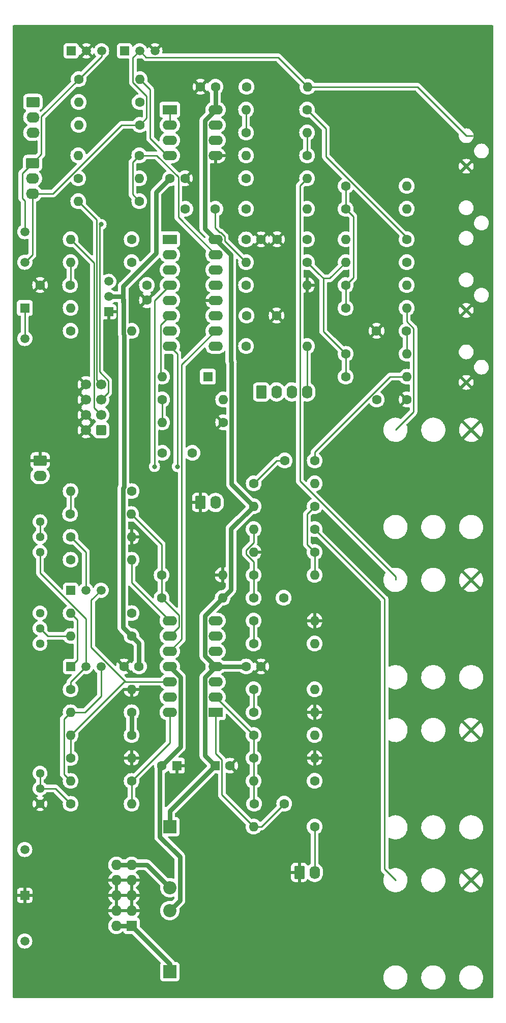
<source format=gtl>
G04 #@! TF.GenerationSoftware,KiCad,Pcbnew,6.0.5-a6ca702e91~116~ubuntu20.04.1*
G04 #@! TF.CreationDate,2022-06-19T14:06:22-04:00*
G04 #@! TF.ProjectId,sidekickvco_b1,73696465-6b69-4636-9b76-636f5f62312e,rev?*
G04 #@! TF.SameCoordinates,Original*
G04 #@! TF.FileFunction,Copper,L1,Top*
G04 #@! TF.FilePolarity,Positive*
%FSLAX46Y46*%
G04 Gerber Fmt 4.6, Leading zero omitted, Abs format (unit mm)*
G04 Created by KiCad (PCBNEW 6.0.5-a6ca702e91~116~ubuntu20.04.1) date 2022-06-19 14:06:22*
%MOMM*%
%LPD*%
G01*
G04 APERTURE LIST*
G04 Aperture macros list*
%AMRoundRect*
0 Rectangle with rounded corners*
0 $1 Rounding radius*
0 $2 $3 $4 $5 $6 $7 $8 $9 X,Y pos of 4 corners*
0 Add a 4 corners polygon primitive as box body*
4,1,4,$2,$3,$4,$5,$6,$7,$8,$9,$2,$3,0*
0 Add four circle primitives for the rounded corners*
1,1,$1+$1,$2,$3*
1,1,$1+$1,$4,$5*
1,1,$1+$1,$6,$7*
1,1,$1+$1,$8,$9*
0 Add four rect primitives between the rounded corners*
20,1,$1+$1,$2,$3,$4,$5,0*
20,1,$1+$1,$4,$5,$6,$7,0*
20,1,$1+$1,$6,$7,$8,$9,0*
20,1,$1+$1,$8,$9,$2,$3,0*%
G04 Aperture macros list end*
G04 #@! TA.AperFunction,ComponentPad*
%ADD10R,1.600000X1.600000*%
G04 #@! TD*
G04 #@! TA.AperFunction,ComponentPad*
%ADD11O,1.600000X1.600000*%
G04 #@! TD*
G04 #@! TA.AperFunction,ComponentPad*
%ADD12C,1.600000*%
G04 #@! TD*
G04 #@! TA.AperFunction,ComponentPad*
%ADD13R,1.727200X1.727200*%
G04 #@! TD*
G04 #@! TA.AperFunction,ComponentPad*
%ADD14O,1.727200X1.727200*%
G04 #@! TD*
G04 #@! TA.AperFunction,ComponentPad*
%ADD15R,2.200000X2.200000*%
G04 #@! TD*
G04 #@! TA.AperFunction,ComponentPad*
%ADD16O,2.200000X2.200000*%
G04 #@! TD*
G04 #@! TA.AperFunction,ComponentPad*
%ADD17R,1.500000X1.500000*%
G04 #@! TD*
G04 #@! TA.AperFunction,ComponentPad*
%ADD18C,1.500000*%
G04 #@! TD*
G04 #@! TA.AperFunction,ComponentPad*
%ADD19RoundRect,0.250000X-0.850000X0.620000X-0.850000X-0.620000X0.850000X-0.620000X0.850000X0.620000X0*%
G04 #@! TD*
G04 #@! TA.AperFunction,ComponentPad*
%ADD20O,2.200000X1.740000*%
G04 #@! TD*
G04 #@! TA.AperFunction,ComponentPad*
%ADD21C,1.440000*%
G04 #@! TD*
G04 #@! TA.AperFunction,ComponentPad*
%ADD22RoundRect,0.250000X-0.620000X-0.845000X0.620000X-0.845000X0.620000X0.845000X-0.620000X0.845000X0*%
G04 #@! TD*
G04 #@! TA.AperFunction,ComponentPad*
%ADD23O,1.740000X2.190000*%
G04 #@! TD*
G04 #@! TA.AperFunction,ComponentPad*
%ADD24R,2.400000X1.600000*%
G04 #@! TD*
G04 #@! TA.AperFunction,ComponentPad*
%ADD25O,2.400000X1.600000*%
G04 #@! TD*
G04 #@! TA.AperFunction,ComponentPad*
%ADD26RoundRect,0.250000X0.600000X0.600000X-0.600000X0.600000X-0.600000X-0.600000X0.600000X-0.600000X0*%
G04 #@! TD*
G04 #@! TA.AperFunction,ComponentPad*
%ADD27C,1.700000*%
G04 #@! TD*
G04 #@! TA.AperFunction,ComponentPad*
%ADD28RoundRect,0.250000X-0.620000X-0.850000X0.620000X-0.850000X0.620000X0.850000X-0.620000X0.850000X0*%
G04 #@! TD*
G04 #@! TA.AperFunction,ComponentPad*
%ADD29O,1.740000X2.200000*%
G04 #@! TD*
G04 #@! TA.AperFunction,ViaPad*
%ADD30C,0.800000*%
G04 #@! TD*
G04 #@! TA.AperFunction,Conductor*
%ADD31C,0.750000*%
G04 #@! TD*
G04 #@! TA.AperFunction,Conductor*
%ADD32C,0.250000*%
G04 #@! TD*
G04 APERTURE END LIST*
D10*
G04 #@! TO.P,D1,1,K*
G04 #@! TO.N,Board_0-Net-(D1-Pad1)*
X142490000Y-77540000D03*
D11*
G04 #@! TO.P,D1,2,A*
G04 #@! TO.N,Board_0-HARD_SYNC*
X134870000Y-77540000D03*
G04 #@! TD*
D12*
G04 #@! TO.P,C10,1*
G04 #@! TO.N,Board_0-Net-(C10-Pad1)*
X175560000Y-69920000D03*
G04 #@! TO.P,C10,2*
G04 #@! TO.N,Board_0-GND*
X170560000Y-69920000D03*
G04 #@! TD*
D13*
G04 #@! TO.P,J20,1,-12V*
G04 #@! TO.N,Board_0-/Jacks\u002C power\u002C etc/-12V_IN*
X129790000Y-168990000D03*
D14*
G04 #@! TO.P,J20,2,-12V*
X127250000Y-168990000D03*
G04 #@! TO.P,J20,3,GND*
G04 #@! TO.N,Board_0-GND*
X129790000Y-166450000D03*
G04 #@! TO.P,J20,4,GND*
X127250000Y-166450000D03*
G04 #@! TO.P,J20,5,GND*
X129790000Y-163910000D03*
G04 #@! TO.P,J20,6,GND*
X127250000Y-163910000D03*
G04 #@! TO.P,J20,7,GND*
X129790000Y-161370000D03*
G04 #@! TO.P,J20,8,GND*
X127250000Y-161370000D03*
G04 #@! TO.P,J20,9,+12V*
G04 #@! TO.N,Board_0-/Jacks\u002C power\u002C etc/+12V_IN*
X129790000Y-158830000D03*
G04 #@! TO.P,J20,10,+12V*
X127250000Y-158830000D03*
G04 #@! TD*
D15*
G04 #@! TO.P,D3,1,K*
G04 #@! TO.N,Board_0-+12V*
X136140000Y-152480000D03*
D16*
G04 #@! TO.P,D3,2,A*
G04 #@! TO.N,Board_0-/Jacks\u002C power\u002C etc/+12V_IN*
X136140000Y-162640000D03*
G04 #@! TD*
D17*
G04 #@! TO.P,Q2,1,E*
G04 #@! TO.N,Board_0-Net-(Q2-Pad1)*
X119630000Y-113110000D03*
D18*
G04 #@! TO.P,Q2,2,B*
G04 #@! TO.N,Board_0-Net-(Q2-Pad2)*
X122170000Y-113110000D03*
G04 #@! TO.P,Q2,3,C*
G04 #@! TO.N,Board_0-Net-(Q2-Pad3)*
X124710000Y-113110000D03*
G04 #@! TD*
D12*
G04 #@! TO.P,R37,1*
G04 #@! TO.N,Board_0-Net-(Q2-Pad1)*
X129790000Y-116920000D03*
D11*
G04 #@! TO.P,R37,2*
G04 #@! TO.N,Board_0-Net-(Q1-Pad1)*
X119630000Y-116920000D03*
G04 #@! TD*
D12*
G04 #@! TO.P,C4,1*
G04 #@! TO.N,Board_0-Net-(C4-Pad1)*
X160270000Y-91510000D03*
G04 #@! TO.P,C4,2*
G04 #@! TO.N,Board_0-Net-(C4-Pad2)*
X155270000Y-91510000D03*
G04 #@! TD*
G04 #@! TO.P,R40,1*
G04 #@! TO.N,Board_0-Net-(Q2-Pad2)*
X119630000Y-104220000D03*
D11*
G04 #@! TO.P,R40,2*
G04 #@! TO.N,Board_0-GND*
X129790000Y-104220000D03*
G04 #@! TD*
D19*
G04 #@! TO.P,J2,1,Pin_1*
G04 #@! TO.N,Board_0--5V_REF*
X113280000Y-41980000D03*
D20*
G04 #@! TO.P,J2,2,Pin_2*
G04 #@! TO.N,Board_0-/Main PCB/FINE_TUNE*
X113280000Y-44520000D03*
G04 #@! TO.P,J2,3,Pin_3*
G04 #@! TO.N,Board_0-+5V_REF*
X113280000Y-47060000D03*
G04 #@! TD*
D12*
G04 #@! TO.P,R5,1*
G04 #@! TO.N,Board_0-Net-(R5-Pad1)*
X129790000Y-58490000D03*
D11*
G04 #@! TO.P,R5,2*
G04 #@! TO.N,Board_0--5V*
X119630000Y-58490000D03*
G04 #@! TD*
D12*
G04 #@! TO.P,R44,1*
G04 #@! TO.N,Board_0-Net-(R44-Pad1)*
X150100000Y-129610000D03*
D11*
G04 #@! TO.P,R44,2*
G04 #@! TO.N,Board_0-SAW_OUT*
X160260000Y-129610000D03*
G04 #@! TD*
D12*
G04 #@! TO.P,C1,1*
G04 #@! TO.N,Board_0--5V*
X132330000Y-62300000D03*
G04 #@! TO.P,C1,2*
G04 #@! TO.N,Board_0-GND*
X132330000Y-64800000D03*
G04 #@! TD*
G04 #@! TO.P,R49,1*
G04 #@! TO.N,Board_0-Net-(C17-Pad2)*
X150100000Y-137230000D03*
D11*
G04 #@! TO.P,R49,2*
G04 #@! TO.N,Board_0-+12V*
X160260000Y-137230000D03*
G04 #@! TD*
D12*
G04 #@! TO.P,R9,1*
G04 #@! TO.N,Board_0-CV_NODE*
X165430000Y-66110000D03*
D11*
G04 #@! TO.P,R9,2*
G04 #@! TO.N,Board_0-V_OCT*
X175590000Y-66110000D03*
G04 #@! TD*
D10*
G04 #@! TO.P,C13,1*
G04 #@! TO.N,Board_0-+12V*
X143680000Y-142320000D03*
D12*
G04 #@! TO.P,C13,2*
G04 #@! TO.N,Board_0-GND*
X146180000Y-142320000D03*
G04 #@! TD*
G04 #@! TO.P,R59,1*
G04 #@! TO.N,Board_0-PULSE*
X160260000Y-102940000D03*
D11*
G04 #@! TO.P,R59,2*
G04 #@! TO.N,Board_0-Net-(C18-Pad1)*
X150100000Y-102940000D03*
G04 #@! TD*
D12*
G04 #@! TO.P,R13,1*
G04 #@! TO.N,Board_0-LIN_FM*
X159000000Y-58490000D03*
D11*
G04 #@! TO.P,R13,2*
G04 #@! TO.N,Board_0-Net-(C5-Pad1)*
X148840000Y-58490000D03*
G04 #@! TD*
D12*
G04 #@! TO.P,C11,1*
G04 #@! TO.N,Board_0-GND*
X175590000Y-81350000D03*
G04 #@! TO.P,C11,2*
G04 #@! TO.N,Board_0-/Main PCB/SOFT_SYNC_OFF*
X170590000Y-81350000D03*
G04 #@! TD*
G04 #@! TO.P,R23,1*
G04 #@! TO.N,Board_0-+12V*
X148920000Y-29280000D03*
D11*
G04 #@! TO.P,R23,2*
G04 #@! TO.N,Board_0-+5V_REF*
X159080000Y-29280000D03*
G04 #@! TD*
D21*
G04 #@! TO.P,RV6,1,1*
G04 #@! TO.N,Board_0-Net-(Q1-Pad2)*
X114540000Y-106760000D03*
G04 #@! TO.P,RV6,2,2*
G04 #@! TO.N,Board_0-Net-(R34-Pad1)*
X114540000Y-104220000D03*
G04 #@! TO.P,RV6,3,3*
X114540000Y-101680000D03*
G04 #@! TD*
D12*
G04 #@! TO.P,R14,1*
G04 #@! TO.N,Board_0-CV_NODE*
X165430000Y-49600000D03*
D11*
G04 #@! TO.P,R14,2*
G04 #@! TO.N,Board_0-Net-(C8-Pad1)*
X175590000Y-49600000D03*
G04 #@! TD*
D12*
G04 #@! TO.P,C6,1*
G04 #@! TO.N,Board_0-+12V*
X148840000Y-54690000D03*
G04 #@! TO.P,C6,2*
G04 #@! TO.N,Board_0-GND*
X151340000Y-54690000D03*
G04 #@! TD*
G04 #@! TO.P,R38,1*
G04 #@! TO.N,Board_0-+12V*
X129790000Y-137240000D03*
D11*
G04 #@! TO.P,R38,2*
G04 #@! TO.N,Board_0-Net-(Q2-Pad3)*
X119630000Y-137240000D03*
G04 #@! TD*
D22*
G04 #@! TO.P,J4,1,Pin_1*
G04 #@! TO.N,Board_0-/Main PCB/HARD_SYNCA*
X151380000Y-80080000D03*
D23*
G04 #@! TO.P,J4,2,Pin_2*
G04 #@! TO.N,Board_0-/Main PCB/SYNCA*
X153920000Y-80080000D03*
G04 #@! TO.P,J4,3,Pin_3*
G04 #@! TO.N,Board_0-/Main PCB/SOFT_SYNC_OFF*
X156460000Y-80080000D03*
G04 #@! TO.P,J4,4,Pin_4*
G04 #@! TO.N,Board_0-/Main PCB/SOFT_SYNCA*
X159000000Y-80080000D03*
G04 #@! TD*
D12*
G04 #@! TO.P,R39,1*
G04 #@! TO.N,Board_0--12V*
X129790000Y-120730000D03*
D11*
G04 #@! TO.P,R39,2*
G04 #@! TO.N,Board_0-Net-(R39-Pad2)*
X119630000Y-120730000D03*
G04 #@! TD*
D12*
G04 #@! TO.P,R45,1*
G04 #@! TO.N,Board_0-Net-(R45-Pad1)*
X150100000Y-121990000D03*
D11*
G04 #@! TO.P,R45,2*
G04 #@! TO.N,Board_0-PULSE_OUT*
X160260000Y-121990000D03*
G04 #@! TD*
D12*
G04 #@! TO.P,R41,1*
G04 #@! TO.N,Board_0-Net-(Q2-Pad3)*
X119630000Y-141050000D03*
D11*
G04 #@! TO.P,R41,2*
G04 #@! TO.N,Board_0-GND*
X129790000Y-141050000D03*
G04 #@! TD*
D19*
G04 #@! TO.P,J6,1,Pin_1*
G04 #@! TO.N,Board_0-GND*
X114540000Y-91510000D03*
D20*
G04 #@! TO.P,J6,2,Pin_2*
G04 #@! TO.N,Board_0-/Outputs and sin/TRI*
X114540000Y-94050000D03*
G04 #@! TD*
D12*
G04 #@! TO.P,R22,1*
G04 #@! TO.N,Board_0-GND*
X145030000Y-85160000D03*
D11*
G04 #@! TO.P,R22,2*
G04 #@! TO.N,Board_0-Net-(D1-Pad1)*
X134870000Y-85160000D03*
G04 #@! TD*
D12*
G04 #@! TO.P,R2,1*
G04 #@! TO.N,Board_0--5V_REF*
X131140000Y-31820000D03*
D11*
G04 #@! TO.P,R2,2*
G04 #@! TO.N,Board_0-/Main PCB/-2V_REF*
X120980000Y-31820000D03*
G04 #@! TD*
D12*
G04 #@! TO.P,R47,1*
G04 #@! TO.N,Board_0-Net-(R45-Pad1)*
X150100000Y-118180000D03*
D11*
G04 #@! TO.P,R47,2*
G04 #@! TO.N,Board_0-GND*
X160260000Y-118180000D03*
G04 #@! TD*
D12*
G04 #@! TO.P,R50,1*
G04 #@! TO.N,Board_0-Net-(C18-Pad2)*
X160260000Y-99130000D03*
D11*
G04 #@! TO.P,R50,2*
G04 #@! TO.N,Board_0-+12V*
X150100000Y-99130000D03*
G04 #@! TD*
D12*
G04 #@! TO.P,R26,1*
G04 #@! TO.N,Board_0-Net-(R25-Pad1)*
X148840000Y-44520000D03*
D11*
G04 #@! TO.P,R26,2*
G04 #@! TO.N,Board_0-PWMIN*
X159000000Y-44520000D03*
G04 #@! TD*
D12*
G04 #@! TO.P,R36,1*
G04 #@! TO.N,Board_0-+12V*
X129790000Y-133430000D03*
D11*
G04 #@! TO.P,R36,2*
G04 #@! TO.N,Board_0-Net-(Q1-Pad3)*
X119630000Y-133430000D03*
G04 #@! TD*
D24*
G04 #@! TO.P,U2,1,Scale1*
G04 #@! TO.N,Board_0-Net-(R4-Pad1)*
X136150000Y-54680000D03*
D25*
G04 #@! TO.P,U2,2,Scale2*
G04 #@! TO.N,Board_0-Net-(R5-Pad1)*
X136150000Y-57220000D03*
G04 #@! TO.P,U2,3,VEE*
G04 #@! TO.N,Board_0--5V*
X136150000Y-59760000D03*
G04 #@! TO.P,U2,4,Pulse_Output*
G04 #@! TO.N,Board_0-PULSE_OUT*
X136150000Y-62300000D03*
G04 #@! TO.P,U2,5,PWM_Input*
G04 #@! TO.N,Board_0-PWM_IN*
X136150000Y-64840000D03*
G04 #@! TO.P,U2,6,Hard_Sync*
G04 #@! TO.N,Board_0-HARD_SYNC*
X136150000Y-67380000D03*
G04 #@! TO.P,U2,7,HFT*
G04 #@! TO.N,Board_0-HFT*
X136150000Y-69920000D03*
G04 #@! TO.P,U2,8,Saw_Output*
G04 #@! TO.N,Board_0-SAW_OUT*
X136150000Y-72460000D03*
G04 #@! TO.P,U2,9,Soft_Sync*
G04 #@! TO.N,Board_0-SOFT_SYNC*
X143770000Y-72460000D03*
G04 #@! TO.P,U2,10,Triangle_Output*
G04 #@! TO.N,Board_0-TRIANGLE_OUT*
X143770000Y-69920000D03*
G04 #@! TO.P,U2,11,Cap*
G04 #@! TO.N,Board_0-Net-(C9-Pad2)*
X143770000Y-67380000D03*
G04 #@! TO.P,U2,12,GND*
G04 #@! TO.N,Board_0-GND*
X143770000Y-64840000D03*
G04 #@! TO.P,U2,13,Linear_FM*
G04 #@! TO.N,Board_0-LIN_FM*
X143770000Y-62300000D03*
G04 #@! TO.P,U2,14,Scale*
G04 #@! TO.N,Board_0-Net-(R15-Pad1)*
X143770000Y-59760000D03*
G04 #@! TO.P,U2,15,Freq_CV*
G04 #@! TO.N,Board_0-CV_NODE*
X143770000Y-57220000D03*
G04 #@! TO.P,U2,16,VCC*
G04 #@! TO.N,Board_0-+12V*
X143770000Y-54680000D03*
G04 #@! TD*
D12*
G04 #@! TO.P,R8,1*
G04 #@! TO.N,Board_0-CV_NODE*
X120900000Y-44520000D03*
D11*
G04 #@! TO.P,R8,2*
G04 #@! TO.N,Board_0-Net-(R8-Pad2)*
X131060000Y-44520000D03*
G04 #@! TD*
D12*
G04 #@! TO.P,R18,1*
G04 #@! TO.N,Board_0-CV_NODE*
X165430000Y-62300000D03*
D11*
G04 #@! TO.P,R18,2*
G04 #@! TO.N,Board_0-/Main PCB/HI_FREQ_TRACK*
X175590000Y-62300000D03*
G04 #@! TD*
D17*
G04 #@! TO.P,U5,1,GND*
G04 #@! TO.N,Board_0-GND*
X125980000Y-66745000D03*
D18*
G04 #@! TO.P,U5,2,VI*
G04 #@! TO.N,Board_0--12V*
X125980000Y-64205000D03*
G04 #@! TO.P,U5,3,VO*
G04 #@! TO.N,Board_0--5V*
X125980000Y-61665000D03*
G04 #@! TD*
D12*
G04 #@! TO.P,R46,1*
G04 #@! TO.N,Board_0-Net-(R44-Pad1)*
X150100000Y-133420000D03*
D11*
G04 #@! TO.P,R46,2*
G04 #@! TO.N,Board_0-GND*
X160260000Y-133420000D03*
G04 #@! TD*
D12*
G04 #@! TO.P,C8,1*
G04 #@! TO.N,Board_0-Net-(C8-Pad1)*
X159000000Y-54680000D03*
G04 #@! TO.P,C8,2*
G04 #@! TO.N,Board_0-GND*
X154000000Y-54680000D03*
G04 #@! TD*
G04 #@! TO.P,C17,1*
G04 #@! TO.N,Board_0-Net-(C17-Pad1)*
X155190000Y-148660000D03*
G04 #@! TO.P,C17,2*
G04 #@! TO.N,Board_0-Net-(C17-Pad2)*
X150190000Y-148660000D03*
G04 #@! TD*
G04 #@! TO.P,C16,1*
G04 #@! TO.N,Board_0-GND*
X128520000Y-125810000D03*
G04 #@! TO.P,C16,2*
G04 #@! TO.N,Board_0--12V*
X131020000Y-125810000D03*
G04 #@! TD*
G04 #@! TO.P,R53,1*
G04 #@! TO.N,Board_0-Net-(C18-Pad2)*
X160260000Y-106750000D03*
D11*
G04 #@! TO.P,R53,2*
G04 #@! TO.N,Board_0-GND*
X150100000Y-106750000D03*
G04 #@! TD*
D24*
G04 #@! TO.P,U1,1*
G04 #@! TO.N,Board_0-Net-(R8-Pad2)*
X136140000Y-33100000D03*
D25*
G04 #@! TO.P,U1,2,-*
X136140000Y-35640000D03*
G04 #@! TO.P,U1,3,+*
G04 #@! TO.N,Board_0-/Main PCB/OCTAVE*
X136140000Y-38180000D03*
G04 #@! TO.P,U1,4,V-*
G04 #@! TO.N,Board_0--12V*
X136140000Y-40720000D03*
G04 #@! TO.P,U1,5,+*
G04 #@! TO.N,Board_0-GND*
X143760000Y-40720000D03*
G04 #@! TO.P,U1,6,-*
G04 #@! TO.N,Board_0-Net-(R25-Pad1)*
X143760000Y-38180000D03*
G04 #@! TO.P,U1,7*
G04 #@! TO.N,Board_0-Net-(R27-Pad1)*
X143760000Y-35640000D03*
G04 #@! TO.P,U1,8,V+*
G04 #@! TO.N,Board_0-+12V*
X143760000Y-33100000D03*
G04 #@! TD*
D12*
G04 #@! TO.P,R7,1*
G04 #@! TO.N,Board_0-Net-(C5-Pad2)*
X129790000Y-54680000D03*
D11*
G04 #@! TO.P,R7,2*
G04 #@! TO.N,Board_0-/Main PCB/LINK_IN_FM*
X119630000Y-54680000D03*
G04 #@! TD*
D12*
G04 #@! TO.P,C2,1*
G04 #@! TO.N,Board_0-+12V*
X143750000Y-29280000D03*
G04 #@! TO.P,C2,2*
G04 #@! TO.N,Board_0-GND*
X141250000Y-29280000D03*
G04 #@! TD*
D24*
G04 #@! TO.P,U6,1*
G04 #@! TO.N,Board_0-Net-(C17-Pad1)*
X143760000Y-133430000D03*
D25*
G04 #@! TO.P,U6,2,-*
G04 #@! TO.N,Board_0-Net-(C17-Pad2)*
X143760000Y-130890000D03*
G04 #@! TO.P,U6,3,+*
G04 #@! TO.N,Board_0-Net-(R44-Pad1)*
X143760000Y-128350000D03*
G04 #@! TO.P,U6,4,V+*
G04 #@! TO.N,Board_0-+12V*
X143760000Y-125810000D03*
G04 #@! TO.P,U6,5,+*
G04 #@! TO.N,Board_0-Net-(R45-Pad1)*
X143760000Y-123270000D03*
G04 #@! TO.P,U6,6,-*
G04 #@! TO.N,Board_0-Net-(C18-Pad2)*
X143760000Y-120730000D03*
G04 #@! TO.P,U6,7*
G04 #@! TO.N,Board_0-Net-(C18-Pad1)*
X143760000Y-118190000D03*
G04 #@! TO.P,U6,8*
G04 #@! TO.N,Board_0-TRI_RAW*
X136140000Y-118190000D03*
G04 #@! TO.P,U6,9,-*
G04 #@! TO.N,Board_0-Net-(R48-Pad1)*
X136140000Y-120730000D03*
G04 #@! TO.P,U6,10,+*
G04 #@! TO.N,Board_0-TRIANGLE_OUT*
X136140000Y-123270000D03*
G04 #@! TO.P,U6,11,V-*
G04 #@! TO.N,Board_0--12V*
X136140000Y-125810000D03*
G04 #@! TO.P,U6,12,+*
G04 #@! TO.N,Board_0-Net-(Q2-Pad3)*
X136140000Y-128350000D03*
G04 #@! TO.P,U6,13,-*
G04 #@! TO.N,Board_0-Net-(Q1-Pad3)*
X136140000Y-130890000D03*
G04 #@! TO.P,U6,14*
G04 #@! TO.N,Board_0-Net-(R42-Pad1)*
X136140000Y-133430000D03*
G04 #@! TD*
D12*
G04 #@! TO.P,R19,1*
G04 #@! TO.N,Board_0-CV_NODE*
X165430000Y-45790000D03*
D11*
G04 #@! TO.P,R19,2*
G04 #@! TO.N,Board_0-/Main PCB/CENTER_FREQ*
X175590000Y-45790000D03*
G04 #@! TD*
D12*
G04 #@! TO.P,R58,1*
G04 #@! TO.N,Board_0-/Outputs and sin/SAW*
X160260000Y-152470000D03*
D11*
G04 #@! TO.P,R58,2*
G04 #@! TO.N,Board_0-Net-(C17-Pad1)*
X150100000Y-152470000D03*
G04 #@! TD*
D12*
G04 #@! TO.P,R52,1*
G04 #@! TO.N,Board_0-Net-(C17-Pad2)*
X150100000Y-141040000D03*
D11*
G04 #@! TO.P,R52,2*
G04 #@! TO.N,Board_0-GND*
X160260000Y-141040000D03*
G04 #@! TD*
D12*
G04 #@! TO.P,R48,1*
G04 #@! TO.N,Board_0-Net-(R48-Pad1)*
X134790000Y-114380000D03*
D11*
G04 #@! TO.P,R48,2*
G04 #@! TO.N,Board_0-+12V*
X144950000Y-114380000D03*
G04 #@! TD*
D12*
G04 #@! TO.P,R34,1*
G04 #@! TO.N,Board_0-Net-(R34-Pad1)*
X119630000Y-108030000D03*
D11*
G04 #@! TO.P,R34,2*
G04 #@! TO.N,Board_0-TRI_RAW*
X129790000Y-108030000D03*
G04 #@! TD*
D12*
G04 #@! TO.P,R54,1*
G04 #@! TO.N,Board_0-TRI_RAW*
X119550000Y-100410000D03*
D11*
G04 #@! TO.P,R54,2*
G04 #@! TO.N,Board_0-Net-(R48-Pad1)*
X129710000Y-100410000D03*
G04 #@! TD*
D12*
G04 #@! TO.P,R17,1*
G04 #@! TO.N,Board_0-LIN_FM*
X165430000Y-73740000D03*
D11*
G04 #@! TO.P,R17,2*
G04 #@! TO.N,Board_0-Net-(C10-Pad1)*
X175590000Y-73740000D03*
G04 #@! TD*
D12*
G04 #@! TO.P,C7,1*
G04 #@! TO.N,Board_0-/Main PCB/SYNCA*
X139910000Y-90240000D03*
G04 #@! TO.P,C7,2*
G04 #@! TO.N,Board_0-/Main PCB/LINK_IN_SYNC*
X134910000Y-90240000D03*
G04 #@! TD*
G04 #@! TO.P,R27,1*
G04 #@! TO.N,Board_0-Net-(R27-Pad1)*
X148840000Y-36900000D03*
D11*
G04 #@! TO.P,R27,2*
G04 #@! TO.N,Board_0-Net-(R25-Pad1)*
X159000000Y-36900000D03*
G04 #@! TD*
D21*
G04 #@! TO.P,RV8,1,1*
G04 #@! TO.N,Board_0-GND*
X114540000Y-148660000D03*
G04 #@! TO.P,RV8,2,2*
G04 #@! TO.N,Board_0-SIN*
X114540000Y-146120000D03*
G04 #@! TO.P,RV8,3,3*
X114540000Y-143580000D03*
G04 #@! TD*
D12*
G04 #@! TO.P,C12,1*
G04 #@! TO.N,Board_0-GND*
X114550000Y-62300000D03*
G04 #@! TO.P,C12,2*
G04 #@! TO.N,Board_0--5V*
X119550000Y-62300000D03*
G04 #@! TD*
G04 #@! TO.P,C3,1*
G04 #@! TO.N,Board_0-GND*
X138680000Y-44520000D03*
G04 #@! TO.P,C3,2*
G04 #@! TO.N,Board_0--12V*
X136180000Y-44520000D03*
G04 #@! TD*
G04 #@! TO.P,R3,1*
G04 #@! TO.N,Board_0-PULSE_OUT*
X119630000Y-69920000D03*
D11*
G04 #@! TO.P,R3,2*
G04 #@! TO.N,Board_0-PWM_IN*
X129790000Y-69920000D03*
G04 #@! TD*
D17*
G04 #@! TO.P,U3,1*
G04 #@! TO.N,N/C*
X128600000Y-23290000D03*
D18*
G04 #@! TO.P,U3,2,K*
G04 #@! TO.N,Board_0-+5V_REF*
X131140000Y-23290000D03*
G04 #@! TO.P,U3,3,A*
G04 #@! TO.N,Board_0-GND*
X133680000Y-23290000D03*
G04 #@! TD*
D10*
G04 #@! TO.P,C14,1*
G04 #@! TO.N,Board_0-GND*
X137330000Y-142320000D03*
D12*
G04 #@! TO.P,C14,2*
G04 #@! TO.N,Board_0--12V*
X134830000Y-142320000D03*
G04 #@! TD*
G04 #@! TO.P,R35,1*
G04 #@! TO.N,Board_0-Net-(Q1-Pad2)*
X119630000Y-129620000D03*
D11*
G04 #@! TO.P,R35,2*
G04 #@! TO.N,Board_0-GND*
X129790000Y-129620000D03*
G04 #@! TD*
D12*
G04 #@! TO.P,C5,1*
G04 #@! TO.N,Board_0-Net-(C5-Pad1)*
X143720000Y-49600000D03*
G04 #@! TO.P,C5,2*
G04 #@! TO.N,Board_0-Net-(C5-Pad2)*
X138720000Y-49600000D03*
G04 #@! TD*
G04 #@! TO.P,R42,1*
G04 #@! TO.N,Board_0-Net-(R42-Pad1)*
X129790000Y-144860000D03*
D11*
G04 #@! TO.P,R42,2*
G04 #@! TO.N,Board_0-Net-(Q1-Pad3)*
X119630000Y-144860000D03*
G04 #@! TD*
D12*
G04 #@! TO.P,R25,1*
G04 #@! TO.N,Board_0-Net-(R25-Pad1)*
X159000000Y-40710000D03*
D11*
G04 #@! TO.P,R25,2*
G04 #@! TO.N,Board_0-/Main PCB/LINK_IN_PW*
X148840000Y-40710000D03*
G04 #@! TD*
D12*
G04 #@! TO.P,C9,1*
G04 #@! TO.N,Board_0-GND*
X153920000Y-67380000D03*
G04 #@! TO.P,C9,2*
G04 #@! TO.N,Board_0-Net-(C9-Pad2)*
X148920000Y-67380000D03*
G04 #@! TD*
G04 #@! TO.P,R12,1*
G04 #@! TO.N,Board_0-LIN_FM*
X165430000Y-77550000D03*
D11*
G04 #@! TO.P,R12,2*
G04 #@! TO.N,Board_0-Net-(C4-Pad1)*
X175590000Y-77550000D03*
G04 #@! TD*
D26*
G04 #@! TO.P,J1,1,Pin_1*
G04 #@! TO.N,Board_0-/Main PCB/LINK_IN_SYNC*
X124710000Y-86430000D03*
D27*
G04 #@! TO.P,J1,2,Pin_2*
G04 #@! TO.N,Board_0-GND*
X122170000Y-86430000D03*
G04 #@! TO.P,J1,3,Pin_3*
G04 #@! TO.N,Board_0-/Main PCB/LINK_IN_FM*
X124710000Y-83890000D03*
G04 #@! TO.P,J1,4,Pin_4*
G04 #@! TO.N,Board_0-GND*
X122170000Y-83890000D03*
G04 #@! TO.P,J1,5,Pin_5*
G04 #@! TO.N,Board_0-/Main PCB/LINK_IN_PW*
X124710000Y-81350000D03*
G04 #@! TO.P,J1,6,Pin_6*
G04 #@! TO.N,Board_0-GND*
X122170000Y-81350000D03*
G04 #@! TO.P,J1,7,Pin_7*
G04 #@! TO.N,Board_0-/Main PCB/LINK_IN_CV*
X124710000Y-78810000D03*
G04 #@! TO.P,J1,8,Pin_8*
G04 #@! TO.N,Board_0-GND*
X122170000Y-78810000D03*
G04 #@! TD*
D12*
G04 #@! TO.P,R51,1*
G04 #@! TO.N,Board_0-Net-(R48-Pad1)*
X134790000Y-110570000D03*
D11*
G04 #@! TO.P,R51,2*
G04 #@! TO.N,Board_0-GND*
X144950000Y-110570000D03*
G04 #@! TD*
D12*
G04 #@! TO.P,R20,1*
G04 #@! TO.N,Board_0-Net-(D1-Pad1)*
X134870000Y-81350000D03*
D11*
G04 #@! TO.P,R20,2*
G04 #@! TO.N,Board_0-/Main PCB/HARD_SYNCA*
X145030000Y-81350000D03*
G04 #@! TD*
D17*
G04 #@! TO.P,Q1,1,E*
G04 #@! TO.N,Board_0-Net-(Q1-Pad1)*
X119630000Y-125810000D03*
D18*
G04 #@! TO.P,Q1,2,B*
G04 #@! TO.N,Board_0-Net-(Q1-Pad2)*
X122170000Y-125810000D03*
G04 #@! TO.P,Q1,3,C*
G04 #@! TO.N,Board_0-Net-(Q1-Pad3)*
X124710000Y-125810000D03*
G04 #@! TD*
D12*
G04 #@! TO.P,R28,1*
G04 #@! TO.N,Board_0-Net-(R28-Pad1)*
X175590000Y-54680000D03*
D11*
G04 #@! TO.P,R28,2*
G04 #@! TO.N,Board_0-+12V*
X165430000Y-54680000D03*
G04 #@! TD*
D12*
G04 #@! TO.P,R16,1*
G04 #@! TO.N,Board_0-+12V*
X175590000Y-58490000D03*
D11*
G04 #@! TO.P,R16,2*
G04 #@! TO.N,Board_0-LIN_FM*
X165430000Y-58490000D03*
G04 #@! TD*
D12*
G04 #@! TO.P,R6,1*
G04 #@! TO.N,Board_0-Net-(C4-Pad2)*
X150110000Y-95320000D03*
D11*
G04 #@! TO.P,R6,2*
G04 #@! TO.N,Board_0-/Main PCB/LIN_FM_IN*
X160270000Y-95320000D03*
G04 #@! TD*
D12*
G04 #@! TO.P,R15,1*
G04 #@! TO.N,Board_0-Net-(R15-Pad1)*
X148840000Y-62300000D03*
D11*
G04 #@! TO.P,R15,2*
G04 #@! TO.N,Board_0-GND*
X159000000Y-62300000D03*
G04 #@! TD*
D12*
G04 #@! TO.P,R21,1*
G04 #@! TO.N,Board_0-SOFT_SYNC*
X148840000Y-72460000D03*
D11*
G04 #@! TO.P,R21,2*
G04 #@! TO.N,Board_0-/Main PCB/SOFT_SYNCA*
X159000000Y-72460000D03*
G04 #@! TD*
D19*
G04 #@! TO.P,J3,1,Pin_1*
G04 #@! TO.N,Board_0-/Main PCB/-2V_REF*
X113340000Y-31820000D03*
D20*
G04 #@! TO.P,J3,2,Pin_2*
G04 #@! TO.N,Board_0-/Main PCB/OCTAVE*
X113340000Y-34360000D03*
G04 #@! TO.P,J3,3,Pin_3*
G04 #@! TO.N,Board_0-/Main PCB/+2V_REF*
X113340000Y-36900000D03*
G04 #@! TD*
D12*
G04 #@! TO.P,R24,1*
G04 #@! TO.N,Board_0--5V_REF*
X120980000Y-28010000D03*
D11*
G04 #@! TO.P,R24,2*
G04 #@! TO.N,Board_0--12V*
X131140000Y-28010000D03*
G04 #@! TD*
D12*
G04 #@! TO.P,R11,1*
G04 #@! TO.N,Board_0-CV_NODE*
X131060000Y-40710000D03*
D11*
G04 #@! TO.P,R11,2*
G04 #@! TO.N,Board_0-/Main PCB/FINE_TUNE*
X120900000Y-40710000D03*
G04 #@! TD*
D21*
G04 #@! TO.P,RV7,1,1*
G04 #@! TO.N,Board_0-Net-(Q1-Pad1)*
X114540000Y-121990000D03*
G04 #@! TO.P,RV7,2,2*
G04 #@! TO.N,Board_0-Net-(R39-Pad2)*
X114540000Y-119450000D03*
G04 #@! TO.P,RV7,3,3*
G04 #@! TO.N,Board_0-Net-(Q2-Pad1)*
X114540000Y-116910000D03*
G04 #@! TD*
D12*
G04 #@! TO.P,R4,1*
G04 #@! TO.N,Board_0-Net-(R4-Pad1)*
X148840000Y-49600000D03*
D11*
G04 #@! TO.P,R4,2*
G04 #@! TO.N,Board_0-Net-(R4-Pad2)*
X159000000Y-49600000D03*
G04 #@! TD*
D12*
G04 #@! TO.P,R56,1*
G04 #@! TO.N,Board_0-Net-(C18-Pad1)*
X150100000Y-110560000D03*
D11*
G04 #@! TO.P,R56,2*
G04 #@! TO.N,Board_0-Net-(C18-Pad2)*
X160260000Y-110560000D03*
G04 #@! TD*
D28*
G04 #@! TO.P,J7,1,Pin_1*
G04 #@! TO.N,Board_0-GND*
X157710000Y-160080000D03*
D29*
G04 #@! TO.P,J7,2,Pin_2*
G04 #@! TO.N,Board_0-/Outputs and sin/SAW*
X160250000Y-160080000D03*
G04 #@! TD*
D12*
G04 #@! TO.P,R10,1*
G04 #@! TO.N,Board_0-CV_NODE*
X131060000Y-48330000D03*
D11*
G04 #@! TO.P,R10,2*
G04 #@! TO.N,Board_0-/Main PCB/LINK_IN_CV*
X120900000Y-48330000D03*
G04 #@! TD*
D12*
G04 #@! TO.P,R57,1*
G04 #@! TO.N,Board_0-/Outputs and sin/TRI*
X129790000Y-96600000D03*
D11*
G04 #@! TO.P,R57,2*
G04 #@! TO.N,Board_0-TRI_RAW*
X119630000Y-96600000D03*
G04 #@! TD*
D12*
G04 #@! TO.P,R43,1*
G04 #@! TO.N,Board_0-SIN*
X119630000Y-148670000D03*
D11*
G04 #@! TO.P,R43,2*
G04 #@! TO.N,Board_0-Net-(R42-Pad1)*
X129790000Y-148670000D03*
G04 #@! TD*
D28*
G04 #@! TO.P,J5,1,Pin_1*
G04 #@! TO.N,Board_0-GND*
X141220000Y-98495000D03*
D29*
G04 #@! TO.P,J5,2,Pin_2*
G04 #@! TO.N,Board_0-/Main PCB/LIN_FM_IN*
X143760000Y-98495000D03*
G04 #@! TD*
D17*
G04 #@! TO.P,U4,1*
G04 #@! TO.N,N/C*
X119710000Y-23290000D03*
D18*
G04 #@! TO.P,U4,2,K*
G04 #@! TO.N,Board_0-GND*
X122250000Y-23290000D03*
G04 #@! TO.P,U4,3,A*
G04 #@! TO.N,Board_0--5V_REF*
X124790000Y-23290000D03*
G04 #@! TD*
D10*
G04 #@! TO.P,D2,1,K*
G04 #@! TO.N,Board_0--5V*
X112010000Y-66110000D03*
D11*
G04 #@! TO.P,D2,2,A*
G04 #@! TO.N,Board_0--12V*
X119630000Y-66110000D03*
G04 #@! TD*
D12*
G04 #@! TO.P,R55,1*
G04 #@! TO.N,Board_0-Net-(C17-Pad1)*
X160260000Y-144850000D03*
D11*
G04 #@! TO.P,R55,2*
G04 #@! TO.N,Board_0-Net-(C17-Pad2)*
X150100000Y-144850000D03*
G04 #@! TD*
D15*
G04 #@! TO.P,D4,1,K*
G04 #@! TO.N,Board_0-/Jacks\u002C power\u002C etc/-12V_IN*
X136140000Y-176610000D03*
D16*
G04 #@! TO.P,D4,2,A*
G04 #@! TO.N,Board_0--12V*
X136140000Y-166450000D03*
G04 #@! TD*
D12*
G04 #@! TO.P,C18,1*
G04 #@! TO.N,Board_0-Net-(C18-Pad1)*
X150100000Y-114370000D03*
G04 #@! TO.P,C18,2*
G04 #@! TO.N,Board_0-Net-(C18-Pad2)*
X155100000Y-114370000D03*
G04 #@! TD*
G04 #@! TO.P,R29,1*
G04 #@! TO.N,Board_0-Net-(R28-Pad1)*
X159000000Y-33090000D03*
D11*
G04 #@! TO.P,R29,2*
G04 #@! TO.N,Board_0-Net-(R27-Pad1)*
X148840000Y-33090000D03*
G04 #@! TD*
D12*
G04 #@! TO.P,C15,1*
G04 #@! TO.N,Board_0-+12V*
X148840000Y-125810000D03*
G04 #@! TO.P,C15,2*
G04 #@! TO.N,Board_0-GND*
X151340000Y-125810000D03*
G04 #@! TD*
G04 #@! TO.P,R1,1*
G04 #@! TO.N,Board_0-+5V_REF*
X131140000Y-35630000D03*
D11*
G04 #@! TO.P,R1,2*
G04 #@! TO.N,Board_0-/Main PCB/+2V_REF*
X120980000Y-35630000D03*
G04 #@! TD*
D18*
G04 #@! TO.P,TP5,1,1*
G04 #@! TO.N,Board_0--12V*
X112000000Y-171520000D03*
G04 #@! TD*
G04 #@! TO.P,TP4,1,1*
G04 #@! TO.N,Board_0-+12V*
X112000000Y-156280000D03*
G04 #@! TD*
G04 #@! TO.P,TP3,1,1*
G04 #@! TO.N,Board_0--5V*
X112010000Y-71190000D03*
G04 #@! TD*
G04 #@! TO.P,TP1,1,1*
G04 #@! TO.N,Board_0-+5V_REF*
X112010000Y-58490000D03*
G04 #@! TD*
G04 #@! TO.P,TP2,1,1*
G04 #@! TO.N,Board_0--5V_REF*
X112010000Y-53410000D03*
G04 #@! TD*
D17*
G04 #@! TO.P,TP6,1,1*
G04 #@! TO.N,Board_0-GND*
X112000000Y-163900000D03*
G04 #@! TD*
D30*
G04 #@! TO.N,Board_0-/Main PCB/LINK_IN_PW*
X124709500Y-52191843D03*
G04 #@! TO.N,Board_0-PULSE_OUT*
X133600000Y-92526000D03*
G04 #@! TO.N,Board_0-SAW_OUT*
X137410000Y-92526000D03*
G04 #@! TD*
D31*
G04 #@! TO.N,Board_0-+12V*
X141985480Y-117344520D02*
X141985480Y-124035480D01*
X146404511Y-75104511D02*
X146404511Y-95434511D01*
X146324511Y-113005489D02*
X146324511Y-102905489D01*
X143760000Y-125810000D02*
X141985489Y-127584511D01*
X129790000Y-137240000D02*
X129790000Y-133430000D01*
X141985480Y-34874520D02*
X141985480Y-52895480D01*
X141985480Y-52895480D02*
X143770000Y-54680000D01*
X141985489Y-140625489D02*
X143680000Y-142320000D01*
X143760000Y-125810000D02*
X148840000Y-125810000D01*
X136140000Y-149860000D02*
X143680000Y-142320000D01*
X146404511Y-95434511D02*
X150100000Y-99130000D01*
X136140000Y-152480000D02*
X136140000Y-149860000D01*
X146300000Y-57210000D02*
X146300000Y-75000000D01*
X144950000Y-114380000D02*
X141985480Y-117344520D01*
X141985480Y-124035480D02*
X143760000Y-125810000D01*
X143770000Y-54680000D02*
X146300000Y-57210000D01*
X146300000Y-75000000D02*
X146404511Y-75104511D01*
X141985489Y-127584511D02*
X141985489Y-140625489D01*
X146324511Y-102905489D02*
X150100000Y-99130000D01*
X143750000Y-33090000D02*
X143760000Y-33100000D01*
X144950000Y-114380000D02*
X146324511Y-113005489D01*
X143760000Y-33100000D02*
X141985480Y-34874520D01*
X143750000Y-29280000D02*
X143750000Y-33090000D01*
D32*
G04 #@! TO.N,Board_0-+5V_REF*
X130015489Y-24414511D02*
X131140000Y-23290000D01*
X132214511Y-24364511D02*
X154164511Y-24364511D01*
X112010000Y-58490000D02*
X113280000Y-57220000D01*
X132264511Y-30785511D02*
X130015489Y-28536489D01*
X131140000Y-23290000D02*
X132214511Y-24364511D01*
X113280000Y-47060000D02*
X116662000Y-47060000D01*
X185500000Y-37420000D02*
X186500000Y-37420000D01*
X116662000Y-47060000D02*
X128092000Y-35630000D01*
X130015489Y-28536489D02*
X130015489Y-24414511D01*
X113280000Y-57220000D02*
X113280000Y-47060000D01*
X131140000Y-35630000D02*
X132264511Y-34505489D01*
X159080000Y-29280000D02*
X177360000Y-29280000D01*
X154164511Y-24364511D02*
X159080000Y-29280000D01*
X132264511Y-34505489D02*
X132264511Y-30785511D01*
X128092000Y-35630000D02*
X131140000Y-35630000D01*
X177360000Y-29280000D02*
X185500000Y-37420000D01*
D31*
G04 #@! TO.N,Board_0--12V*
X128335489Y-96110658D02*
X128335489Y-119275489D01*
X137814511Y-164775489D02*
X137814511Y-157503533D01*
X133854000Y-57020511D02*
X128393000Y-62481511D01*
X136140000Y-166450000D02*
X137814511Y-164775489D01*
X131020000Y-125810000D02*
X131020000Y-121960000D01*
X137814511Y-157503533D02*
X134465489Y-154154511D01*
X134465489Y-142684511D02*
X134830000Y-142320000D01*
X137914520Y-127584520D02*
X137914520Y-139235480D01*
D32*
X132859510Y-37839510D02*
X132859510Y-29729510D01*
D31*
X136180000Y-44520000D02*
X133854000Y-46846000D01*
X137914520Y-139235480D02*
X134830000Y-142320000D01*
X127939511Y-64205000D02*
X125980000Y-64205000D01*
X128520000Y-95926147D02*
X128335489Y-96110658D01*
X128415489Y-64680978D02*
X128415489Y-70489342D01*
X128520000Y-70593853D02*
X128520000Y-95926147D01*
X128415489Y-70489342D02*
X128520000Y-70593853D01*
X133854000Y-46846000D02*
X133854000Y-57020511D01*
X128393000Y-62481511D02*
X128393000Y-65094000D01*
X131020000Y-121960000D02*
X129790000Y-120730000D01*
X136140000Y-125810000D02*
X137914520Y-127584520D01*
X134465489Y-154154511D02*
X134465489Y-142684511D01*
D32*
X135740000Y-40720000D02*
X132859510Y-37839510D01*
D31*
X128335489Y-119275489D02*
X129790000Y-120730000D01*
D32*
X132859510Y-29729510D02*
X131140000Y-28010000D01*
X136140000Y-40720000D02*
X135740000Y-40720000D01*
G04 #@! TO.N,Board_0--5V*
X112010000Y-71190000D02*
X112010000Y-66110000D01*
X119630000Y-62220000D02*
X119550000Y-62300000D01*
X119630000Y-58490000D02*
X119630000Y-62220000D01*
G04 #@! TO.N,Board_0--5V_REF*
X114764520Y-34225480D02*
X120980000Y-28010000D01*
X120980000Y-28010000D02*
X124790000Y-24200000D01*
X112010000Y-48250000D02*
X111582000Y-47822000D01*
X112010000Y-53410000D02*
X112010000Y-48250000D01*
X114764520Y-40495480D02*
X114764520Y-34225480D01*
X111582000Y-47822000D02*
X111582000Y-43678000D01*
X111582000Y-43678000D02*
X113280000Y-41980000D01*
X124790000Y-24200000D02*
X124790000Y-23290000D01*
X113280000Y-41980000D02*
X114764520Y-40495480D01*
D31*
G04 #@! TO.N,Board_0-/Jacks\u002C power\u002C etc/+12V_IN*
X129790000Y-158830000D02*
X132330000Y-158830000D01*
X132330000Y-158830000D02*
X136140000Y-162640000D01*
X127250000Y-158830000D02*
X129790000Y-158830000D01*
G04 #@! TO.N,Board_0-/Jacks\u002C power\u002C etc/-12V_IN*
X129790000Y-168990000D02*
X136140000Y-175340000D01*
X127250000Y-168990000D02*
X129790000Y-168990000D01*
X136140000Y-175340000D02*
X136140000Y-176610000D01*
D32*
G04 #@! TO.N,Board_0-/Main PCB/LINK_IN_CV*
X123985000Y-78085000D02*
X124710000Y-78810000D01*
X120900000Y-48330000D02*
X123985000Y-51415000D01*
X123985000Y-51415000D02*
X123985000Y-78085000D01*
G04 #@! TO.N,Board_0-/Main PCB/LINK_IN_FM*
X123535489Y-58585489D02*
X123535489Y-82715489D01*
X119630000Y-54680000D02*
X123535489Y-58585489D01*
X123535489Y-82715489D02*
X124710000Y-83890000D01*
G04 #@! TO.N,Board_0-/Main PCB/LINK_IN_PW*
X125884511Y-78206511D02*
X124434511Y-76756511D01*
X124710000Y-81350000D02*
X125884511Y-80175489D01*
X125884511Y-80175489D02*
X125884511Y-78206511D01*
X124434511Y-52466832D02*
X124709500Y-52191843D01*
X124434511Y-76756511D02*
X124434511Y-52466832D01*
G04 #@! TO.N,Board_0-/Main PCB/SOFT_SYNCA*
X159000000Y-72460000D02*
X159000000Y-80080000D01*
G04 #@! TO.N,Board_0-/Outputs and sin/SAW*
X160250000Y-160080000D02*
X160250000Y-152480000D01*
G04 #@! TO.N,Board_0-CV_NODE*
X165430000Y-49600000D02*
X166700000Y-50870000D01*
X165430000Y-45790000D02*
X165430000Y-49600000D01*
X166700000Y-61030000D02*
X165430000Y-62300000D01*
X165430000Y-62300000D02*
X165430000Y-66110000D01*
X129935489Y-41834511D02*
X129935489Y-47205489D01*
X131060000Y-40710000D02*
X133960300Y-40710000D01*
X131060000Y-40710000D02*
X129935489Y-41834511D01*
X133960300Y-40710000D02*
X137555489Y-44305189D01*
X129935489Y-47205489D02*
X131060000Y-48330000D01*
X166700000Y-50870000D02*
X166700000Y-61030000D01*
X137555489Y-51005489D02*
X143770000Y-57220000D01*
X137555489Y-44305189D02*
X137555489Y-51005489D01*
G04 #@! TO.N,Board_0-HARD_SYNC*
X136150000Y-67380000D02*
X134625480Y-68904520D01*
X134625480Y-77295480D02*
X134870000Y-77540000D01*
X134625480Y-68904520D02*
X134625480Y-77295480D01*
G04 #@! TO.N,Board_0-LIN_FM*
X159000000Y-58490000D02*
X160881500Y-60371500D01*
X161685489Y-61175489D02*
X162744511Y-61175489D01*
X162744511Y-61175489D02*
X165430000Y-58490000D01*
X165430000Y-73740000D02*
X165430000Y-77550000D01*
X161685489Y-61175489D02*
X161685489Y-69995489D01*
X161685489Y-69995489D02*
X165430000Y-73740000D01*
X160881500Y-60371500D02*
X161685489Y-61175489D01*
G04 #@! TO.N,Board_0-Net-(C10-Pad1)*
X175590000Y-69950000D02*
X175560000Y-69920000D01*
X175590000Y-73740000D02*
X175590000Y-69950000D01*
G04 #@! TO.N,Board_0-Net-(C17-Pad1)*
X150100000Y-152470000D02*
X151380000Y-152470000D01*
X144804511Y-147174511D02*
X150100000Y-152470000D01*
X143760000Y-133430000D02*
X143760000Y-140278000D01*
X151380000Y-152470000D02*
X155190000Y-148660000D01*
X143760000Y-140278000D02*
X144804511Y-141322511D01*
X144804511Y-141322511D02*
X144804511Y-147174511D01*
G04 #@! TO.N,Board_0-Net-(C17-Pad2)*
X150100000Y-137230000D02*
X143760000Y-130890000D01*
X150100000Y-144850000D02*
X150100000Y-148660000D01*
X150100000Y-144850000D02*
X150100000Y-141040000D01*
X150100000Y-141040000D02*
X150100000Y-137230000D01*
G04 #@! TO.N,Board_0-Net-(C18-Pad1)*
X150100000Y-110560000D02*
X150100000Y-108340300D01*
X148840000Y-106419700D02*
X150100000Y-105159700D01*
X150100000Y-105159700D02*
X150100000Y-102940000D01*
X150100000Y-108340300D02*
X148840000Y-107080300D01*
X148840000Y-107080300D02*
X148840000Y-106419700D01*
X150100000Y-114370000D02*
X150100000Y-110560000D01*
G04 #@! TO.N,Board_0-Net-(C18-Pad2)*
X160260000Y-110560000D02*
X160260000Y-106750000D01*
X158990000Y-105480000D02*
X158990000Y-100400000D01*
X158990000Y-100400000D02*
X160260000Y-99130000D01*
X160260000Y-106750000D02*
X158990000Y-105480000D01*
G04 #@! TO.N,Board_0-Net-(C4-Pad1)*
X160270000Y-90079700D02*
X172799700Y-77550000D01*
X172799700Y-77550000D02*
X175590000Y-77550000D01*
X160270000Y-91510000D02*
X160270000Y-90079700D01*
G04 #@! TO.N,Board_0-Net-(C4-Pad2)*
X153920000Y-91510000D02*
X155270000Y-91510000D01*
X150110000Y-95320000D02*
X153920000Y-91510000D01*
G04 #@! TO.N,Board_0-Net-(C5-Pad1)*
X144635791Y-53555480D02*
X145294520Y-54214209D01*
X143720000Y-49600000D02*
X143720000Y-52782000D01*
X145294520Y-54944520D02*
X148840000Y-58490000D01*
X145294520Y-54214209D02*
X145294520Y-54944520D01*
X144493480Y-53555480D02*
X144635791Y-53555480D01*
X143720000Y-52782000D02*
X144493480Y-53555480D01*
G04 #@! TO.N,Board_0-Net-(D1-Pad1)*
X134870000Y-81350000D02*
X134870000Y-85160000D01*
G04 #@! TO.N,Board_0-Net-(Q1-Pad1)*
X119630000Y-125810000D02*
X120754511Y-124685489D01*
X120754511Y-124685489D02*
X120754511Y-118044511D01*
X120754511Y-118044511D02*
X119630000Y-116920000D01*
G04 #@! TO.N,Board_0-Net-(Q1-Pad2)*
X119630000Y-128350000D02*
X122170000Y-125810000D01*
X114540000Y-110239700D02*
X122170000Y-117869700D01*
X119630000Y-129620000D02*
X119630000Y-128350000D01*
X122170000Y-117869700D02*
X122170000Y-125810000D01*
X114540000Y-106760000D02*
X114540000Y-110239700D01*
G04 #@! TO.N,Board_0-Net-(Q1-Pad3)*
X122023000Y-133430000D02*
X124710000Y-130743000D01*
X118505489Y-143735489D02*
X119630000Y-144860000D01*
X124710000Y-130743000D02*
X124710000Y-125810000D01*
X119630000Y-133430000D02*
X118505489Y-134554511D01*
X118505489Y-134554511D02*
X118505489Y-143735489D01*
X119630000Y-133430000D02*
X122023000Y-133430000D01*
G04 #@! TO.N,Board_0-Net-(Q2-Pad2)*
X122170000Y-106760000D02*
X119630000Y-104220000D01*
X122170000Y-113110000D02*
X122170000Y-106760000D01*
G04 #@! TO.N,Board_0-Net-(Q2-Pad3)*
X128769589Y-128350000D02*
X136140000Y-128350000D01*
X128520000Y-128350000D02*
X119630000Y-137240000D01*
X128769589Y-128350000D02*
X128520000Y-128350000D01*
X123059000Y-114761000D02*
X123059000Y-122639411D01*
X123059000Y-122639411D02*
X128769589Y-128350000D01*
X119630000Y-141050000D02*
X119630000Y-137240000D01*
X124710000Y-113110000D02*
X123059000Y-114761000D01*
G04 #@! TO.N,Board_0-Net-(R25-Pad1)*
X159000000Y-36900000D02*
X159000000Y-40710000D01*
G04 #@! TO.N,Board_0-Net-(R27-Pad1)*
X148840000Y-33090000D02*
X148840000Y-36900000D01*
G04 #@! TO.N,Board_0-Net-(R28-Pad1)*
X159000000Y-33090000D02*
X162128000Y-36218000D01*
X162128000Y-40897700D02*
X175590000Y-54359700D01*
X162128000Y-36218000D02*
X162128000Y-40897700D01*
X175590000Y-54359700D02*
X175590000Y-54680000D01*
G04 #@! TO.N,Board_0-Net-(R34-Pad1)*
X114540000Y-101670000D02*
X114540000Y-104210000D01*
G04 #@! TO.N,Board_0-Net-(R39-Pad2)*
X119630000Y-120730000D02*
X115820000Y-120730000D01*
X115820000Y-120730000D02*
X114540000Y-119450000D01*
G04 #@! TO.N,Board_0-Net-(R42-Pad1)*
X136140000Y-133430000D02*
X136140000Y-138510000D01*
X129790000Y-144860000D02*
X129790000Y-148670000D01*
X136140000Y-138510000D02*
X129790000Y-144860000D01*
G04 #@! TO.N,Board_0-Net-(R44-Pad1)*
X150100000Y-133420000D02*
X150100000Y-129610000D01*
G04 #@! TO.N,Board_0-Net-(R45-Pad1)*
X150100000Y-121990000D02*
X150100000Y-118180000D01*
G04 #@! TO.N,Board_0-Net-(R48-Pad1)*
X137664520Y-119205480D02*
X136140000Y-120730000D01*
X134790000Y-110570000D02*
X134790000Y-114380000D01*
X137664520Y-117254520D02*
X137664520Y-119205480D01*
X134790000Y-114380000D02*
X137664520Y-117254520D01*
X134790000Y-105490000D02*
X129710000Y-100410000D01*
X134790000Y-110570000D02*
X134790000Y-105490000D01*
G04 #@! TO.N,Board_0-Net-(R8-Pad2)*
X136140000Y-33100000D02*
X136140000Y-35640000D01*
G04 #@! TO.N,Board_0-PULSE*
X160260000Y-102940000D02*
X171890489Y-114570489D01*
X171890489Y-159560489D02*
X173715000Y-161385000D01*
X171890489Y-114570489D02*
X171890489Y-159560489D01*
G04 #@! TO.N,Board_0-PULSE_OUT*
X136150000Y-62300000D02*
X133600000Y-64850000D01*
X133600000Y-64850000D02*
X133600000Y-92526000D01*
G04 #@! TO.N,Board_0-PWMIN*
X157805480Y-94934480D02*
X173715000Y-110844000D01*
X173715000Y-110844000D02*
X173715000Y-111385000D01*
X159000000Y-44520000D02*
X157805480Y-45714520D01*
X157805480Y-45714520D02*
X157805480Y-94934480D01*
G04 #@! TO.N,Board_0-SAW_OUT*
X137410000Y-73720000D02*
X137410000Y-92526000D01*
X136150000Y-72460000D02*
X137410000Y-73720000D01*
G04 #@! TO.N,Board_0-SIN*
X117080000Y-146120000D02*
X119630000Y-148670000D01*
X114540000Y-146120000D02*
X117080000Y-146120000D01*
X114540000Y-143580000D02*
X114540000Y-146120000D01*
G04 #@! TO.N,Board_0-TRIANGLE_OUT*
X138134501Y-75555499D02*
X138134501Y-121275499D01*
X138134501Y-121275499D02*
X136140000Y-123270000D01*
X143770000Y-69920000D02*
X138134501Y-75555499D01*
G04 #@! TO.N,Board_0-TRI_RAW*
X129790000Y-111840000D02*
X129790000Y-108030000D01*
X136140000Y-118190000D02*
X129790000Y-111840000D01*
X119630000Y-96600000D02*
X119630000Y-100330000D01*
G04 #@! TO.N,Board_0-V_OCT*
X176714511Y-69484211D02*
X175590000Y-68359700D01*
X175590000Y-68359700D02*
X175590000Y-66110000D01*
X176714511Y-83385489D02*
X176714511Y-69484211D01*
X173715000Y-86385000D02*
X176714511Y-83385489D01*
G04 #@! TD*
G04 #@! TA.AperFunction,Conductor*
G04 #@! TO.N,Board_0-GND*
G36*
X189933621Y-19028502D02*
G01*
X189980114Y-19082158D01*
X189991500Y-19134500D01*
X189991500Y-180865500D01*
X189971498Y-180933621D01*
X189917842Y-180980114D01*
X189865500Y-180991500D01*
X110134500Y-180991500D01*
X110066379Y-180971498D01*
X110019886Y-180917842D01*
X110008500Y-180865500D01*
X110008500Y-171520000D01*
X110736693Y-171520000D01*
X110755885Y-171739371D01*
X110812880Y-171952076D01*
X110815205Y-171957061D01*
X110903618Y-172146666D01*
X110903621Y-172146671D01*
X110905944Y-172151653D01*
X111032251Y-172332038D01*
X111187962Y-172487749D01*
X111368346Y-172614056D01*
X111567924Y-172707120D01*
X111780629Y-172764115D01*
X112000000Y-172783307D01*
X112219371Y-172764115D01*
X112432076Y-172707120D01*
X112631654Y-172614056D01*
X112812038Y-172487749D01*
X112967749Y-172332038D01*
X113094056Y-172151653D01*
X113096379Y-172146671D01*
X113096382Y-172146666D01*
X113184795Y-171957061D01*
X113187120Y-171952076D01*
X113244115Y-171739371D01*
X113263307Y-171520000D01*
X113244115Y-171300629D01*
X113187120Y-171087924D01*
X113143585Y-170994562D01*
X113096382Y-170893334D01*
X113096379Y-170893329D01*
X113094056Y-170888347D01*
X112967749Y-170707962D01*
X112812038Y-170552251D01*
X112631654Y-170425944D01*
X112432076Y-170332880D01*
X112219371Y-170275885D01*
X112000000Y-170256693D01*
X111780629Y-170275885D01*
X111567924Y-170332880D01*
X111498622Y-170365196D01*
X111373334Y-170423618D01*
X111373329Y-170423621D01*
X111368347Y-170425944D01*
X111363840Y-170429100D01*
X111363838Y-170429101D01*
X111192473Y-170549092D01*
X111192470Y-170549094D01*
X111187962Y-170552251D01*
X111032251Y-170707962D01*
X110905944Y-170888347D01*
X110903621Y-170893329D01*
X110903618Y-170893334D01*
X110856415Y-170994562D01*
X110812880Y-171087924D01*
X110755885Y-171300629D01*
X110736693Y-171520000D01*
X110008500Y-171520000D01*
X110008500Y-168956362D01*
X125873609Y-168956362D01*
X125886597Y-169181614D01*
X125887734Y-169186660D01*
X125887735Y-169186666D01*
X125919095Y-169325821D01*
X125936200Y-169401720D01*
X126021086Y-169610769D01*
X126138975Y-169803147D01*
X126286702Y-169973687D01*
X126460299Y-170117810D01*
X126464751Y-170120412D01*
X126464756Y-170120415D01*
X126554091Y-170172618D01*
X126655103Y-170231645D01*
X126865884Y-170312134D01*
X126870952Y-170313165D01*
X126870955Y-170313166D01*
X126960859Y-170331457D01*
X127086981Y-170357117D01*
X127092156Y-170357307D01*
X127092158Y-170357307D01*
X127307292Y-170365196D01*
X127307296Y-170365196D01*
X127312456Y-170365385D01*
X127317576Y-170364729D01*
X127317578Y-170364729D01*
X127412485Y-170352571D01*
X127536253Y-170336716D01*
X127541202Y-170335231D01*
X127541208Y-170335230D01*
X127725187Y-170280033D01*
X127752363Y-170271880D01*
X127879327Y-170209681D01*
X127950331Y-170174897D01*
X127950336Y-170174894D01*
X127954982Y-170172618D01*
X127959192Y-170169615D01*
X127959197Y-170169612D01*
X128134455Y-170044601D01*
X128134459Y-170044597D01*
X128138667Y-170041596D01*
X128229718Y-169950863D01*
X128292089Y-169916947D01*
X128362895Y-169922135D01*
X128419657Y-169964781D01*
X128436639Y-169995884D01*
X128453776Y-170041596D01*
X128475785Y-170100305D01*
X128563139Y-170216861D01*
X128679695Y-170304215D01*
X128816084Y-170355345D01*
X128878266Y-170362100D01*
X129860452Y-170362100D01*
X129928573Y-170382102D01*
X129949547Y-170399005D01*
X134608294Y-175057752D01*
X134642320Y-175120064D01*
X134637255Y-175190879D01*
X134620025Y-175222412D01*
X134594771Y-175256108D01*
X134594770Y-175256110D01*
X134589385Y-175263295D01*
X134538255Y-175399684D01*
X134531500Y-175461866D01*
X134531500Y-177758134D01*
X134538255Y-177820316D01*
X134589385Y-177956705D01*
X134676739Y-178073261D01*
X134793295Y-178160615D01*
X134929684Y-178211745D01*
X134991866Y-178218500D01*
X137288134Y-178218500D01*
X137350316Y-178211745D01*
X137486705Y-178160615D01*
X137603261Y-178073261D01*
X137690615Y-177956705D01*
X137741745Y-177820316D01*
X137748500Y-177758134D01*
X137748500Y-177563918D01*
X171701917Y-177563918D01*
X171717682Y-177837320D01*
X171718507Y-177841525D01*
X171718508Y-177841533D01*
X171729127Y-177895657D01*
X171770405Y-178106053D01*
X171771792Y-178110103D01*
X171771793Y-178110108D01*
X171808778Y-178218131D01*
X171859112Y-178365144D01*
X171982160Y-178609799D01*
X171984586Y-178613328D01*
X171984589Y-178613334D01*
X172134843Y-178831953D01*
X172137274Y-178835490D01*
X172321582Y-179038043D01*
X172531675Y-179213707D01*
X172535316Y-179215991D01*
X172760024Y-179356951D01*
X172760028Y-179356953D01*
X172763664Y-179359234D01*
X172831544Y-179389883D01*
X173009345Y-179470164D01*
X173009349Y-179470166D01*
X173013257Y-179471930D01*
X173017377Y-179473150D01*
X173017376Y-179473150D01*
X173271723Y-179548491D01*
X173271727Y-179548492D01*
X173275836Y-179549709D01*
X173280070Y-179550357D01*
X173280075Y-179550358D01*
X173542298Y-179590483D01*
X173542300Y-179590483D01*
X173546540Y-179591132D01*
X173685912Y-179593322D01*
X173816071Y-179595367D01*
X173816077Y-179595367D01*
X173820362Y-179595434D01*
X174092235Y-179562534D01*
X174357127Y-179493041D01*
X174361087Y-179491401D01*
X174361092Y-179491399D01*
X174483632Y-179440641D01*
X174610136Y-179388241D01*
X174846582Y-179250073D01*
X175062089Y-179081094D01*
X175103809Y-179038043D01*
X175249686Y-178887509D01*
X175252669Y-178884431D01*
X175255202Y-178880983D01*
X175255206Y-178880978D01*
X175412257Y-178667178D01*
X175414795Y-178663723D01*
X175442154Y-178613334D01*
X175543418Y-178426830D01*
X175543419Y-178426828D01*
X175545468Y-178423054D01*
X175593868Y-178294966D01*
X175640751Y-178170895D01*
X175640752Y-178170891D01*
X175642269Y-178166877D01*
X175703407Y-177899933D01*
X175709853Y-177827715D01*
X175727531Y-177629627D01*
X175727531Y-177629625D01*
X175727751Y-177627161D01*
X175728193Y-177585000D01*
X175726756Y-177563918D01*
X178001917Y-177563918D01*
X178017682Y-177837320D01*
X178018507Y-177841525D01*
X178018508Y-177841533D01*
X178029127Y-177895657D01*
X178070405Y-178106053D01*
X178071792Y-178110103D01*
X178071793Y-178110108D01*
X178108778Y-178218131D01*
X178159112Y-178365144D01*
X178282160Y-178609799D01*
X178284586Y-178613328D01*
X178284589Y-178613334D01*
X178434843Y-178831953D01*
X178437274Y-178835490D01*
X178621582Y-179038043D01*
X178831675Y-179213707D01*
X178835316Y-179215991D01*
X179060024Y-179356951D01*
X179060028Y-179356953D01*
X179063664Y-179359234D01*
X179131544Y-179389883D01*
X179309345Y-179470164D01*
X179309349Y-179470166D01*
X179313257Y-179471930D01*
X179317377Y-179473150D01*
X179317376Y-179473150D01*
X179571723Y-179548491D01*
X179571727Y-179548492D01*
X179575836Y-179549709D01*
X179580070Y-179550357D01*
X179580075Y-179550358D01*
X179842298Y-179590483D01*
X179842300Y-179590483D01*
X179846540Y-179591132D01*
X179985912Y-179593322D01*
X180116071Y-179595367D01*
X180116077Y-179595367D01*
X180120362Y-179595434D01*
X180392235Y-179562534D01*
X180657127Y-179493041D01*
X180661087Y-179491401D01*
X180661092Y-179491399D01*
X180783632Y-179440641D01*
X180910136Y-179388241D01*
X181146582Y-179250073D01*
X181362089Y-179081094D01*
X181403809Y-179038043D01*
X181549686Y-178887509D01*
X181552669Y-178884431D01*
X181555202Y-178880983D01*
X181555206Y-178880978D01*
X181712257Y-178667178D01*
X181714795Y-178663723D01*
X181742154Y-178613334D01*
X181843418Y-178426830D01*
X181843419Y-178426828D01*
X181845468Y-178423054D01*
X181893868Y-178294966D01*
X181940751Y-178170895D01*
X181940752Y-178170891D01*
X181942269Y-178166877D01*
X182003407Y-177899933D01*
X182009853Y-177827715D01*
X182027531Y-177629627D01*
X182027531Y-177629625D01*
X182027751Y-177627161D01*
X182028193Y-177585000D01*
X182026756Y-177563918D01*
X184301917Y-177563918D01*
X184317682Y-177837320D01*
X184318507Y-177841525D01*
X184318508Y-177841533D01*
X184329127Y-177895657D01*
X184370405Y-178106053D01*
X184371792Y-178110103D01*
X184371793Y-178110108D01*
X184408778Y-178218131D01*
X184459112Y-178365144D01*
X184582160Y-178609799D01*
X184584586Y-178613328D01*
X184584589Y-178613334D01*
X184734843Y-178831953D01*
X184737274Y-178835490D01*
X184921582Y-179038043D01*
X185131675Y-179213707D01*
X185135316Y-179215991D01*
X185360024Y-179356951D01*
X185360028Y-179356953D01*
X185363664Y-179359234D01*
X185431544Y-179389883D01*
X185609345Y-179470164D01*
X185609349Y-179470166D01*
X185613257Y-179471930D01*
X185617377Y-179473150D01*
X185617376Y-179473150D01*
X185871723Y-179548491D01*
X185871727Y-179548492D01*
X185875836Y-179549709D01*
X185880070Y-179550357D01*
X185880075Y-179550358D01*
X186142298Y-179590483D01*
X186142300Y-179590483D01*
X186146540Y-179591132D01*
X186285912Y-179593322D01*
X186416071Y-179595367D01*
X186416077Y-179595367D01*
X186420362Y-179595434D01*
X186692235Y-179562534D01*
X186957127Y-179493041D01*
X186961087Y-179491401D01*
X186961092Y-179491399D01*
X187083632Y-179440641D01*
X187210136Y-179388241D01*
X187446582Y-179250073D01*
X187662089Y-179081094D01*
X187703809Y-179038043D01*
X187849686Y-178887509D01*
X187852669Y-178884431D01*
X187855202Y-178880983D01*
X187855206Y-178880978D01*
X188012257Y-178667178D01*
X188014795Y-178663723D01*
X188042154Y-178613334D01*
X188143418Y-178426830D01*
X188143419Y-178426828D01*
X188145468Y-178423054D01*
X188193868Y-178294966D01*
X188240751Y-178170895D01*
X188240752Y-178170891D01*
X188242269Y-178166877D01*
X188303407Y-177899933D01*
X188309853Y-177827715D01*
X188327531Y-177629627D01*
X188327531Y-177629625D01*
X188327751Y-177627161D01*
X188328193Y-177585000D01*
X188309567Y-177311778D01*
X188254032Y-177043612D01*
X188162617Y-176785465D01*
X188037013Y-176542112D01*
X188027040Y-176527921D01*
X187882008Y-176321562D01*
X187879545Y-176318057D01*
X187693125Y-176117445D01*
X187689810Y-176114731D01*
X187689806Y-176114728D01*
X187484523Y-175946706D01*
X187481205Y-175943990D01*
X187247704Y-175800901D01*
X187243768Y-175799173D01*
X187000873Y-175692549D01*
X187000869Y-175692548D01*
X186996945Y-175690825D01*
X186733566Y-175615800D01*
X186729324Y-175615196D01*
X186729318Y-175615195D01*
X186528834Y-175586662D01*
X186462443Y-175577213D01*
X186318589Y-175576460D01*
X186192877Y-175575802D01*
X186192871Y-175575802D01*
X186188591Y-175575780D01*
X186184347Y-175576339D01*
X186184343Y-175576339D01*
X186065302Y-175592011D01*
X185917078Y-175611525D01*
X185912938Y-175612658D01*
X185912936Y-175612658D01*
X185840008Y-175632609D01*
X185652928Y-175683788D01*
X185648980Y-175685472D01*
X185404982Y-175789546D01*
X185404978Y-175789548D01*
X185401030Y-175791232D01*
X185381125Y-175803145D01*
X185169725Y-175929664D01*
X185169721Y-175929667D01*
X185166043Y-175931868D01*
X184952318Y-176103094D01*
X184763808Y-176301742D01*
X184604002Y-176524136D01*
X184475857Y-176766161D01*
X184474385Y-176770184D01*
X184474383Y-176770188D01*
X184467314Y-176789506D01*
X184381743Y-177023337D01*
X184323404Y-177290907D01*
X184301917Y-177563918D01*
X182026756Y-177563918D01*
X182009567Y-177311778D01*
X181954032Y-177043612D01*
X181862617Y-176785465D01*
X181737013Y-176542112D01*
X181727040Y-176527921D01*
X181582008Y-176321562D01*
X181579545Y-176318057D01*
X181393125Y-176117445D01*
X181389810Y-176114731D01*
X181389806Y-176114728D01*
X181184523Y-175946706D01*
X181181205Y-175943990D01*
X180947704Y-175800901D01*
X180943768Y-175799173D01*
X180700873Y-175692549D01*
X180700869Y-175692548D01*
X180696945Y-175690825D01*
X180433566Y-175615800D01*
X180429324Y-175615196D01*
X180429318Y-175615195D01*
X180228834Y-175586662D01*
X180162443Y-175577213D01*
X180018589Y-175576460D01*
X179892877Y-175575802D01*
X179892871Y-175575802D01*
X179888591Y-175575780D01*
X179884347Y-175576339D01*
X179884343Y-175576339D01*
X179765302Y-175592011D01*
X179617078Y-175611525D01*
X179612938Y-175612658D01*
X179612936Y-175612658D01*
X179540008Y-175632609D01*
X179352928Y-175683788D01*
X179348980Y-175685472D01*
X179104982Y-175789546D01*
X179104978Y-175789548D01*
X179101030Y-175791232D01*
X179081125Y-175803145D01*
X178869725Y-175929664D01*
X178869721Y-175929667D01*
X178866043Y-175931868D01*
X178652318Y-176103094D01*
X178463808Y-176301742D01*
X178304002Y-176524136D01*
X178175857Y-176766161D01*
X178174385Y-176770184D01*
X178174383Y-176770188D01*
X178167314Y-176789506D01*
X178081743Y-177023337D01*
X178023404Y-177290907D01*
X178001917Y-177563918D01*
X175726756Y-177563918D01*
X175709567Y-177311778D01*
X175654032Y-177043612D01*
X175562617Y-176785465D01*
X175437013Y-176542112D01*
X175427040Y-176527921D01*
X175282008Y-176321562D01*
X175279545Y-176318057D01*
X175093125Y-176117445D01*
X175089810Y-176114731D01*
X175089806Y-176114728D01*
X174884523Y-175946706D01*
X174881205Y-175943990D01*
X174647704Y-175800901D01*
X174643768Y-175799173D01*
X174400873Y-175692549D01*
X174400869Y-175692548D01*
X174396945Y-175690825D01*
X174133566Y-175615800D01*
X174129324Y-175615196D01*
X174129318Y-175615195D01*
X173928834Y-175586662D01*
X173862443Y-175577213D01*
X173718589Y-175576460D01*
X173592877Y-175575802D01*
X173592871Y-175575802D01*
X173588591Y-175575780D01*
X173584347Y-175576339D01*
X173584343Y-175576339D01*
X173465302Y-175592011D01*
X173317078Y-175611525D01*
X173312938Y-175612658D01*
X173312936Y-175612658D01*
X173240008Y-175632609D01*
X173052928Y-175683788D01*
X173048980Y-175685472D01*
X172804982Y-175789546D01*
X172804978Y-175789548D01*
X172801030Y-175791232D01*
X172781125Y-175803145D01*
X172569725Y-175929664D01*
X172569721Y-175929667D01*
X172566043Y-175931868D01*
X172352318Y-176103094D01*
X172163808Y-176301742D01*
X172004002Y-176524136D01*
X171875857Y-176766161D01*
X171874385Y-176770184D01*
X171874383Y-176770188D01*
X171867314Y-176789506D01*
X171781743Y-177023337D01*
X171723404Y-177290907D01*
X171701917Y-177563918D01*
X137748500Y-177563918D01*
X137748500Y-175461866D01*
X137741745Y-175399684D01*
X137690615Y-175263295D01*
X137603261Y-175146739D01*
X137486705Y-175059385D01*
X137350316Y-175008255D01*
X137288134Y-175001500D01*
X137037492Y-175001500D01*
X136969371Y-174981498D01*
X136928373Y-174938501D01*
X136918337Y-174921117D01*
X136915213Y-174915363D01*
X136885047Y-174856161D01*
X136876609Y-174845741D01*
X136865411Y-174829448D01*
X136865209Y-174829097D01*
X136858704Y-174817831D01*
X136854287Y-174812925D01*
X136854283Y-174812920D01*
X136814253Y-174768462D01*
X136809969Y-174763446D01*
X136799559Y-174750591D01*
X136799556Y-174750588D01*
X136797472Y-174748014D01*
X136783427Y-174733969D01*
X136778886Y-174729184D01*
X136738856Y-174684726D01*
X136738855Y-174684725D01*
X136734434Y-174679815D01*
X136723574Y-174671925D01*
X136708546Y-174659088D01*
X131199005Y-169149547D01*
X131164979Y-169087235D01*
X131162100Y-169060452D01*
X131162100Y-168078266D01*
X131155345Y-168016084D01*
X131104215Y-167879695D01*
X131016861Y-167763139D01*
X130900305Y-167675785D01*
X130891896Y-167672633D01*
X130891895Y-167672632D01*
X130795324Y-167636429D01*
X130738559Y-167593788D01*
X130713859Y-167527226D01*
X130729066Y-167457877D01*
X130750613Y-167429196D01*
X130834445Y-167345656D01*
X130841122Y-167337811D01*
X130966702Y-167163047D01*
X130972013Y-167154208D01*
X131067358Y-166961292D01*
X131071156Y-166951699D01*
X131133716Y-166745791D01*
X131135893Y-166735721D01*
X131137705Y-166721960D01*
X131135493Y-166707778D01*
X131122336Y-166704000D01*
X125919283Y-166704000D01*
X125905752Y-166707973D01*
X125904315Y-166717966D01*
X125935542Y-166856528D01*
X125938621Y-166866356D01*
X126019589Y-167065756D01*
X126024232Y-167074947D01*
X126136682Y-167258448D01*
X126142765Y-167266759D01*
X126283665Y-167429417D01*
X126291032Y-167436633D01*
X126456606Y-167574095D01*
X126465057Y-167580013D01*
X126514545Y-167608932D01*
X126563268Y-167660570D01*
X126576339Y-167730353D01*
X126549607Y-167796125D01*
X126518932Y-167823608D01*
X126516335Y-167824960D01*
X126512202Y-167828063D01*
X126512199Y-167828065D01*
X126340040Y-167957325D01*
X126335905Y-167960430D01*
X126180024Y-168123550D01*
X126052878Y-168309940D01*
X125957881Y-168514593D01*
X125897585Y-168732013D01*
X125873609Y-168956362D01*
X110008500Y-168956362D01*
X110008500Y-166183239D01*
X125900536Y-166183239D01*
X125902233Y-166192609D01*
X125914610Y-166196000D01*
X126977885Y-166196000D01*
X126993124Y-166191525D01*
X126994329Y-166190135D01*
X126996000Y-166182452D01*
X126996000Y-166177885D01*
X127504000Y-166177885D01*
X127508475Y-166193124D01*
X127509865Y-166194329D01*
X127517548Y-166196000D01*
X129517885Y-166196000D01*
X129533124Y-166191525D01*
X129534329Y-166190135D01*
X129536000Y-166182452D01*
X129536000Y-166177885D01*
X130044000Y-166177885D01*
X130048475Y-166193124D01*
X130049865Y-166194329D01*
X130057548Y-166196000D01*
X131122367Y-166196000D01*
X131135898Y-166192027D01*
X131137203Y-166182947D01*
X131094133Y-166011477D01*
X131090813Y-166001726D01*
X131004999Y-165804365D01*
X131000133Y-165795290D01*
X130883239Y-165614601D01*
X130876947Y-165606430D01*
X130732113Y-165447260D01*
X130724580Y-165440234D01*
X130555691Y-165306855D01*
X130547108Y-165301153D01*
X130527599Y-165290383D01*
X130477628Y-165239950D01*
X130462856Y-165170507D01*
X130487972Y-165104102D01*
X130515323Y-165077496D01*
X130674133Y-164964217D01*
X130682003Y-164957567D01*
X130834445Y-164805656D01*
X130841122Y-164797811D01*
X130966702Y-164623047D01*
X130972013Y-164614208D01*
X131067358Y-164421292D01*
X131071156Y-164411699D01*
X131133716Y-164205791D01*
X131135893Y-164195721D01*
X131137705Y-164181960D01*
X131135493Y-164167778D01*
X131122336Y-164164000D01*
X130062115Y-164164000D01*
X130046876Y-164168475D01*
X130045671Y-164169865D01*
X130044000Y-164177548D01*
X130044000Y-166177885D01*
X129536000Y-166177885D01*
X129536000Y-164182115D01*
X129531525Y-164166876D01*
X129530135Y-164165671D01*
X129522452Y-164164000D01*
X127522115Y-164164000D01*
X127506876Y-164168475D01*
X127505671Y-164169865D01*
X127504000Y-164177548D01*
X127504000Y-166177885D01*
X126996000Y-166177885D01*
X126996000Y-164182115D01*
X126991525Y-164166876D01*
X126990135Y-164165671D01*
X126982452Y-164164000D01*
X125919283Y-164164000D01*
X125905752Y-164167973D01*
X125904315Y-164177966D01*
X125935542Y-164316528D01*
X125938621Y-164326356D01*
X126019589Y-164525756D01*
X126024232Y-164534947D01*
X126136682Y-164718448D01*
X126142765Y-164726759D01*
X126283665Y-164889417D01*
X126291032Y-164896633D01*
X126456606Y-165034095D01*
X126465053Y-165040010D01*
X126515031Y-165069215D01*
X126563755Y-165120854D01*
X126576826Y-165190636D01*
X126550095Y-165256408D01*
X126518605Y-165284622D01*
X126512469Y-165288486D01*
X126340373Y-165417700D01*
X126332666Y-165424543D01*
X126183984Y-165580129D01*
X126177498Y-165588139D01*
X126056232Y-165765908D01*
X126051134Y-165774882D01*
X125960530Y-165970071D01*
X125956967Y-165979758D01*
X125900536Y-166183239D01*
X110008500Y-166183239D01*
X110008500Y-164694669D01*
X110742001Y-164694669D01*
X110742371Y-164701490D01*
X110747895Y-164752352D01*
X110751521Y-164767604D01*
X110796676Y-164888054D01*
X110805214Y-164903649D01*
X110881715Y-165005724D01*
X110894276Y-165018285D01*
X110996351Y-165094786D01*
X111011946Y-165103324D01*
X111132394Y-165148478D01*
X111147649Y-165152105D01*
X111198514Y-165157631D01*
X111205328Y-165158000D01*
X111727885Y-165158000D01*
X111743124Y-165153525D01*
X111744329Y-165152135D01*
X111746000Y-165144452D01*
X111746000Y-165139884D01*
X112254000Y-165139884D01*
X112258475Y-165155123D01*
X112259865Y-165156328D01*
X112267548Y-165157999D01*
X112794669Y-165157999D01*
X112801490Y-165157629D01*
X112852352Y-165152105D01*
X112867604Y-165148479D01*
X112988054Y-165103324D01*
X113003649Y-165094786D01*
X113105724Y-165018285D01*
X113118285Y-165005724D01*
X113194786Y-164903649D01*
X113203324Y-164888054D01*
X113248478Y-164767606D01*
X113252105Y-164752351D01*
X113257631Y-164701486D01*
X113258000Y-164694672D01*
X113258000Y-164172115D01*
X113253525Y-164156876D01*
X113252135Y-164155671D01*
X113244452Y-164154000D01*
X112272115Y-164154000D01*
X112256876Y-164158475D01*
X112255671Y-164159865D01*
X112254000Y-164167548D01*
X112254000Y-165139884D01*
X111746000Y-165139884D01*
X111746000Y-164172115D01*
X111741525Y-164156876D01*
X111740135Y-164155671D01*
X111732452Y-164154000D01*
X110760116Y-164154000D01*
X110744877Y-164158475D01*
X110743672Y-164159865D01*
X110742001Y-164167548D01*
X110742001Y-164694669D01*
X110008500Y-164694669D01*
X110008500Y-163627885D01*
X110742000Y-163627885D01*
X110746475Y-163643124D01*
X110747865Y-163644329D01*
X110755548Y-163646000D01*
X111727885Y-163646000D01*
X111743124Y-163641525D01*
X111744329Y-163640135D01*
X111746000Y-163632452D01*
X111746000Y-163627885D01*
X112254000Y-163627885D01*
X112258475Y-163643124D01*
X112259865Y-163644329D01*
X112267548Y-163646000D01*
X113239884Y-163646000D01*
X113249286Y-163643239D01*
X125900536Y-163643239D01*
X125902233Y-163652609D01*
X125914610Y-163656000D01*
X126977885Y-163656000D01*
X126993124Y-163651525D01*
X126994329Y-163650135D01*
X126996000Y-163642452D01*
X126996000Y-163637885D01*
X127504000Y-163637885D01*
X127508475Y-163653124D01*
X127509865Y-163654329D01*
X127517548Y-163656000D01*
X129517885Y-163656000D01*
X129533124Y-163651525D01*
X129534329Y-163650135D01*
X129536000Y-163642452D01*
X129536000Y-163637885D01*
X130044000Y-163637885D01*
X130048475Y-163653124D01*
X130049865Y-163654329D01*
X130057548Y-163656000D01*
X131122367Y-163656000D01*
X131135898Y-163652027D01*
X131137203Y-163642947D01*
X131094133Y-163471477D01*
X131090813Y-163461726D01*
X131004999Y-163264365D01*
X131000133Y-163255290D01*
X130883239Y-163074601D01*
X130876947Y-163066430D01*
X130732113Y-162907260D01*
X130724580Y-162900234D01*
X130555691Y-162766855D01*
X130547108Y-162761153D01*
X130527599Y-162750383D01*
X130477628Y-162699950D01*
X130462856Y-162630507D01*
X130487972Y-162564102D01*
X130515323Y-162537496D01*
X130674133Y-162424217D01*
X130682003Y-162417567D01*
X130834445Y-162265656D01*
X130841122Y-162257811D01*
X130966702Y-162083047D01*
X130972013Y-162074208D01*
X131067358Y-161881292D01*
X131071156Y-161871699D01*
X131133716Y-161665791D01*
X131135893Y-161655721D01*
X131137705Y-161641960D01*
X131135493Y-161627778D01*
X131122336Y-161624000D01*
X130062115Y-161624000D01*
X130046876Y-161628475D01*
X130045671Y-161629865D01*
X130044000Y-161637548D01*
X130044000Y-163637885D01*
X129536000Y-163637885D01*
X129536000Y-161642115D01*
X129531525Y-161626876D01*
X129530135Y-161625671D01*
X129522452Y-161624000D01*
X127522115Y-161624000D01*
X127506876Y-161628475D01*
X127505671Y-161629865D01*
X127504000Y-161637548D01*
X127504000Y-163637885D01*
X126996000Y-163637885D01*
X126996000Y-161642115D01*
X126991525Y-161626876D01*
X126990135Y-161625671D01*
X126982452Y-161624000D01*
X125919283Y-161624000D01*
X125905752Y-161627973D01*
X125904315Y-161637966D01*
X125935542Y-161776528D01*
X125938621Y-161786356D01*
X126019589Y-161985756D01*
X126024232Y-161994947D01*
X126136682Y-162178448D01*
X126142765Y-162186759D01*
X126283665Y-162349417D01*
X126291032Y-162356633D01*
X126456606Y-162494095D01*
X126465053Y-162500010D01*
X126515031Y-162529215D01*
X126563755Y-162580854D01*
X126576826Y-162650636D01*
X126550095Y-162716408D01*
X126518605Y-162744622D01*
X126512469Y-162748486D01*
X126340373Y-162877700D01*
X126332666Y-162884543D01*
X126183984Y-163040129D01*
X126177498Y-163048139D01*
X126056232Y-163225908D01*
X126051134Y-163234882D01*
X125960530Y-163430071D01*
X125956967Y-163439758D01*
X125900536Y-163643239D01*
X113249286Y-163643239D01*
X113255123Y-163641525D01*
X113256328Y-163640135D01*
X113257999Y-163632452D01*
X113257999Y-163105331D01*
X113257629Y-163098510D01*
X113252105Y-163047648D01*
X113248479Y-163032396D01*
X113203324Y-162911946D01*
X113194786Y-162896351D01*
X113118285Y-162794276D01*
X113105724Y-162781715D01*
X113003649Y-162705214D01*
X112988054Y-162696676D01*
X112867606Y-162651522D01*
X112852351Y-162647895D01*
X112801486Y-162642369D01*
X112794672Y-162642000D01*
X112272115Y-162642000D01*
X112256876Y-162646475D01*
X112255671Y-162647865D01*
X112254000Y-162655548D01*
X112254000Y-163627885D01*
X111746000Y-163627885D01*
X111746000Y-162660116D01*
X111741525Y-162644877D01*
X111740135Y-162643672D01*
X111732452Y-162642001D01*
X111205331Y-162642001D01*
X111198510Y-162642371D01*
X111147648Y-162647895D01*
X111132396Y-162651521D01*
X111011946Y-162696676D01*
X110996351Y-162705214D01*
X110894276Y-162781715D01*
X110881715Y-162794276D01*
X110805214Y-162896351D01*
X110796676Y-162911946D01*
X110751522Y-163032394D01*
X110747895Y-163047649D01*
X110742369Y-163098514D01*
X110742000Y-163105328D01*
X110742000Y-163627885D01*
X110008500Y-163627885D01*
X110008500Y-156280000D01*
X110736693Y-156280000D01*
X110755885Y-156499371D01*
X110812880Y-156712076D01*
X110815205Y-156717061D01*
X110903618Y-156906666D01*
X110903621Y-156906671D01*
X110905944Y-156911653D01*
X110909100Y-156916160D01*
X110909101Y-156916162D01*
X111025093Y-157081815D01*
X111032251Y-157092038D01*
X111187962Y-157247749D01*
X111192471Y-157250906D01*
X111192473Y-157250908D01*
X111267241Y-157303261D01*
X111368346Y-157374056D01*
X111567924Y-157467120D01*
X111780629Y-157524115D01*
X112000000Y-157543307D01*
X112219371Y-157524115D01*
X112432076Y-157467120D01*
X112631654Y-157374056D01*
X112732759Y-157303261D01*
X112807527Y-157250908D01*
X112807529Y-157250906D01*
X112812038Y-157247749D01*
X112967749Y-157092038D01*
X112974908Y-157081815D01*
X113090899Y-156916162D01*
X113090900Y-156916160D01*
X113094056Y-156911653D01*
X113096379Y-156906671D01*
X113096382Y-156906666D01*
X113184795Y-156717061D01*
X113187120Y-156712076D01*
X113244115Y-156499371D01*
X113263307Y-156280000D01*
X113244115Y-156060629D01*
X113187120Y-155847924D01*
X113143585Y-155754562D01*
X113096382Y-155653334D01*
X113096379Y-155653329D01*
X113094056Y-155648347D01*
X112967749Y-155467962D01*
X112812038Y-155312251D01*
X112631654Y-155185944D01*
X112432076Y-155092880D01*
X112219371Y-155035885D01*
X112000000Y-155016693D01*
X111780629Y-155035885D01*
X111567924Y-155092880D01*
X111474562Y-155136415D01*
X111373334Y-155183618D01*
X111373329Y-155183621D01*
X111368347Y-155185944D01*
X111363840Y-155189100D01*
X111363838Y-155189101D01*
X111192473Y-155309092D01*
X111192470Y-155309094D01*
X111187962Y-155312251D01*
X111032251Y-155467962D01*
X110905944Y-155648347D01*
X110903621Y-155653329D01*
X110903618Y-155653334D01*
X110856415Y-155754562D01*
X110812880Y-155847924D01*
X110755885Y-156060629D01*
X110736693Y-156280000D01*
X110008500Y-156280000D01*
X110008500Y-149688621D01*
X113875933Y-149688621D01*
X113885227Y-149700635D01*
X113919146Y-149724385D01*
X113928641Y-149729868D01*
X114113413Y-149816028D01*
X114123705Y-149819774D01*
X114320632Y-149872540D01*
X114331425Y-149874443D01*
X114534525Y-149892212D01*
X114545475Y-149892212D01*
X114748575Y-149874443D01*
X114759368Y-149872540D01*
X114956295Y-149819774D01*
X114966587Y-149816028D01*
X115151359Y-149729868D01*
X115160854Y-149724385D01*
X115195607Y-149700051D01*
X115203983Y-149689572D01*
X115196916Y-149676127D01*
X114552811Y-149032021D01*
X114538868Y-149024408D01*
X114537034Y-149024539D01*
X114530420Y-149028790D01*
X113882360Y-149676851D01*
X113875933Y-149688621D01*
X110008500Y-149688621D01*
X110008500Y-148665475D01*
X113307788Y-148665475D01*
X113325557Y-148868575D01*
X113327460Y-148879368D01*
X113380226Y-149076295D01*
X113383972Y-149086587D01*
X113470135Y-149271364D01*
X113475613Y-149280850D01*
X113499949Y-149315607D01*
X113510428Y-149323983D01*
X113523872Y-149316917D01*
X114167979Y-148672811D01*
X114174356Y-148661132D01*
X114904408Y-148661132D01*
X114904539Y-148662966D01*
X114908790Y-148669580D01*
X115556851Y-149317640D01*
X115568621Y-149324067D01*
X115580635Y-149314772D01*
X115604387Y-149280850D01*
X115609865Y-149271364D01*
X115696028Y-149086587D01*
X115699774Y-149076295D01*
X115752540Y-148879368D01*
X115754443Y-148868575D01*
X115772212Y-148665475D01*
X115772212Y-148654525D01*
X115754443Y-148451425D01*
X115752540Y-148440632D01*
X115699774Y-148243705D01*
X115696028Y-148233413D01*
X115609865Y-148048636D01*
X115604387Y-148039150D01*
X115580051Y-148004393D01*
X115569572Y-147996017D01*
X115556128Y-148003083D01*
X114912021Y-148647189D01*
X114904408Y-148661132D01*
X114174356Y-148661132D01*
X114175592Y-148658868D01*
X114175461Y-148657034D01*
X114171210Y-148650420D01*
X113523149Y-148002360D01*
X113511379Y-147995933D01*
X113499365Y-148005228D01*
X113475613Y-148039150D01*
X113470135Y-148048636D01*
X113383972Y-148233413D01*
X113380226Y-148243705D01*
X113327460Y-148440632D01*
X113325557Y-148451425D01*
X113307788Y-148654525D01*
X113307788Y-148665475D01*
X110008500Y-148665475D01*
X110008500Y-146120000D01*
X113306807Y-146120000D01*
X113325542Y-146334142D01*
X113381178Y-146541777D01*
X113472024Y-146736596D01*
X113595319Y-146912681D01*
X113747319Y-147064681D01*
X113923403Y-147187976D01*
X113928381Y-147190297D01*
X113928384Y-147190299D01*
X114112344Y-147276081D01*
X114165629Y-147322998D01*
X114185090Y-147391276D01*
X114164548Y-147459236D01*
X114112344Y-147504471D01*
X113928636Y-147590135D01*
X113919150Y-147595613D01*
X113884393Y-147619949D01*
X113876017Y-147630428D01*
X113883083Y-147643872D01*
X114527189Y-148287979D01*
X114541132Y-148295592D01*
X114542966Y-148295461D01*
X114549580Y-148291210D01*
X115197640Y-147643149D01*
X115204067Y-147631379D01*
X115194773Y-147619365D01*
X115160854Y-147595615D01*
X115151359Y-147590132D01*
X114967656Y-147504471D01*
X114914371Y-147457554D01*
X114894910Y-147389277D01*
X114915452Y-147321317D01*
X114967656Y-147276081D01*
X115151616Y-147190299D01*
X115151619Y-147190297D01*
X115156597Y-147187976D01*
X115332681Y-147064681D01*
X115484681Y-146912681D01*
X115558518Y-146807230D01*
X115613975Y-146762901D01*
X115661731Y-146753500D01*
X116765406Y-146753500D01*
X116833527Y-146773502D01*
X116854501Y-146790405D01*
X118320848Y-148256752D01*
X118354874Y-148319064D01*
X118353459Y-148378459D01*
X118337882Y-148436591D01*
X118337881Y-148436598D01*
X118336457Y-148441913D01*
X118316502Y-148670000D01*
X118336457Y-148898087D01*
X118337881Y-148903400D01*
X118337881Y-148903402D01*
X118391614Y-149103933D01*
X118395716Y-149119243D01*
X118398039Y-149124224D01*
X118398039Y-149124225D01*
X118490151Y-149321762D01*
X118490154Y-149321767D01*
X118492477Y-149326749D01*
X118495634Y-149331257D01*
X118619529Y-149508197D01*
X118623802Y-149514300D01*
X118785700Y-149676198D01*
X118790208Y-149679355D01*
X118790211Y-149679357D01*
X118854518Y-149724385D01*
X118973251Y-149807523D01*
X118978233Y-149809846D01*
X118978238Y-149809849D01*
X119162363Y-149895707D01*
X119180757Y-149904284D01*
X119186065Y-149905706D01*
X119186067Y-149905707D01*
X119396598Y-149962119D01*
X119396600Y-149962119D01*
X119401913Y-149963543D01*
X119630000Y-149983498D01*
X119858087Y-149963543D01*
X119863400Y-149962119D01*
X119863402Y-149962119D01*
X120073933Y-149905707D01*
X120073935Y-149905706D01*
X120079243Y-149904284D01*
X120097637Y-149895707D01*
X120281762Y-149809849D01*
X120281767Y-149809846D01*
X120286749Y-149807523D01*
X120405482Y-149724385D01*
X120469789Y-149679357D01*
X120469792Y-149679355D01*
X120474300Y-149676198D01*
X120636198Y-149514300D01*
X120640472Y-149508197D01*
X120764366Y-149331257D01*
X120767523Y-149326749D01*
X120769846Y-149321767D01*
X120769849Y-149321762D01*
X120861961Y-149124225D01*
X120861961Y-149124224D01*
X120864284Y-149119243D01*
X120868387Y-149103933D01*
X120922119Y-148903402D01*
X120922119Y-148903400D01*
X120923543Y-148898087D01*
X120943498Y-148670000D01*
X120923543Y-148441913D01*
X120922117Y-148436591D01*
X120865707Y-148226067D01*
X120865706Y-148226065D01*
X120864284Y-148220757D01*
X120857298Y-148205775D01*
X120769849Y-148018238D01*
X120769846Y-148018233D01*
X120767523Y-148013251D01*
X120636198Y-147825700D01*
X120474300Y-147663802D01*
X120469792Y-147660645D01*
X120469789Y-147660643D01*
X120369093Y-147590135D01*
X120286749Y-147532477D01*
X120281767Y-147530154D01*
X120281762Y-147530151D01*
X120084225Y-147438039D01*
X120084224Y-147438039D01*
X120079243Y-147435716D01*
X120073935Y-147434294D01*
X120073933Y-147434293D01*
X119863402Y-147377881D01*
X119863400Y-147377881D01*
X119858087Y-147376457D01*
X119630000Y-147356502D01*
X119401913Y-147376457D01*
X119396602Y-147377880D01*
X119396591Y-147377882D01*
X119338459Y-147393459D01*
X119267483Y-147391770D01*
X119216752Y-147360848D01*
X118402664Y-146546759D01*
X117583652Y-145727747D01*
X117576112Y-145719461D01*
X117572000Y-145712982D01*
X117556256Y-145698197D01*
X117522349Y-145666357D01*
X117519507Y-145663602D01*
X117499770Y-145643865D01*
X117496573Y-145641385D01*
X117487551Y-145633680D01*
X117461100Y-145608841D01*
X117455321Y-145603414D01*
X117448375Y-145599595D01*
X117448372Y-145599593D01*
X117437566Y-145593652D01*
X117421047Y-145582801D01*
X117420583Y-145582441D01*
X117405041Y-145570386D01*
X117397772Y-145567241D01*
X117397768Y-145567238D01*
X117364463Y-145552826D01*
X117353813Y-145547609D01*
X117315060Y-145526305D01*
X117295437Y-145521267D01*
X117276734Y-145514863D01*
X117265420Y-145509967D01*
X117265419Y-145509967D01*
X117258145Y-145506819D01*
X117250322Y-145505580D01*
X117250312Y-145505577D01*
X117214476Y-145499901D01*
X117202856Y-145497495D01*
X117167711Y-145488472D01*
X117167710Y-145488472D01*
X117160030Y-145486500D01*
X117139776Y-145486500D01*
X117120065Y-145484949D01*
X117107886Y-145483020D01*
X117100057Y-145481780D01*
X117092165Y-145482526D01*
X117056039Y-145485941D01*
X117044181Y-145486500D01*
X115661731Y-145486500D01*
X115593610Y-145466498D01*
X115558518Y-145432770D01*
X115487840Y-145331831D01*
X115484681Y-145327319D01*
X115332681Y-145175319D01*
X115227230Y-145101482D01*
X115182901Y-145046025D01*
X115173500Y-144998269D01*
X115173500Y-144701731D01*
X115193502Y-144633610D01*
X115227230Y-144598518D01*
X115328169Y-144527840D01*
X115332681Y-144524681D01*
X115484681Y-144372681D01*
X115607976Y-144196596D01*
X115619168Y-144172596D01*
X115696499Y-144006759D01*
X115696500Y-144006757D01*
X115698822Y-144001777D01*
X115713599Y-143946631D01*
X115753034Y-143799457D01*
X115753034Y-143799455D01*
X115754458Y-143794142D01*
X115773193Y-143580000D01*
X115754458Y-143365858D01*
X115716005Y-143222351D01*
X115700245Y-143163533D01*
X115700244Y-143163531D01*
X115698822Y-143158223D01*
X115696499Y-143153241D01*
X115610299Y-142968385D01*
X115610297Y-142968382D01*
X115607976Y-142963404D01*
X115484681Y-142787319D01*
X115332681Y-142635319D01*
X115156597Y-142512024D01*
X115151619Y-142509703D01*
X115151616Y-142509701D01*
X114966759Y-142423501D01*
X114966758Y-142423500D01*
X114961777Y-142421178D01*
X114956469Y-142419756D01*
X114956467Y-142419755D01*
X114759457Y-142366966D01*
X114759455Y-142366966D01*
X114754142Y-142365542D01*
X114540000Y-142346807D01*
X114325858Y-142365542D01*
X114320545Y-142366966D01*
X114320543Y-142366966D01*
X114123533Y-142419755D01*
X114123531Y-142419756D01*
X114118223Y-142421178D01*
X114113243Y-142423500D01*
X114113241Y-142423501D01*
X113928385Y-142509701D01*
X113928382Y-142509703D01*
X113923404Y-142512024D01*
X113747319Y-142635319D01*
X113595319Y-142787319D01*
X113472024Y-142963404D01*
X113469703Y-142968382D01*
X113469701Y-142968385D01*
X113383501Y-143153241D01*
X113381178Y-143158223D01*
X113379756Y-143163531D01*
X113379755Y-143163533D01*
X113363995Y-143222351D01*
X113325542Y-143365858D01*
X113306807Y-143580000D01*
X113325542Y-143794142D01*
X113326966Y-143799455D01*
X113326966Y-143799457D01*
X113366402Y-143946631D01*
X113381178Y-144001777D01*
X113383500Y-144006757D01*
X113383501Y-144006759D01*
X113460833Y-144172596D01*
X113472024Y-144196596D01*
X113595319Y-144372681D01*
X113747319Y-144524681D01*
X113751831Y-144527840D01*
X113852770Y-144598518D01*
X113897099Y-144653975D01*
X113906500Y-144701731D01*
X113906500Y-144998269D01*
X113886498Y-145066390D01*
X113852770Y-145101482D01*
X113747319Y-145175319D01*
X113595319Y-145327319D01*
X113472024Y-145503404D01*
X113469703Y-145508382D01*
X113469701Y-145508385D01*
X113405218Y-145646669D01*
X113381178Y-145698223D01*
X113379756Y-145703531D01*
X113379755Y-145703533D01*
X113338848Y-145856198D01*
X113325542Y-145905858D01*
X113306807Y-146120000D01*
X110008500Y-146120000D01*
X110008500Y-100410000D01*
X118236502Y-100410000D01*
X118256457Y-100638087D01*
X118257881Y-100643400D01*
X118257881Y-100643402D01*
X118297041Y-100789546D01*
X118315716Y-100859243D01*
X118318039Y-100864224D01*
X118318039Y-100864225D01*
X118410151Y-101061762D01*
X118410154Y-101061767D01*
X118412477Y-101066749D01*
X118543802Y-101254300D01*
X118705700Y-101416198D01*
X118710208Y-101419355D01*
X118710211Y-101419357D01*
X118769031Y-101460543D01*
X118893251Y-101547523D01*
X118898233Y-101549846D01*
X118898238Y-101549849D01*
X119095775Y-101641961D01*
X119100757Y-101644284D01*
X119106065Y-101645706D01*
X119106067Y-101645707D01*
X119316598Y-101702119D01*
X119316600Y-101702119D01*
X119321913Y-101703543D01*
X119550000Y-101723498D01*
X119778087Y-101703543D01*
X119783400Y-101702119D01*
X119783402Y-101702119D01*
X119993933Y-101645707D01*
X119993935Y-101645706D01*
X119999243Y-101644284D01*
X120004225Y-101641961D01*
X120201762Y-101549849D01*
X120201767Y-101549846D01*
X120206749Y-101547523D01*
X120330969Y-101460543D01*
X120389789Y-101419357D01*
X120389792Y-101419355D01*
X120394300Y-101416198D01*
X120556198Y-101254300D01*
X120687523Y-101066749D01*
X120689846Y-101061767D01*
X120689849Y-101061762D01*
X120781961Y-100864225D01*
X120781961Y-100864224D01*
X120784284Y-100859243D01*
X120802960Y-100789546D01*
X120842119Y-100643402D01*
X120842119Y-100643400D01*
X120843543Y-100638087D01*
X120863498Y-100410000D01*
X120843543Y-100181913D01*
X120831294Y-100136198D01*
X120785707Y-99966067D01*
X120785706Y-99966065D01*
X120784284Y-99960757D01*
X120757975Y-99904337D01*
X120689849Y-99758238D01*
X120689846Y-99758233D01*
X120687523Y-99753251D01*
X120600260Y-99628627D01*
X120559357Y-99570211D01*
X120559355Y-99570208D01*
X120556198Y-99565700D01*
X120394300Y-99403802D01*
X120389792Y-99400645D01*
X120389789Y-99400643D01*
X120317229Y-99349836D01*
X120272901Y-99294379D01*
X120263500Y-99246623D01*
X120263500Y-97819394D01*
X120283502Y-97751273D01*
X120317229Y-97716181D01*
X120469789Y-97609357D01*
X120469792Y-97609355D01*
X120474300Y-97606198D01*
X120636198Y-97444300D01*
X120767523Y-97256749D01*
X120769846Y-97251767D01*
X120769849Y-97251762D01*
X120861961Y-97054225D01*
X120861961Y-97054224D01*
X120864284Y-97049243D01*
X120869825Y-97028566D01*
X120922119Y-96833402D01*
X120922119Y-96833400D01*
X120923543Y-96828087D01*
X120943498Y-96600000D01*
X120923543Y-96371913D01*
X120911294Y-96326198D01*
X120865707Y-96156067D01*
X120865706Y-96156065D01*
X120864284Y-96150757D01*
X120847808Y-96115423D01*
X120769849Y-95948238D01*
X120769846Y-95948233D01*
X120767523Y-95943251D01*
X120659903Y-95789554D01*
X120639357Y-95760211D01*
X120639355Y-95760208D01*
X120636198Y-95755700D01*
X120474300Y-95593802D01*
X120469792Y-95590645D01*
X120469789Y-95590643D01*
X120341151Y-95500570D01*
X120286749Y-95462477D01*
X120281767Y-95460154D01*
X120281762Y-95460151D01*
X120084225Y-95368039D01*
X120084224Y-95368039D01*
X120079243Y-95365716D01*
X120073935Y-95364294D01*
X120073933Y-95364293D01*
X119863402Y-95307881D01*
X119863400Y-95307881D01*
X119858087Y-95306457D01*
X119630000Y-95286502D01*
X119401913Y-95306457D01*
X119396600Y-95307881D01*
X119396598Y-95307881D01*
X119186067Y-95364293D01*
X119186065Y-95364294D01*
X119180757Y-95365716D01*
X119175776Y-95368039D01*
X119175775Y-95368039D01*
X118978238Y-95460151D01*
X118978233Y-95460154D01*
X118973251Y-95462477D01*
X118918849Y-95500570D01*
X118790211Y-95590643D01*
X118790208Y-95590645D01*
X118785700Y-95593802D01*
X118623802Y-95755700D01*
X118620645Y-95760208D01*
X118620643Y-95760211D01*
X118600097Y-95789554D01*
X118492477Y-95943251D01*
X118490154Y-95948233D01*
X118490151Y-95948238D01*
X118412192Y-96115423D01*
X118395716Y-96150757D01*
X118394294Y-96156065D01*
X118394293Y-96156067D01*
X118348706Y-96326198D01*
X118336457Y-96371913D01*
X118316502Y-96600000D01*
X118336457Y-96828087D01*
X118337881Y-96833400D01*
X118337881Y-96833402D01*
X118390176Y-97028566D01*
X118395716Y-97049243D01*
X118398039Y-97054224D01*
X118398039Y-97054225D01*
X118490151Y-97251762D01*
X118490154Y-97251767D01*
X118492477Y-97256749D01*
X118623802Y-97444300D01*
X118785700Y-97606198D01*
X118790208Y-97609355D01*
X118790211Y-97609357D01*
X118942771Y-97716181D01*
X118987099Y-97771638D01*
X118996500Y-97819394D01*
X118996500Y-99144061D01*
X118976498Y-99212182D01*
X118923750Y-99258256D01*
X118893251Y-99272477D01*
X118813876Y-99328056D01*
X118710211Y-99400643D01*
X118710208Y-99400645D01*
X118705700Y-99403802D01*
X118543802Y-99565700D01*
X118540645Y-99570208D01*
X118540643Y-99570211D01*
X118499740Y-99628627D01*
X118412477Y-99753251D01*
X118410154Y-99758233D01*
X118410151Y-99758238D01*
X118342025Y-99904337D01*
X118315716Y-99960757D01*
X118314294Y-99966065D01*
X118314293Y-99966067D01*
X118268706Y-100136198D01*
X118256457Y-100181913D01*
X118236502Y-100410000D01*
X110008500Y-100410000D01*
X110008500Y-93984829D01*
X112928052Y-93984829D01*
X112928252Y-93990158D01*
X112928252Y-93990160D01*
X112929029Y-94010848D01*
X112936828Y-94218604D01*
X112984868Y-94447559D01*
X113070797Y-94665146D01*
X113192159Y-94865144D01*
X113345483Y-95041834D01*
X113526386Y-95190165D01*
X113584538Y-95223267D01*
X113720975Y-95300932D01*
X113729695Y-95305896D01*
X113949596Y-95385716D01*
X113954845Y-95386665D01*
X113954848Y-95386666D01*
X114027360Y-95399778D01*
X114179803Y-95427344D01*
X114183942Y-95427539D01*
X114183949Y-95427540D01*
X114202828Y-95428430D01*
X114202835Y-95428430D01*
X114204316Y-95428500D01*
X114828738Y-95428500D01*
X114896641Y-95422738D01*
X114997791Y-95414156D01*
X114997795Y-95414155D01*
X115003102Y-95413705D01*
X115008259Y-95412367D01*
X115008262Y-95412366D01*
X115224371Y-95356275D01*
X115224375Y-95356274D01*
X115229540Y-95354933D01*
X115234406Y-95352741D01*
X115234409Y-95352740D01*
X115437964Y-95261045D01*
X115442837Y-95258850D01*
X115636896Y-95128202D01*
X115680516Y-95086591D01*
X115727433Y-95041834D01*
X115806168Y-94966724D01*
X115945813Y-94779035D01*
X116000195Y-94672075D01*
X116049420Y-94575256D01*
X116049420Y-94575255D01*
X116051838Y-94570500D01*
X116121210Y-94347083D01*
X116138239Y-94218604D01*
X116151248Y-94120455D01*
X116151248Y-94120451D01*
X116151948Y-94115171D01*
X116150930Y-94088039D01*
X116143372Y-93886727D01*
X116143172Y-93881396D01*
X116095132Y-93652441D01*
X116009203Y-93434854D01*
X115887841Y-93234856D01*
X115734517Y-93058166D01*
X115696799Y-93027239D01*
X115656804Y-92968579D01*
X115654873Y-92897609D01*
X115691617Y-92836861D01*
X115714157Y-92821780D01*
X115713732Y-92821094D01*
X115857807Y-92731937D01*
X115869208Y-92722901D01*
X115983739Y-92608171D01*
X115992751Y-92596760D01*
X116077816Y-92458757D01*
X116083963Y-92445576D01*
X116135138Y-92291290D01*
X116138005Y-92277914D01*
X116147672Y-92183562D01*
X116148000Y-92177146D01*
X116148000Y-91782115D01*
X116143525Y-91766876D01*
X116142135Y-91765671D01*
X116134452Y-91764000D01*
X112950116Y-91764000D01*
X112934877Y-91768475D01*
X112933672Y-91769865D01*
X112932001Y-91777548D01*
X112932001Y-92177095D01*
X112932338Y-92183614D01*
X112942257Y-92279206D01*
X112945149Y-92292600D01*
X112996588Y-92446784D01*
X113002761Y-92459962D01*
X113088063Y-92597807D01*
X113097099Y-92609208D01*
X113211829Y-92723739D01*
X113223240Y-92732751D01*
X113367475Y-92821658D01*
X113366183Y-92823755D01*
X113410692Y-92862956D01*
X113430144Y-92931236D01*
X113409593Y-92999193D01*
X113391122Y-93021386D01*
X113273832Y-93133276D01*
X113134187Y-93320965D01*
X113131771Y-93325716D01*
X113131769Y-93325720D01*
X113073756Y-93439823D01*
X113028162Y-93529500D01*
X112958790Y-93752917D01*
X112958089Y-93758204D01*
X112958089Y-93758205D01*
X112941055Y-93886727D01*
X112928052Y-93984829D01*
X110008500Y-93984829D01*
X110008500Y-91237885D01*
X112932000Y-91237885D01*
X112936475Y-91253124D01*
X112937865Y-91254329D01*
X112945548Y-91256000D01*
X114267885Y-91256000D01*
X114283124Y-91251525D01*
X114284329Y-91250135D01*
X114286000Y-91242452D01*
X114286000Y-91237885D01*
X114794000Y-91237885D01*
X114798475Y-91253124D01*
X114799865Y-91254329D01*
X114807548Y-91256000D01*
X116129884Y-91256000D01*
X116145123Y-91251525D01*
X116146328Y-91250135D01*
X116147999Y-91242452D01*
X116147999Y-90842905D01*
X116147662Y-90836386D01*
X116137743Y-90740794D01*
X116134851Y-90727400D01*
X116083412Y-90573216D01*
X116077239Y-90560038D01*
X115991937Y-90422193D01*
X115982901Y-90410792D01*
X115868171Y-90296261D01*
X115856760Y-90287249D01*
X115718757Y-90202184D01*
X115705576Y-90196037D01*
X115551290Y-90144862D01*
X115537914Y-90141995D01*
X115443562Y-90132328D01*
X115437145Y-90132000D01*
X114812115Y-90132000D01*
X114796876Y-90136475D01*
X114795671Y-90137865D01*
X114794000Y-90145548D01*
X114794000Y-91237885D01*
X114286000Y-91237885D01*
X114286000Y-90150116D01*
X114281525Y-90134877D01*
X114280135Y-90133672D01*
X114272452Y-90132001D01*
X113642905Y-90132001D01*
X113636386Y-90132338D01*
X113540794Y-90142257D01*
X113527400Y-90145149D01*
X113373216Y-90196588D01*
X113360038Y-90202761D01*
X113222193Y-90288063D01*
X113210792Y-90297099D01*
X113096261Y-90411829D01*
X113087249Y-90423240D01*
X113002184Y-90561243D01*
X112996037Y-90574424D01*
X112944862Y-90728710D01*
X112941995Y-90742086D01*
X112932328Y-90836438D01*
X112932000Y-90842855D01*
X112932000Y-91237885D01*
X110008500Y-91237885D01*
X110008500Y-87554853D01*
X121409977Y-87554853D01*
X121415258Y-87561907D01*
X121576756Y-87656279D01*
X121586042Y-87660729D01*
X121785001Y-87736703D01*
X121794899Y-87739579D01*
X122003595Y-87782038D01*
X122013823Y-87783257D01*
X122226650Y-87791062D01*
X122236936Y-87790595D01*
X122448185Y-87763534D01*
X122458262Y-87761392D01*
X122662255Y-87700191D01*
X122671842Y-87696433D01*
X122863098Y-87602738D01*
X122871944Y-87597465D01*
X122919247Y-87563723D01*
X122927648Y-87553023D01*
X122920660Y-87539870D01*
X122182812Y-86802022D01*
X122168868Y-86794408D01*
X122167035Y-86794539D01*
X122160420Y-86798790D01*
X121416737Y-87542473D01*
X121409977Y-87554853D01*
X110008500Y-87554853D01*
X110008500Y-86401863D01*
X120808050Y-86401863D01*
X120820309Y-86614477D01*
X120821745Y-86624697D01*
X120868565Y-86832446D01*
X120871645Y-86842275D01*
X120951770Y-87039603D01*
X120956413Y-87048794D01*
X121036460Y-87179420D01*
X121046916Y-87188880D01*
X121055694Y-87185096D01*
X121797978Y-86442812D01*
X121805592Y-86428868D01*
X121805461Y-86427035D01*
X121801210Y-86420420D01*
X121059849Y-85679059D01*
X121048313Y-85672759D01*
X121036031Y-85682382D01*
X120988089Y-85752662D01*
X120983004Y-85761613D01*
X120893338Y-85954783D01*
X120889775Y-85964470D01*
X120832864Y-86169681D01*
X120830933Y-86179800D01*
X120808302Y-86391574D01*
X120808050Y-86401863D01*
X110008500Y-86401863D01*
X110008500Y-85014853D01*
X121409977Y-85014853D01*
X121415258Y-85021907D01*
X121462479Y-85049501D01*
X121511203Y-85101139D01*
X121524274Y-85170922D01*
X121497543Y-85236694D01*
X121457087Y-85270053D01*
X121448466Y-85274541D01*
X121439734Y-85280039D01*
X121419677Y-85295099D01*
X121411223Y-85306427D01*
X121417968Y-85318758D01*
X122157188Y-86057978D01*
X122171132Y-86065592D01*
X122172965Y-86065461D01*
X122179580Y-86061210D01*
X122923389Y-85317401D01*
X122930410Y-85304544D01*
X122923611Y-85295213D01*
X122919559Y-85292521D01*
X122882116Y-85271852D01*
X122832145Y-85221420D01*
X122817373Y-85151977D01*
X122842489Y-85085572D01*
X122869840Y-85058965D01*
X122919247Y-85023723D01*
X122927648Y-85013023D01*
X122920660Y-84999870D01*
X122182812Y-84262022D01*
X122168868Y-84254408D01*
X122167035Y-84254539D01*
X122160420Y-84258790D01*
X121416737Y-85002473D01*
X121409977Y-85014853D01*
X110008500Y-85014853D01*
X110008500Y-83861863D01*
X120808050Y-83861863D01*
X120820309Y-84074477D01*
X120821745Y-84084697D01*
X120868565Y-84292446D01*
X120871645Y-84302275D01*
X120951770Y-84499603D01*
X120956413Y-84508794D01*
X121036460Y-84639420D01*
X121046916Y-84648880D01*
X121055694Y-84645096D01*
X121797978Y-83902812D01*
X121805592Y-83888868D01*
X121805461Y-83887035D01*
X121801210Y-83880420D01*
X121059849Y-83139059D01*
X121048313Y-83132759D01*
X121036031Y-83142382D01*
X120988089Y-83212662D01*
X120983004Y-83221613D01*
X120893338Y-83414783D01*
X120889775Y-83424470D01*
X120832864Y-83629681D01*
X120830933Y-83639800D01*
X120808302Y-83851574D01*
X120808050Y-83861863D01*
X110008500Y-83861863D01*
X110008500Y-81321863D01*
X120808050Y-81321863D01*
X120820309Y-81534477D01*
X120821745Y-81544697D01*
X120868565Y-81752446D01*
X120871645Y-81762275D01*
X120951770Y-81959603D01*
X120956413Y-81968794D01*
X121036460Y-82099420D01*
X121046916Y-82108880D01*
X121055694Y-82105096D01*
X121797978Y-81362812D01*
X121805592Y-81348868D01*
X121805461Y-81347035D01*
X121801210Y-81340420D01*
X121059849Y-80599059D01*
X121048313Y-80592759D01*
X121036031Y-80602382D01*
X120988089Y-80672662D01*
X120983004Y-80681613D01*
X120893338Y-80874783D01*
X120889775Y-80884470D01*
X120832864Y-81089681D01*
X120830933Y-81099800D01*
X120808302Y-81311574D01*
X120808050Y-81321863D01*
X110008500Y-81321863D01*
X110008500Y-78781863D01*
X120808050Y-78781863D01*
X120820309Y-78994477D01*
X120821745Y-79004697D01*
X120868565Y-79212446D01*
X120871645Y-79222275D01*
X120951770Y-79419603D01*
X120956413Y-79428794D01*
X121036460Y-79559420D01*
X121046916Y-79568880D01*
X121055694Y-79565096D01*
X121797978Y-78822812D01*
X121805592Y-78808868D01*
X121805461Y-78807035D01*
X121801210Y-78800420D01*
X121059849Y-78059059D01*
X121048313Y-78052759D01*
X121036031Y-78062382D01*
X120988089Y-78132662D01*
X120983004Y-78141613D01*
X120893338Y-78334783D01*
X120889775Y-78344470D01*
X120832864Y-78549681D01*
X120830933Y-78559800D01*
X120808302Y-78771574D01*
X120808050Y-78781863D01*
X110008500Y-78781863D01*
X110008500Y-66958134D01*
X110701500Y-66958134D01*
X110708255Y-67020316D01*
X110759385Y-67156705D01*
X110846739Y-67273261D01*
X110963295Y-67360615D01*
X111099684Y-67411745D01*
X111161866Y-67418500D01*
X111250500Y-67418500D01*
X111318621Y-67438502D01*
X111365114Y-67492158D01*
X111376500Y-67544500D01*
X111376500Y-70031646D01*
X111356498Y-70099767D01*
X111322772Y-70134858D01*
X111295026Y-70154286D01*
X111202473Y-70219092D01*
X111202470Y-70219094D01*
X111197962Y-70222251D01*
X111042251Y-70377962D01*
X111039094Y-70382470D01*
X111039092Y-70382473D01*
X110919101Y-70553838D01*
X110915944Y-70558347D01*
X110913621Y-70563329D01*
X110913618Y-70563334D01*
X110880164Y-70635077D01*
X110822880Y-70757924D01*
X110765885Y-70970629D01*
X110746693Y-71190000D01*
X110765885Y-71409371D01*
X110822880Y-71622076D01*
X110837995Y-71654490D01*
X110913618Y-71816666D01*
X110913621Y-71816671D01*
X110915944Y-71821653D01*
X111042251Y-72002038D01*
X111197962Y-72157749D01*
X111378346Y-72284056D01*
X111577924Y-72377120D01*
X111790629Y-72434115D01*
X112010000Y-72453307D01*
X112229371Y-72434115D01*
X112442076Y-72377120D01*
X112641654Y-72284056D01*
X112822038Y-72157749D01*
X112977749Y-72002038D01*
X113104056Y-71821653D01*
X113106379Y-71816671D01*
X113106382Y-71816666D01*
X113182005Y-71654490D01*
X113197120Y-71622076D01*
X113254115Y-71409371D01*
X113273307Y-71190000D01*
X113254115Y-70970629D01*
X113197120Y-70757924D01*
X113139836Y-70635077D01*
X113106382Y-70563334D01*
X113106379Y-70563329D01*
X113104056Y-70558347D01*
X113100899Y-70553838D01*
X112980908Y-70382473D01*
X112980906Y-70382470D01*
X112977749Y-70377962D01*
X112822038Y-70222251D01*
X112817530Y-70219094D01*
X112817527Y-70219092D01*
X112724974Y-70154286D01*
X112697228Y-70134858D01*
X112652901Y-70079402D01*
X112643500Y-70031646D01*
X112643500Y-69920000D01*
X118316502Y-69920000D01*
X118336457Y-70148087D01*
X118337881Y-70153400D01*
X118337881Y-70153402D01*
X118388867Y-70343681D01*
X118395716Y-70369243D01*
X118398039Y-70374224D01*
X118398039Y-70374225D01*
X118490151Y-70571762D01*
X118490154Y-70571767D01*
X118492477Y-70576749D01*
X118528583Y-70628313D01*
X118604838Y-70737216D01*
X118623802Y-70764300D01*
X118785700Y-70926198D01*
X118790208Y-70929355D01*
X118790211Y-70929357D01*
X118841570Y-70965319D01*
X118973251Y-71057523D01*
X118978233Y-71059846D01*
X118978238Y-71059849D01*
X119174765Y-71151490D01*
X119180757Y-71154284D01*
X119186065Y-71155706D01*
X119186067Y-71155707D01*
X119396598Y-71212119D01*
X119396600Y-71212119D01*
X119401913Y-71213543D01*
X119630000Y-71233498D01*
X119858087Y-71213543D01*
X119863400Y-71212119D01*
X119863402Y-71212119D01*
X120073933Y-71155707D01*
X120073935Y-71155706D01*
X120079243Y-71154284D01*
X120085235Y-71151490D01*
X120281762Y-71059849D01*
X120281767Y-71059846D01*
X120286749Y-71057523D01*
X120418430Y-70965319D01*
X120469789Y-70929357D01*
X120469792Y-70929355D01*
X120474300Y-70926198D01*
X120636198Y-70764300D01*
X120655163Y-70737216D01*
X120731417Y-70628313D01*
X120767523Y-70576749D01*
X120769846Y-70571767D01*
X120769849Y-70571762D01*
X120861961Y-70374225D01*
X120861961Y-70374224D01*
X120864284Y-70369243D01*
X120871134Y-70343681D01*
X120922119Y-70153402D01*
X120922119Y-70153400D01*
X120923543Y-70148087D01*
X120943498Y-69920000D01*
X120923543Y-69691913D01*
X120922119Y-69686598D01*
X120865707Y-69476067D01*
X120865706Y-69476065D01*
X120864284Y-69470757D01*
X120844590Y-69428522D01*
X120769849Y-69268238D01*
X120769846Y-69268233D01*
X120767523Y-69263251D01*
X120684011Y-69143984D01*
X120639357Y-69080211D01*
X120639355Y-69080208D01*
X120636198Y-69075700D01*
X120474300Y-68913802D01*
X120469792Y-68910645D01*
X120469789Y-68910643D01*
X120343920Y-68822509D01*
X120286749Y-68782477D01*
X120281767Y-68780154D01*
X120281762Y-68780151D01*
X120084225Y-68688039D01*
X120084224Y-68688039D01*
X120079243Y-68685716D01*
X120073935Y-68684294D01*
X120073933Y-68684293D01*
X119863402Y-68627881D01*
X119863400Y-68627881D01*
X119858087Y-68626457D01*
X119630000Y-68606502D01*
X119401913Y-68626457D01*
X119396600Y-68627881D01*
X119396598Y-68627881D01*
X119186067Y-68684293D01*
X119186065Y-68684294D01*
X119180757Y-68685716D01*
X119175776Y-68688039D01*
X119175775Y-68688039D01*
X118978238Y-68780151D01*
X118978233Y-68780154D01*
X118973251Y-68782477D01*
X118916080Y-68822509D01*
X118790211Y-68910643D01*
X118790208Y-68910645D01*
X118785700Y-68913802D01*
X118623802Y-69075700D01*
X118620645Y-69080208D01*
X118620643Y-69080211D01*
X118575989Y-69143984D01*
X118492477Y-69263251D01*
X118490154Y-69268233D01*
X118490151Y-69268238D01*
X118415410Y-69428522D01*
X118395716Y-69470757D01*
X118394294Y-69476065D01*
X118394293Y-69476067D01*
X118337881Y-69686598D01*
X118336457Y-69691913D01*
X118316502Y-69920000D01*
X112643500Y-69920000D01*
X112643500Y-67544500D01*
X112663502Y-67476379D01*
X112717158Y-67429886D01*
X112769500Y-67418500D01*
X112858134Y-67418500D01*
X112920316Y-67411745D01*
X113056705Y-67360615D01*
X113173261Y-67273261D01*
X113260615Y-67156705D01*
X113311745Y-67020316D01*
X113318500Y-66958134D01*
X113318500Y-66110000D01*
X118316502Y-66110000D01*
X118336457Y-66338087D01*
X118337881Y-66343400D01*
X118337881Y-66343402D01*
X118389408Y-66535700D01*
X118395716Y-66559243D01*
X118398039Y-66564224D01*
X118398039Y-66564225D01*
X118490151Y-66761762D01*
X118490154Y-66761767D01*
X118492477Y-66766749D01*
X118563927Y-66868790D01*
X118611156Y-66936239D01*
X118623802Y-66954300D01*
X118785700Y-67116198D01*
X118790208Y-67119355D01*
X118790211Y-67119357D01*
X118844532Y-67157393D01*
X118973251Y-67247523D01*
X118978233Y-67249846D01*
X118978238Y-67249849D01*
X119148825Y-67329394D01*
X119180757Y-67344284D01*
X119186065Y-67345706D01*
X119186067Y-67345707D01*
X119396598Y-67402119D01*
X119396600Y-67402119D01*
X119401913Y-67403543D01*
X119630000Y-67423498D01*
X119858087Y-67403543D01*
X119863400Y-67402119D01*
X119863402Y-67402119D01*
X120073933Y-67345707D01*
X120073935Y-67345706D01*
X120079243Y-67344284D01*
X120111175Y-67329394D01*
X120281762Y-67249849D01*
X120281767Y-67249846D01*
X120286749Y-67247523D01*
X120415468Y-67157393D01*
X120469789Y-67119357D01*
X120469792Y-67119355D01*
X120474300Y-67116198D01*
X120636198Y-66954300D01*
X120648845Y-66936239D01*
X120696073Y-66868790D01*
X120767523Y-66766749D01*
X120769846Y-66761767D01*
X120769849Y-66761762D01*
X120861961Y-66564225D01*
X120861961Y-66564224D01*
X120864284Y-66559243D01*
X120870593Y-66535700D01*
X120922119Y-66343402D01*
X120922119Y-66343400D01*
X120923543Y-66338087D01*
X120943498Y-66110000D01*
X120923543Y-65881913D01*
X120914820Y-65849357D01*
X120865707Y-65666067D01*
X120865706Y-65666065D01*
X120864284Y-65660757D01*
X120848410Y-65626715D01*
X120769849Y-65458238D01*
X120769846Y-65458233D01*
X120767523Y-65453251D01*
X120676393Y-65323104D01*
X120639357Y-65270211D01*
X120639355Y-65270208D01*
X120636198Y-65265700D01*
X120474300Y-65103802D01*
X120469792Y-65100645D01*
X120469789Y-65100643D01*
X120369327Y-65030299D01*
X120286749Y-64972477D01*
X120281767Y-64970154D01*
X120281762Y-64970151D01*
X120084225Y-64878039D01*
X120084224Y-64878039D01*
X120079243Y-64875716D01*
X120073935Y-64874294D01*
X120073933Y-64874293D01*
X119863402Y-64817881D01*
X119863400Y-64817881D01*
X119858087Y-64816457D01*
X119630000Y-64796502D01*
X119401913Y-64816457D01*
X119396600Y-64817881D01*
X119396598Y-64817881D01*
X119186067Y-64874293D01*
X119186065Y-64874294D01*
X119180757Y-64875716D01*
X119175776Y-64878039D01*
X119175775Y-64878039D01*
X118978238Y-64970151D01*
X118978233Y-64970154D01*
X118973251Y-64972477D01*
X118890673Y-65030299D01*
X118790211Y-65100643D01*
X118790208Y-65100645D01*
X118785700Y-65103802D01*
X118623802Y-65265700D01*
X118620645Y-65270208D01*
X118620643Y-65270211D01*
X118583607Y-65323104D01*
X118492477Y-65453251D01*
X118490154Y-65458233D01*
X118490151Y-65458238D01*
X118411590Y-65626715D01*
X118395716Y-65660757D01*
X118394294Y-65666065D01*
X118394293Y-65666067D01*
X118345180Y-65849357D01*
X118336457Y-65881913D01*
X118316502Y-66110000D01*
X113318500Y-66110000D01*
X113318500Y-65261866D01*
X113311745Y-65199684D01*
X113260615Y-65063295D01*
X113173261Y-64946739D01*
X113056705Y-64859385D01*
X112920316Y-64808255D01*
X112858134Y-64801500D01*
X111161866Y-64801500D01*
X111099684Y-64808255D01*
X110963295Y-64859385D01*
X110846739Y-64946739D01*
X110759385Y-65063295D01*
X110708255Y-65199684D01*
X110701500Y-65261866D01*
X110701500Y-66958134D01*
X110008500Y-66958134D01*
X110008500Y-63386062D01*
X113828493Y-63386062D01*
X113837789Y-63398077D01*
X113888994Y-63433931D01*
X113898489Y-63439414D01*
X114095947Y-63531490D01*
X114106239Y-63535236D01*
X114316688Y-63591625D01*
X114327481Y-63593528D01*
X114544525Y-63612517D01*
X114555475Y-63612517D01*
X114772519Y-63593528D01*
X114783312Y-63591625D01*
X114993761Y-63535236D01*
X115004053Y-63531490D01*
X115201511Y-63439414D01*
X115211006Y-63433931D01*
X115263048Y-63397491D01*
X115271424Y-63387012D01*
X115264356Y-63373566D01*
X114562812Y-62672022D01*
X114548868Y-62664408D01*
X114547035Y-62664539D01*
X114540420Y-62668790D01*
X113834923Y-63374287D01*
X113828493Y-63386062D01*
X110008500Y-63386062D01*
X110008500Y-62305475D01*
X113237483Y-62305475D01*
X113256472Y-62522519D01*
X113258375Y-62533312D01*
X113314764Y-62743761D01*
X113318510Y-62754053D01*
X113410586Y-62951511D01*
X113416069Y-62961006D01*
X113452509Y-63013048D01*
X113462988Y-63021424D01*
X113476434Y-63014356D01*
X114177978Y-62312812D01*
X114184356Y-62301132D01*
X114914408Y-62301132D01*
X114914539Y-62302965D01*
X114918790Y-62309580D01*
X115624287Y-63015077D01*
X115636062Y-63021507D01*
X115648077Y-63012211D01*
X115683931Y-62961006D01*
X115689414Y-62951511D01*
X115781490Y-62754053D01*
X115785236Y-62743761D01*
X115841625Y-62533312D01*
X115843528Y-62522519D01*
X115862517Y-62305475D01*
X115862517Y-62300000D01*
X118236502Y-62300000D01*
X118256457Y-62528087D01*
X118257881Y-62533400D01*
X118257881Y-62533402D01*
X118309833Y-62727286D01*
X118315716Y-62749243D01*
X118318039Y-62754224D01*
X118318039Y-62754225D01*
X118410151Y-62951762D01*
X118410154Y-62951767D01*
X118412477Y-62956749D01*
X118543802Y-63144300D01*
X118705700Y-63306198D01*
X118710208Y-63309355D01*
X118710211Y-63309357D01*
X118765949Y-63348385D01*
X118893251Y-63437523D01*
X118898233Y-63439846D01*
X118898238Y-63439849D01*
X119068825Y-63519394D01*
X119100757Y-63534284D01*
X119106065Y-63535706D01*
X119106067Y-63535707D01*
X119316598Y-63592119D01*
X119316600Y-63592119D01*
X119321913Y-63593543D01*
X119550000Y-63613498D01*
X119778087Y-63593543D01*
X119783400Y-63592119D01*
X119783402Y-63592119D01*
X119993933Y-63535707D01*
X119993935Y-63535706D01*
X119999243Y-63534284D01*
X120031175Y-63519394D01*
X120201762Y-63439849D01*
X120201767Y-63439846D01*
X120206749Y-63437523D01*
X120334051Y-63348385D01*
X120389789Y-63309357D01*
X120389792Y-63309355D01*
X120394300Y-63306198D01*
X120556198Y-63144300D01*
X120687523Y-62956749D01*
X120689846Y-62951767D01*
X120689849Y-62951762D01*
X120781961Y-62754225D01*
X120781961Y-62754224D01*
X120784284Y-62749243D01*
X120790168Y-62727286D01*
X120842119Y-62533402D01*
X120842119Y-62533400D01*
X120843543Y-62528087D01*
X120863498Y-62300000D01*
X120843543Y-62071913D01*
X120842117Y-62066591D01*
X120785707Y-61856067D01*
X120785706Y-61856065D01*
X120784284Y-61850757D01*
X120770117Y-61820375D01*
X120689849Y-61648238D01*
X120689846Y-61648233D01*
X120687523Y-61643251D01*
X120583359Y-61494490D01*
X120559357Y-61460211D01*
X120559355Y-61460208D01*
X120556198Y-61455700D01*
X120394300Y-61293802D01*
X120389792Y-61290645D01*
X120389789Y-61290643D01*
X120317229Y-61239836D01*
X120272901Y-61184379D01*
X120263500Y-61136623D01*
X120263500Y-59709394D01*
X120283502Y-59641273D01*
X120317229Y-59606181D01*
X120469789Y-59499357D01*
X120469792Y-59499355D01*
X120474300Y-59496198D01*
X120636198Y-59334300D01*
X120656060Y-59305935D01*
X120764366Y-59151257D01*
X120767523Y-59146749D01*
X120769846Y-59141767D01*
X120769849Y-59141762D01*
X120861961Y-58944225D01*
X120861961Y-58944224D01*
X120864284Y-58939243D01*
X120870593Y-58915700D01*
X120922119Y-58723402D01*
X120922119Y-58723400D01*
X120923543Y-58718087D01*
X120943498Y-58490000D01*
X120923543Y-58261913D01*
X120898651Y-58169016D01*
X120865707Y-58046067D01*
X120865706Y-58046065D01*
X120864284Y-58040757D01*
X120816541Y-57938371D01*
X120769849Y-57838238D01*
X120769846Y-57838233D01*
X120767523Y-57833251D01*
X120658788Y-57677962D01*
X120639357Y-57650211D01*
X120639355Y-57650208D01*
X120636198Y-57645700D01*
X120474300Y-57483802D01*
X120469792Y-57480645D01*
X120469789Y-57480643D01*
X120391512Y-57425833D01*
X120286749Y-57352477D01*
X120281767Y-57350154D01*
X120281762Y-57350151D01*
X120084225Y-57258039D01*
X120084224Y-57258039D01*
X120079243Y-57255716D01*
X120073935Y-57254294D01*
X120073933Y-57254293D01*
X119863402Y-57197881D01*
X119863400Y-57197881D01*
X119858087Y-57196457D01*
X119630000Y-57176502D01*
X119401913Y-57196457D01*
X119396600Y-57197881D01*
X119396598Y-57197881D01*
X119186067Y-57254293D01*
X119186065Y-57254294D01*
X119180757Y-57255716D01*
X119175776Y-57258039D01*
X119175775Y-57258039D01*
X118978238Y-57350151D01*
X118978233Y-57350154D01*
X118973251Y-57352477D01*
X118868488Y-57425833D01*
X118790211Y-57480643D01*
X118790208Y-57480645D01*
X118785700Y-57483802D01*
X118623802Y-57645700D01*
X118620645Y-57650208D01*
X118620643Y-57650211D01*
X118601212Y-57677962D01*
X118492477Y-57833251D01*
X118490154Y-57838233D01*
X118490151Y-57838238D01*
X118443459Y-57938371D01*
X118395716Y-58040757D01*
X118394294Y-58046065D01*
X118394293Y-58046067D01*
X118361349Y-58169016D01*
X118336457Y-58261913D01*
X118316502Y-58490000D01*
X118336457Y-58718087D01*
X118337881Y-58723400D01*
X118337881Y-58723402D01*
X118389408Y-58915700D01*
X118395716Y-58939243D01*
X118398039Y-58944224D01*
X118398039Y-58944225D01*
X118490151Y-59141762D01*
X118490154Y-59141767D01*
X118492477Y-59146749D01*
X118495634Y-59151257D01*
X118603941Y-59305935D01*
X118623802Y-59334300D01*
X118785700Y-59496198D01*
X118790208Y-59499355D01*
X118790211Y-59499357D01*
X118942771Y-59606181D01*
X118987099Y-59661638D01*
X118996500Y-59709394D01*
X118996500Y-61034061D01*
X118976498Y-61102182D01*
X118923750Y-61148256D01*
X118893251Y-61162477D01*
X118821114Y-61212988D01*
X118710211Y-61290643D01*
X118710208Y-61290645D01*
X118705700Y-61293802D01*
X118543802Y-61455700D01*
X118540645Y-61460208D01*
X118540643Y-61460211D01*
X118516641Y-61494490D01*
X118412477Y-61643251D01*
X118410154Y-61648233D01*
X118410151Y-61648238D01*
X118329883Y-61820375D01*
X118315716Y-61850757D01*
X118314294Y-61856065D01*
X118314293Y-61856067D01*
X118257883Y-62066591D01*
X118256457Y-62071913D01*
X118236502Y-62300000D01*
X115862517Y-62300000D01*
X115862517Y-62294525D01*
X115843528Y-62077481D01*
X115841625Y-62066688D01*
X115785236Y-61856239D01*
X115781490Y-61845947D01*
X115689414Y-61648489D01*
X115683931Y-61638994D01*
X115647491Y-61586952D01*
X115637012Y-61578576D01*
X115623566Y-61585644D01*
X114922022Y-62287188D01*
X114914408Y-62301132D01*
X114184356Y-62301132D01*
X114185592Y-62298868D01*
X114185461Y-62297035D01*
X114181210Y-62290420D01*
X113475713Y-61584923D01*
X113463938Y-61578493D01*
X113451923Y-61587789D01*
X113416069Y-61638994D01*
X113410586Y-61648489D01*
X113318510Y-61845947D01*
X113314764Y-61856239D01*
X113258375Y-62066688D01*
X113256472Y-62077481D01*
X113237483Y-62294525D01*
X113237483Y-62305475D01*
X110008500Y-62305475D01*
X110008500Y-61212988D01*
X113828576Y-61212988D01*
X113835644Y-61226434D01*
X114537188Y-61927978D01*
X114551132Y-61935592D01*
X114552965Y-61935461D01*
X114559580Y-61931210D01*
X115265077Y-61225713D01*
X115271507Y-61213938D01*
X115262211Y-61201923D01*
X115211006Y-61166069D01*
X115201511Y-61160586D01*
X115004053Y-61068510D01*
X114993761Y-61064764D01*
X114783312Y-61008375D01*
X114772519Y-61006472D01*
X114555475Y-60987483D01*
X114544525Y-60987483D01*
X114327481Y-61006472D01*
X114316688Y-61008375D01*
X114106239Y-61064764D01*
X114095947Y-61068510D01*
X113898489Y-61160586D01*
X113888994Y-61166069D01*
X113836952Y-61202509D01*
X113828576Y-61212988D01*
X110008500Y-61212988D01*
X110008500Y-58490000D01*
X110746693Y-58490000D01*
X110765885Y-58709371D01*
X110822880Y-58922076D01*
X110837995Y-58954490D01*
X110913618Y-59116666D01*
X110913621Y-59116671D01*
X110915944Y-59121653D01*
X111042251Y-59302038D01*
X111197962Y-59457749D01*
X111202471Y-59460906D01*
X111202473Y-59460908D01*
X111257384Y-59499357D01*
X111378346Y-59584056D01*
X111577924Y-59677120D01*
X111790629Y-59734115D01*
X112010000Y-59753307D01*
X112229371Y-59734115D01*
X112442076Y-59677120D01*
X112641654Y-59584056D01*
X112762616Y-59499357D01*
X112817527Y-59460908D01*
X112817529Y-59460906D01*
X112822038Y-59457749D01*
X112977749Y-59302038D01*
X113104056Y-59121653D01*
X113106379Y-59116671D01*
X113106382Y-59116666D01*
X113182005Y-58954490D01*
X113197120Y-58922076D01*
X113254115Y-58709371D01*
X113273307Y-58490000D01*
X113254115Y-58270629D01*
X113252692Y-58265319D01*
X113252691Y-58265312D01*
X113245716Y-58239281D01*
X113247406Y-58168304D01*
X113278328Y-58117576D01*
X113672247Y-57723657D01*
X113680537Y-57716113D01*
X113687018Y-57712000D01*
X113733659Y-57662332D01*
X113736413Y-57659491D01*
X113756134Y-57639770D01*
X113758612Y-57636575D01*
X113766318Y-57627553D01*
X113791158Y-57601101D01*
X113796586Y-57595321D01*
X113806346Y-57577568D01*
X113817199Y-57561045D01*
X113824753Y-57551306D01*
X113829613Y-57545041D01*
X113847176Y-57504457D01*
X113852383Y-57493827D01*
X113873695Y-57455060D01*
X113875666Y-57447383D01*
X113875668Y-57447378D01*
X113878732Y-57435442D01*
X113885138Y-57416730D01*
X113890033Y-57405419D01*
X113893181Y-57398145D01*
X113894421Y-57390317D01*
X113894423Y-57390310D01*
X113900099Y-57354476D01*
X113902505Y-57342856D01*
X113911528Y-57307711D01*
X113911528Y-57307710D01*
X113913500Y-57300030D01*
X113913500Y-57279776D01*
X113915051Y-57260065D01*
X113916980Y-57247886D01*
X113918220Y-57240057D01*
X113914059Y-57196038D01*
X113913500Y-57184181D01*
X113913500Y-48471612D01*
X113933502Y-48403491D01*
X113987750Y-48356730D01*
X114017262Y-48343436D01*
X114182837Y-48268850D01*
X114206835Y-48252694D01*
X114233566Y-48234697D01*
X114376896Y-48138202D01*
X114385896Y-48129617D01*
X114487027Y-48033142D01*
X114546168Y-47976724D01*
X114590789Y-47916752D01*
X114682623Y-47793323D01*
X114682625Y-47793320D01*
X114685813Y-47789035D01*
X114699359Y-47762392D01*
X114748062Y-47710736D01*
X114811674Y-47693500D01*
X116583233Y-47693500D01*
X116594416Y-47694027D01*
X116601909Y-47695702D01*
X116609835Y-47695453D01*
X116609836Y-47695453D01*
X116669986Y-47693562D01*
X116673945Y-47693500D01*
X116701856Y-47693500D01*
X116705791Y-47693003D01*
X116705856Y-47692995D01*
X116717693Y-47692062D01*
X116749951Y-47691048D01*
X116753970Y-47690922D01*
X116761889Y-47690673D01*
X116781343Y-47685021D01*
X116800700Y-47681013D01*
X116812930Y-47679468D01*
X116812931Y-47679468D01*
X116820797Y-47678474D01*
X116828168Y-47675555D01*
X116828170Y-47675555D01*
X116861912Y-47662196D01*
X116873142Y-47658351D01*
X116907983Y-47648229D01*
X116907984Y-47648229D01*
X116915593Y-47646018D01*
X116922412Y-47641985D01*
X116922417Y-47641983D01*
X116933028Y-47635707D01*
X116950776Y-47627012D01*
X116969617Y-47619552D01*
X117005387Y-47593564D01*
X117015307Y-47587048D01*
X117046535Y-47568580D01*
X117046538Y-47568578D01*
X117053362Y-47564542D01*
X117067683Y-47550221D01*
X117082717Y-47537380D01*
X117092694Y-47530131D01*
X117099107Y-47525472D01*
X117127298Y-47491395D01*
X117135288Y-47482616D01*
X119533050Y-45084854D01*
X119595362Y-45050828D01*
X119666177Y-45055893D01*
X119723013Y-45098440D01*
X119736339Y-45120698D01*
X119760148Y-45171757D01*
X119760154Y-45171768D01*
X119762477Y-45176749D01*
X119801312Y-45232211D01*
X119873829Y-45335775D01*
X119893802Y-45364300D01*
X120055700Y-45526198D01*
X120060208Y-45529355D01*
X120060211Y-45529357D01*
X120106706Y-45561913D01*
X120243251Y-45657523D01*
X120248233Y-45659846D01*
X120248238Y-45659849D01*
X120442297Y-45750339D01*
X120450757Y-45754284D01*
X120456065Y-45755706D01*
X120456067Y-45755707D01*
X120666598Y-45812119D01*
X120666600Y-45812119D01*
X120671913Y-45813543D01*
X120900000Y-45833498D01*
X121128087Y-45813543D01*
X121133400Y-45812119D01*
X121133402Y-45812119D01*
X121343933Y-45755707D01*
X121343935Y-45755706D01*
X121349243Y-45754284D01*
X121357703Y-45750339D01*
X121551762Y-45659849D01*
X121551767Y-45659846D01*
X121556749Y-45657523D01*
X121693294Y-45561913D01*
X121739789Y-45529357D01*
X121739792Y-45529355D01*
X121744300Y-45526198D01*
X121906198Y-45364300D01*
X121926172Y-45335775D01*
X121998688Y-45232211D01*
X122037523Y-45176749D01*
X122039846Y-45171767D01*
X122039849Y-45171762D01*
X122131961Y-44974225D01*
X122131961Y-44974224D01*
X122134284Y-44969243D01*
X122140593Y-44945700D01*
X122192119Y-44753402D01*
X122192120Y-44753398D01*
X122193543Y-44748087D01*
X122213498Y-44520000D01*
X122193543Y-44291913D01*
X122162572Y-44176328D01*
X122135707Y-44076067D01*
X122135706Y-44076065D01*
X122134284Y-44070757D01*
X122113239Y-44025626D01*
X122039849Y-43868238D01*
X122039846Y-43868233D01*
X122037523Y-43863251D01*
X121928727Y-43707875D01*
X121909357Y-43680211D01*
X121909355Y-43680208D01*
X121906198Y-43675700D01*
X121744300Y-43513802D01*
X121739792Y-43510645D01*
X121739789Y-43510643D01*
X121630243Y-43433938D01*
X121556749Y-43382477D01*
X121551768Y-43380154D01*
X121551757Y-43380148D01*
X121500698Y-43356339D01*
X121447414Y-43309422D01*
X121427953Y-43241145D01*
X121448495Y-43173185D01*
X121464854Y-43153050D01*
X124866567Y-39751338D01*
X128317500Y-36300405D01*
X128379812Y-36266379D01*
X128406595Y-36263500D01*
X129920606Y-36263500D01*
X129988727Y-36283502D01*
X130023819Y-36317229D01*
X130117317Y-36450757D01*
X130133802Y-36474300D01*
X130295700Y-36636198D01*
X130300208Y-36639355D01*
X130300211Y-36639357D01*
X130346706Y-36671913D01*
X130483251Y-36767523D01*
X130488233Y-36769846D01*
X130488238Y-36769849D01*
X130685775Y-36861961D01*
X130690757Y-36864284D01*
X130696065Y-36865706D01*
X130696067Y-36865707D01*
X130906598Y-36922119D01*
X130906600Y-36922119D01*
X130911913Y-36923543D01*
X131140000Y-36943498D01*
X131368087Y-36923543D01*
X131373400Y-36922119D01*
X131373402Y-36922119D01*
X131583933Y-36865707D01*
X131583935Y-36865706D01*
X131589243Y-36864284D01*
X131594225Y-36861961D01*
X131791762Y-36769849D01*
X131791767Y-36769846D01*
X131796749Y-36767523D01*
X131933294Y-36671913D01*
X131979789Y-36639357D01*
X131979792Y-36639355D01*
X131984300Y-36636198D01*
X132010915Y-36609583D01*
X132073227Y-36575557D01*
X132144042Y-36580622D01*
X132200878Y-36623169D01*
X132225689Y-36689689D01*
X132226010Y-36698678D01*
X132226010Y-37760743D01*
X132225483Y-37771926D01*
X132223808Y-37779419D01*
X132224057Y-37787345D01*
X132224057Y-37787346D01*
X132225948Y-37847496D01*
X132226010Y-37851455D01*
X132226010Y-37879366D01*
X132226507Y-37883300D01*
X132226507Y-37883301D01*
X132226515Y-37883366D01*
X132227448Y-37895203D01*
X132228837Y-37939399D01*
X132232473Y-37951913D01*
X132234488Y-37958849D01*
X132238497Y-37978210D01*
X132241036Y-37998307D01*
X132243955Y-38005678D01*
X132243955Y-38005680D01*
X132257314Y-38039422D01*
X132261159Y-38050652D01*
X132267256Y-38071638D01*
X132273492Y-38093103D01*
X132277525Y-38099922D01*
X132277527Y-38099927D01*
X132283803Y-38110538D01*
X132292498Y-38128286D01*
X132299958Y-38147127D01*
X132304620Y-38153543D01*
X132304620Y-38153544D01*
X132325946Y-38182897D01*
X132332462Y-38192817D01*
X132344410Y-38213019D01*
X132354968Y-38230872D01*
X132369289Y-38245193D01*
X132382129Y-38260226D01*
X132394038Y-38276617D01*
X132428115Y-38304808D01*
X132436894Y-38312798D01*
X133985501Y-39861405D01*
X134019527Y-39923717D01*
X134014462Y-39994532D01*
X133971915Y-40051368D01*
X133905395Y-40076179D01*
X133896406Y-40076500D01*
X132279394Y-40076500D01*
X132211273Y-40056498D01*
X132176181Y-40022771D01*
X132069357Y-39870211D01*
X132069355Y-39870208D01*
X132066198Y-39865700D01*
X131904300Y-39703802D01*
X131899792Y-39700645D01*
X131899789Y-39700643D01*
X131731030Y-39582477D01*
X131716749Y-39572477D01*
X131711767Y-39570154D01*
X131711762Y-39570151D01*
X131514225Y-39478039D01*
X131514224Y-39478039D01*
X131509243Y-39475716D01*
X131503935Y-39474294D01*
X131503933Y-39474293D01*
X131293402Y-39417881D01*
X131293400Y-39417881D01*
X131288087Y-39416457D01*
X131060000Y-39396502D01*
X130831913Y-39416457D01*
X130826600Y-39417881D01*
X130826598Y-39417881D01*
X130616067Y-39474293D01*
X130616065Y-39474294D01*
X130610757Y-39475716D01*
X130605776Y-39478039D01*
X130605775Y-39478039D01*
X130408238Y-39570151D01*
X130408233Y-39570154D01*
X130403251Y-39572477D01*
X130388970Y-39582477D01*
X130220211Y-39700643D01*
X130220208Y-39700645D01*
X130215700Y-39703802D01*
X130053802Y-39865700D01*
X130050645Y-39870208D01*
X130050643Y-39870211D01*
X130013178Y-39923717D01*
X129922477Y-40053251D01*
X129920154Y-40058233D01*
X129920151Y-40058238D01*
X129828039Y-40255775D01*
X129825716Y-40260757D01*
X129824294Y-40266065D01*
X129824293Y-40266067D01*
X129791107Y-40389918D01*
X129766457Y-40481913D01*
X129746502Y-40710000D01*
X129766457Y-40938087D01*
X129767879Y-40943392D01*
X129767881Y-40943406D01*
X129783459Y-41001539D01*
X129781771Y-41072516D01*
X129750848Y-41123248D01*
X129643596Y-41230499D01*
X129543231Y-41330864D01*
X129534952Y-41338398D01*
X129528471Y-41342511D01*
X129481846Y-41392162D01*
X129479091Y-41395004D01*
X129459354Y-41414741D01*
X129456874Y-41417938D01*
X129449171Y-41426958D01*
X129418903Y-41459190D01*
X129415084Y-41466136D01*
X129415082Y-41466139D01*
X129409141Y-41476945D01*
X129398290Y-41493464D01*
X129385875Y-41509470D01*
X129382730Y-41516739D01*
X129382727Y-41516743D01*
X129368315Y-41550048D01*
X129363098Y-41560698D01*
X129341794Y-41599451D01*
X129339823Y-41607126D01*
X129339823Y-41607127D01*
X129336756Y-41619073D01*
X129330352Y-41637777D01*
X129322308Y-41656366D01*
X129321069Y-41664189D01*
X129321066Y-41664199D01*
X129315390Y-41700035D01*
X129312984Y-41711655D01*
X129308538Y-41728972D01*
X129301989Y-41754481D01*
X129301989Y-41774735D01*
X129300438Y-41794445D01*
X129297269Y-41814454D01*
X129298015Y-41822346D01*
X129301430Y-41858472D01*
X129301989Y-41870330D01*
X129301989Y-47126722D01*
X129301462Y-47137905D01*
X129299787Y-47145398D01*
X129300036Y-47153324D01*
X129300036Y-47153325D01*
X129301927Y-47213475D01*
X129301989Y-47217434D01*
X129301989Y-47245345D01*
X129302486Y-47249279D01*
X129302486Y-47249280D01*
X129302494Y-47249345D01*
X129303427Y-47261182D01*
X129304816Y-47305378D01*
X129309251Y-47320643D01*
X129310467Y-47324828D01*
X129314476Y-47344189D01*
X129317015Y-47364286D01*
X129319934Y-47371657D01*
X129319934Y-47371659D01*
X129333293Y-47405401D01*
X129337138Y-47416631D01*
X129349471Y-47459082D01*
X129353504Y-47465901D01*
X129353506Y-47465906D01*
X129359782Y-47476517D01*
X129368477Y-47494265D01*
X129375937Y-47513106D01*
X129380599Y-47519522D01*
X129380599Y-47519523D01*
X129401925Y-47548876D01*
X129408441Y-47558796D01*
X129430947Y-47596851D01*
X129445268Y-47611172D01*
X129458108Y-47626205D01*
X129470017Y-47642596D01*
X129491067Y-47660010D01*
X129504094Y-47670787D01*
X129512873Y-47678777D01*
X129750848Y-47916752D01*
X129784874Y-47979064D01*
X129783459Y-48038459D01*
X129767882Y-48096591D01*
X129767881Y-48096598D01*
X129766457Y-48101913D01*
X129746502Y-48330000D01*
X129766457Y-48558087D01*
X129767881Y-48563400D01*
X129767881Y-48563402D01*
X129819408Y-48755700D01*
X129825716Y-48779243D01*
X129828039Y-48784224D01*
X129828039Y-48784225D01*
X129920151Y-48981762D01*
X129920154Y-48981767D01*
X129922477Y-48986749D01*
X129995902Y-49091611D01*
X130033829Y-49145775D01*
X130053802Y-49174300D01*
X130215700Y-49336198D01*
X130220208Y-49339355D01*
X130220211Y-49339357D01*
X130266706Y-49371913D01*
X130403251Y-49467523D01*
X130408233Y-49469846D01*
X130408238Y-49469849D01*
X130605775Y-49561961D01*
X130610757Y-49564284D01*
X130616065Y-49565706D01*
X130616067Y-49565707D01*
X130826598Y-49622119D01*
X130826600Y-49622119D01*
X130831913Y-49623543D01*
X131060000Y-49643498D01*
X131288087Y-49623543D01*
X131293400Y-49622119D01*
X131293402Y-49622119D01*
X131503933Y-49565707D01*
X131503935Y-49565706D01*
X131509243Y-49564284D01*
X131514225Y-49561961D01*
X131711762Y-49469849D01*
X131711767Y-49469846D01*
X131716749Y-49467523D01*
X131853294Y-49371913D01*
X131899789Y-49339357D01*
X131899792Y-49339355D01*
X131904300Y-49336198D01*
X132066198Y-49174300D01*
X132086172Y-49145775D01*
X132124098Y-49091611D01*
X132197523Y-48986749D01*
X132199846Y-48981767D01*
X132199849Y-48981762D01*
X132291961Y-48784225D01*
X132291961Y-48784224D01*
X132294284Y-48779243D01*
X132300593Y-48755700D01*
X132352119Y-48563402D01*
X132352119Y-48563400D01*
X132353543Y-48558087D01*
X132373498Y-48330000D01*
X132353543Y-48101913D01*
X132346491Y-48075593D01*
X132295707Y-47886067D01*
X132295706Y-47886065D01*
X132294284Y-47880757D01*
X132287305Y-47865791D01*
X132199849Y-47678238D01*
X132199846Y-47678233D01*
X132197523Y-47673251D01*
X132111376Y-47550221D01*
X132069357Y-47490211D01*
X132069355Y-47490208D01*
X132066198Y-47485700D01*
X131904300Y-47323802D01*
X131899792Y-47320645D01*
X131899789Y-47320643D01*
X131821611Y-47265902D01*
X131716749Y-47192477D01*
X131711767Y-47190154D01*
X131711762Y-47190151D01*
X131514225Y-47098039D01*
X131514224Y-47098039D01*
X131509243Y-47095716D01*
X131503935Y-47094294D01*
X131503933Y-47094293D01*
X131293402Y-47037881D01*
X131293400Y-47037881D01*
X131288087Y-47036457D01*
X131060000Y-47016502D01*
X130831913Y-47036457D01*
X130826600Y-47037881D01*
X130826598Y-47037881D01*
X130768459Y-47053459D01*
X130697482Y-47051769D01*
X130646753Y-47020847D01*
X130605894Y-46979988D01*
X130571868Y-46917676D01*
X130568989Y-46890893D01*
X130568989Y-45907299D01*
X130588991Y-45839178D01*
X130642647Y-45792685D01*
X130712921Y-45782581D01*
X130727593Y-45785590D01*
X130831913Y-45813543D01*
X131060000Y-45833498D01*
X131288087Y-45813543D01*
X131293400Y-45812119D01*
X131293402Y-45812119D01*
X131503933Y-45755707D01*
X131503935Y-45755706D01*
X131509243Y-45754284D01*
X131517703Y-45750339D01*
X131711762Y-45659849D01*
X131711767Y-45659846D01*
X131716749Y-45657523D01*
X131853294Y-45561913D01*
X131899789Y-45529357D01*
X131899792Y-45529355D01*
X131904300Y-45526198D01*
X132066198Y-45364300D01*
X132086172Y-45335775D01*
X132158688Y-45232211D01*
X132197523Y-45176749D01*
X132199846Y-45171767D01*
X132199849Y-45171762D01*
X132291961Y-44974225D01*
X132291961Y-44974224D01*
X132294284Y-44969243D01*
X132300593Y-44945700D01*
X132352119Y-44753402D01*
X132352120Y-44753398D01*
X132353543Y-44748087D01*
X132373498Y-44520000D01*
X132353543Y-44291913D01*
X132322572Y-44176328D01*
X132295707Y-44076067D01*
X132295706Y-44076065D01*
X132294284Y-44070757D01*
X132273239Y-44025626D01*
X132199849Y-43868238D01*
X132199846Y-43868233D01*
X132197523Y-43863251D01*
X132088727Y-43707875D01*
X132069357Y-43680211D01*
X132069355Y-43680208D01*
X132066198Y-43675700D01*
X131904300Y-43513802D01*
X131899792Y-43510645D01*
X131899789Y-43510643D01*
X131790243Y-43433938D01*
X131716749Y-43382477D01*
X131711767Y-43380154D01*
X131711762Y-43380151D01*
X131514225Y-43288039D01*
X131514224Y-43288039D01*
X131509243Y-43285716D01*
X131503935Y-43284294D01*
X131503933Y-43284293D01*
X131293402Y-43227881D01*
X131293400Y-43227881D01*
X131288087Y-43226457D01*
X131060000Y-43206502D01*
X130831913Y-43226457D01*
X130727599Y-43254408D01*
X130656624Y-43252718D01*
X130597828Y-43212924D01*
X130569880Y-43147660D01*
X130568989Y-43132701D01*
X130568989Y-42149105D01*
X130588991Y-42080984D01*
X130605894Y-42060010D01*
X130646752Y-42019152D01*
X130709064Y-41985126D01*
X130768459Y-41986541D01*
X130826591Y-42002118D01*
X130826602Y-42002120D01*
X130831913Y-42003543D01*
X131060000Y-42023498D01*
X131288087Y-42003543D01*
X131293400Y-42002119D01*
X131293402Y-42002119D01*
X131503933Y-41945707D01*
X131503935Y-41945706D01*
X131509243Y-41944284D01*
X131514225Y-41941961D01*
X131711762Y-41849849D01*
X131711767Y-41849846D01*
X131716749Y-41847523D01*
X131838303Y-41762410D01*
X131899789Y-41719357D01*
X131899792Y-41719355D01*
X131904300Y-41716198D01*
X132066198Y-41554300D01*
X132092496Y-41516743D01*
X132176181Y-41397229D01*
X132231638Y-41352901D01*
X132279394Y-41343500D01*
X133645706Y-41343500D01*
X133713827Y-41363502D01*
X133734801Y-41380405D01*
X135542921Y-43188526D01*
X135576947Y-43250838D01*
X135571882Y-43321654D01*
X135529335Y-43378489D01*
X135523382Y-43382416D01*
X135523251Y-43382477D01*
X135492230Y-43404198D01*
X135340211Y-43510643D01*
X135340208Y-43510645D01*
X135335700Y-43513802D01*
X135173802Y-43675700D01*
X135170645Y-43680208D01*
X135170643Y-43680211D01*
X135151273Y-43707875D01*
X135042477Y-43863251D01*
X135040154Y-43868233D01*
X135040151Y-43868238D01*
X134966761Y-44025626D01*
X134945716Y-44070757D01*
X134944294Y-44076065D01*
X134944293Y-44076067D01*
X134917428Y-44176328D01*
X134886457Y-44291913D01*
X134866502Y-44520000D01*
X134866981Y-44525475D01*
X134866981Y-44530981D01*
X134864432Y-44530981D01*
X134852463Y-44590117D01*
X134830107Y-44620436D01*
X134053790Y-45396752D01*
X133285454Y-46165088D01*
X133270426Y-46177925D01*
X133259566Y-46185815D01*
X133255145Y-46190725D01*
X133255144Y-46190726D01*
X133215114Y-46235184D01*
X133210573Y-46239969D01*
X133196528Y-46254014D01*
X133194444Y-46256588D01*
X133194441Y-46256591D01*
X133184031Y-46269446D01*
X133179747Y-46274462D01*
X133139717Y-46318920D01*
X133139713Y-46318925D01*
X133135296Y-46323831D01*
X133128791Y-46335097D01*
X133128589Y-46335448D01*
X133117391Y-46351741D01*
X133108953Y-46362161D01*
X133078787Y-46421363D01*
X133075654Y-46427133D01*
X133045740Y-46478945D01*
X133045738Y-46478950D01*
X133042436Y-46484669D01*
X133040395Y-46490949D01*
X133040392Y-46490957D01*
X133038292Y-46497421D01*
X133030728Y-46515683D01*
X133027637Y-46521749D01*
X133027634Y-46521758D01*
X133024638Y-46527637D01*
X133022929Y-46534015D01*
X133007444Y-46591804D01*
X133005578Y-46598106D01*
X132985046Y-46661298D01*
X132984356Y-46667866D01*
X132983645Y-46674628D01*
X132980042Y-46694071D01*
X132976570Y-46707029D01*
X132976225Y-46713619D01*
X132976224Y-46713623D01*
X132973093Y-46773367D01*
X132972577Y-46779931D01*
X132970500Y-46799694D01*
X132970500Y-46819555D01*
X132970327Y-46826150D01*
X132966850Y-46892493D01*
X132967882Y-46899007D01*
X132968949Y-46905744D01*
X132970500Y-46925456D01*
X132970500Y-56602363D01*
X132950498Y-56670484D01*
X132933595Y-56691458D01*
X131296190Y-58328863D01*
X131233878Y-58362889D01*
X131163063Y-58357824D01*
X131106227Y-58315277D01*
X131083649Y-58263123D01*
X131083543Y-58261913D01*
X131031637Y-58068197D01*
X131025707Y-58046067D01*
X131025706Y-58046065D01*
X131024284Y-58040757D01*
X130976541Y-57938371D01*
X130929849Y-57838238D01*
X130929846Y-57838233D01*
X130927523Y-57833251D01*
X130818788Y-57677962D01*
X130799357Y-57650211D01*
X130799355Y-57650208D01*
X130796198Y-57645700D01*
X130634300Y-57483802D01*
X130629792Y-57480645D01*
X130629789Y-57480643D01*
X130551512Y-57425833D01*
X130446749Y-57352477D01*
X130441767Y-57350154D01*
X130441762Y-57350151D01*
X130244225Y-57258039D01*
X130244224Y-57258039D01*
X130239243Y-57255716D01*
X130233935Y-57254294D01*
X130233933Y-57254293D01*
X130023402Y-57197881D01*
X130023400Y-57197881D01*
X130018087Y-57196457D01*
X129790000Y-57176502D01*
X129561913Y-57196457D01*
X129556600Y-57197881D01*
X129556598Y-57197881D01*
X129346067Y-57254293D01*
X129346065Y-57254294D01*
X129340757Y-57255716D01*
X129335776Y-57258039D01*
X129335775Y-57258039D01*
X129138238Y-57350151D01*
X129138233Y-57350154D01*
X129133251Y-57352477D01*
X129028488Y-57425833D01*
X128950211Y-57480643D01*
X128950208Y-57480645D01*
X128945700Y-57483802D01*
X128783802Y-57645700D01*
X128780645Y-57650208D01*
X128780643Y-57650211D01*
X128761212Y-57677962D01*
X128652477Y-57833251D01*
X128650154Y-57838233D01*
X128650151Y-57838238D01*
X128603459Y-57938371D01*
X128555716Y-58040757D01*
X128554294Y-58046065D01*
X128554293Y-58046067D01*
X128521349Y-58169016D01*
X128496457Y-58261913D01*
X128476502Y-58490000D01*
X128496457Y-58718087D01*
X128497881Y-58723400D01*
X128497881Y-58723402D01*
X128549408Y-58915700D01*
X128555716Y-58939243D01*
X128558039Y-58944224D01*
X128558039Y-58944225D01*
X128650151Y-59141762D01*
X128650154Y-59141767D01*
X128652477Y-59146749D01*
X128655634Y-59151257D01*
X128763941Y-59305935D01*
X128783802Y-59334300D01*
X128945700Y-59496198D01*
X128950208Y-59499355D01*
X128950211Y-59499357D01*
X128996706Y-59531913D01*
X129133251Y-59627523D01*
X129138233Y-59629846D01*
X129138238Y-59629849D01*
X129335771Y-59721959D01*
X129340757Y-59724284D01*
X129346065Y-59725706D01*
X129346067Y-59725707D01*
X129379234Y-59734594D01*
X129561913Y-59783543D01*
X129562896Y-59783629D01*
X129625256Y-59814533D01*
X129661728Y-59875445D01*
X129659479Y-59946406D01*
X129628863Y-59996190D01*
X127824454Y-61800599D01*
X127809426Y-61813436D01*
X127798566Y-61821326D01*
X127794145Y-61826236D01*
X127794144Y-61826237D01*
X127754114Y-61870695D01*
X127749573Y-61875480D01*
X127735528Y-61889525D01*
X127733444Y-61892099D01*
X127733441Y-61892102D01*
X127723031Y-61904957D01*
X127718747Y-61909973D01*
X127678717Y-61954431D01*
X127678713Y-61954436D01*
X127674296Y-61959342D01*
X127667791Y-61970608D01*
X127667589Y-61970959D01*
X127656391Y-61987252D01*
X127647953Y-61997672D01*
X127617787Y-62056874D01*
X127614654Y-62062644D01*
X127584740Y-62114456D01*
X127584738Y-62114461D01*
X127581436Y-62120180D01*
X127579395Y-62126460D01*
X127579392Y-62126468D01*
X127577292Y-62132932D01*
X127569728Y-62151194D01*
X127566637Y-62157260D01*
X127566634Y-62157269D01*
X127563638Y-62163148D01*
X127561929Y-62169526D01*
X127546444Y-62227315D01*
X127544578Y-62233617D01*
X127524046Y-62296809D01*
X127523356Y-62303377D01*
X127522645Y-62310139D01*
X127519042Y-62329582D01*
X127515570Y-62342540D01*
X127515225Y-62349130D01*
X127515224Y-62349134D01*
X127512093Y-62408878D01*
X127511577Y-62415442D01*
X127509500Y-62435205D01*
X127509500Y-62455066D01*
X127509327Y-62461661D01*
X127508758Y-62472527D01*
X127505850Y-62528004D01*
X127506882Y-62534518D01*
X127507949Y-62541255D01*
X127509500Y-62560967D01*
X127509500Y-63195500D01*
X127489498Y-63263621D01*
X127435842Y-63310114D01*
X127383500Y-63321500D01*
X126928477Y-63321500D01*
X126860356Y-63301498D01*
X126839382Y-63284595D01*
X126792038Y-63237251D01*
X126611654Y-63110944D01*
X126606672Y-63108621D01*
X126606667Y-63108618D01*
X126479232Y-63049195D01*
X126425947Y-63002278D01*
X126406486Y-62934001D01*
X126427028Y-62866041D01*
X126479232Y-62820805D01*
X126606667Y-62761382D01*
X126606672Y-62761379D01*
X126611654Y-62759056D01*
X126735951Y-62672022D01*
X126787527Y-62635908D01*
X126787529Y-62635906D01*
X126792038Y-62632749D01*
X126947749Y-62477038D01*
X126960828Y-62458360D01*
X127070899Y-62301162D01*
X127070900Y-62301160D01*
X127074056Y-62296653D01*
X127076379Y-62291671D01*
X127076382Y-62291666D01*
X127156346Y-62120180D01*
X127167120Y-62097076D01*
X127224115Y-61884371D01*
X127243307Y-61665000D01*
X127224115Y-61445629D01*
X127167120Y-61232924D01*
X127122214Y-61136623D01*
X127076382Y-61038334D01*
X127076379Y-61038329D01*
X127074056Y-61033347D01*
X127063734Y-61018606D01*
X126950908Y-60857473D01*
X126950906Y-60857470D01*
X126947749Y-60852962D01*
X126792038Y-60697251D01*
X126611654Y-60570944D01*
X126412076Y-60477880D01*
X126199371Y-60420885D01*
X125980000Y-60401693D01*
X125760629Y-60420885D01*
X125547924Y-60477880D01*
X125489585Y-60505084D01*
X125353334Y-60568618D01*
X125353329Y-60568621D01*
X125348347Y-60570944D01*
X125266281Y-60628407D01*
X125199008Y-60651095D01*
X125130148Y-60633810D01*
X125081563Y-60582041D01*
X125068011Y-60525194D01*
X125068011Y-54680000D01*
X128476502Y-54680000D01*
X128496457Y-54908087D01*
X128497881Y-54913400D01*
X128497881Y-54913402D01*
X128553080Y-55119404D01*
X128555716Y-55129243D01*
X128558039Y-55134224D01*
X128558039Y-55134225D01*
X128650151Y-55331762D01*
X128650154Y-55331767D01*
X128652477Y-55336749D01*
X128783802Y-55524300D01*
X128945700Y-55686198D01*
X128950208Y-55689355D01*
X128950211Y-55689357D01*
X129012816Y-55733193D01*
X129133251Y-55817523D01*
X129138233Y-55819846D01*
X129138238Y-55819849D01*
X129334765Y-55911490D01*
X129340757Y-55914284D01*
X129346065Y-55915706D01*
X129346067Y-55915707D01*
X129556598Y-55972119D01*
X129556600Y-55972119D01*
X129561913Y-55973543D01*
X129790000Y-55993498D01*
X130018087Y-55973543D01*
X130023400Y-55972119D01*
X130023402Y-55972119D01*
X130233933Y-55915707D01*
X130233935Y-55915706D01*
X130239243Y-55914284D01*
X130245235Y-55911490D01*
X130441762Y-55819849D01*
X130441767Y-55819846D01*
X130446749Y-55817523D01*
X130567184Y-55733193D01*
X130629789Y-55689357D01*
X130629792Y-55689355D01*
X130634300Y-55686198D01*
X130796198Y-55524300D01*
X130927523Y-55336749D01*
X130929846Y-55331767D01*
X130929849Y-55331762D01*
X131021961Y-55134225D01*
X131021961Y-55134224D01*
X131024284Y-55129243D01*
X131026921Y-55119404D01*
X131082119Y-54913402D01*
X131082119Y-54913400D01*
X131083543Y-54908087D01*
X131103498Y-54680000D01*
X131083543Y-54451913D01*
X131063671Y-54377749D01*
X131025707Y-54236067D01*
X131025706Y-54236065D01*
X131024284Y-54230757D01*
X130973685Y-54122246D01*
X130929849Y-54028238D01*
X130929846Y-54028233D01*
X130927523Y-54023251D01*
X130829601Y-53883404D01*
X130799357Y-53840211D01*
X130799355Y-53840208D01*
X130796198Y-53835700D01*
X130634300Y-53673802D01*
X130629792Y-53670645D01*
X130629789Y-53670643D01*
X130503920Y-53582509D01*
X130446749Y-53542477D01*
X130441767Y-53540154D01*
X130441762Y-53540151D01*
X130244225Y-53448039D01*
X130244224Y-53448039D01*
X130239243Y-53445716D01*
X130233935Y-53444294D01*
X130233933Y-53444293D01*
X130023402Y-53387881D01*
X130023400Y-53387881D01*
X130018087Y-53386457D01*
X129790000Y-53366502D01*
X129561913Y-53386457D01*
X129556600Y-53387881D01*
X129556598Y-53387881D01*
X129346067Y-53444293D01*
X129346065Y-53444294D01*
X129340757Y-53445716D01*
X129335776Y-53448039D01*
X129335775Y-53448039D01*
X129138238Y-53540151D01*
X129138233Y-53540154D01*
X129133251Y-53542477D01*
X129076080Y-53582509D01*
X128950211Y-53670643D01*
X128950208Y-53670645D01*
X128945700Y-53673802D01*
X128783802Y-53835700D01*
X128780645Y-53840208D01*
X128780643Y-53840211D01*
X128750399Y-53883404D01*
X128652477Y-54023251D01*
X128650154Y-54028233D01*
X128650151Y-54028238D01*
X128606315Y-54122246D01*
X128555716Y-54230757D01*
X128554294Y-54236065D01*
X128554293Y-54236067D01*
X128516329Y-54377749D01*
X128496457Y-54451913D01*
X128476502Y-54680000D01*
X125068011Y-54680000D01*
X125068011Y-53108526D01*
X125088013Y-53040405D01*
X125142761Y-52993420D01*
X125166252Y-52982961D01*
X125186689Y-52968113D01*
X125231992Y-52935198D01*
X125320753Y-52870709D01*
X125352244Y-52835735D01*
X125444121Y-52733695D01*
X125444122Y-52733694D01*
X125448540Y-52728787D01*
X125536408Y-52576596D01*
X125540723Y-52569122D01*
X125540724Y-52569121D01*
X125544027Y-52563399D01*
X125603042Y-52381771D01*
X125623004Y-52191843D01*
X125603042Y-52001915D01*
X125544027Y-51820287D01*
X125448540Y-51654899D01*
X125320753Y-51512977D01*
X125215056Y-51436183D01*
X125171594Y-51404606D01*
X125171593Y-51404605D01*
X125166252Y-51400725D01*
X125160224Y-51398041D01*
X125160222Y-51398040D01*
X124997819Y-51325734D01*
X124997818Y-51325734D01*
X124991788Y-51323049D01*
X124898387Y-51303196D01*
X124811444Y-51284715D01*
X124811439Y-51284715D01*
X124804987Y-51283343D01*
X124701047Y-51283343D01*
X124632926Y-51263341D01*
X124586433Y-51209685D01*
X124580055Y-51192509D01*
X124571018Y-51161407D01*
X124560707Y-51143972D01*
X124552012Y-51126224D01*
X124544552Y-51107383D01*
X124518564Y-51071613D01*
X124512048Y-51061693D01*
X124493580Y-51030465D01*
X124493578Y-51030462D01*
X124489542Y-51023638D01*
X124475221Y-51009317D01*
X124462380Y-50994283D01*
X124455131Y-50984306D01*
X124450472Y-50977893D01*
X124416395Y-50949702D01*
X124407616Y-50941712D01*
X122209152Y-48743248D01*
X122175126Y-48680936D01*
X122176541Y-48621541D01*
X122192118Y-48563409D01*
X122192120Y-48563398D01*
X122193543Y-48558087D01*
X122213498Y-48330000D01*
X122193543Y-48101913D01*
X122186491Y-48075593D01*
X122135707Y-47886067D01*
X122135706Y-47886065D01*
X122134284Y-47880757D01*
X122127305Y-47865791D01*
X122039849Y-47678238D01*
X122039846Y-47678233D01*
X122037523Y-47673251D01*
X121951376Y-47550221D01*
X121909357Y-47490211D01*
X121909355Y-47490208D01*
X121906198Y-47485700D01*
X121744300Y-47323802D01*
X121739792Y-47320645D01*
X121739789Y-47320643D01*
X121661611Y-47265902D01*
X121556749Y-47192477D01*
X121551767Y-47190154D01*
X121551762Y-47190151D01*
X121354225Y-47098039D01*
X121354224Y-47098039D01*
X121349243Y-47095716D01*
X121343935Y-47094294D01*
X121343933Y-47094293D01*
X121133402Y-47037881D01*
X121133400Y-47037881D01*
X121128087Y-47036457D01*
X120900000Y-47016502D01*
X120671913Y-47036457D01*
X120666600Y-47037881D01*
X120666598Y-47037881D01*
X120456067Y-47094293D01*
X120456065Y-47094294D01*
X120450757Y-47095716D01*
X120445776Y-47098039D01*
X120445775Y-47098039D01*
X120248238Y-47190151D01*
X120248233Y-47190154D01*
X120243251Y-47192477D01*
X120138389Y-47265902D01*
X120060211Y-47320643D01*
X120060208Y-47320645D01*
X120055700Y-47323802D01*
X119893802Y-47485700D01*
X119890645Y-47490208D01*
X119890643Y-47490211D01*
X119848624Y-47550221D01*
X119762477Y-47673251D01*
X119760154Y-47678233D01*
X119760151Y-47678238D01*
X119672695Y-47865791D01*
X119665716Y-47880757D01*
X119664294Y-47886065D01*
X119664293Y-47886067D01*
X119613509Y-48075593D01*
X119606457Y-48101913D01*
X119586502Y-48330000D01*
X119606457Y-48558087D01*
X119607881Y-48563400D01*
X119607881Y-48563402D01*
X119659408Y-48755700D01*
X119665716Y-48779243D01*
X119668039Y-48784224D01*
X119668039Y-48784225D01*
X119760151Y-48981762D01*
X119760154Y-48981767D01*
X119762477Y-48986749D01*
X119835902Y-49091611D01*
X119873829Y-49145775D01*
X119893802Y-49174300D01*
X120055700Y-49336198D01*
X120060208Y-49339355D01*
X120060211Y-49339357D01*
X120106706Y-49371913D01*
X120243251Y-49467523D01*
X120248233Y-49469846D01*
X120248238Y-49469849D01*
X120445775Y-49561961D01*
X120450757Y-49564284D01*
X120456065Y-49565706D01*
X120456067Y-49565707D01*
X120666598Y-49622119D01*
X120666600Y-49622119D01*
X120671913Y-49623543D01*
X120900000Y-49643498D01*
X121128087Y-49623543D01*
X121133398Y-49622120D01*
X121133409Y-49622118D01*
X121191541Y-49606541D01*
X121262517Y-49608230D01*
X121313248Y-49639152D01*
X122326809Y-50652714D01*
X123314595Y-51640500D01*
X123348621Y-51702812D01*
X123351500Y-51729595D01*
X123351500Y-57201406D01*
X123331498Y-57269527D01*
X123277842Y-57316020D01*
X123207568Y-57326124D01*
X123142988Y-57296630D01*
X123136405Y-57290501D01*
X120939152Y-55093248D01*
X120905126Y-55030936D01*
X120906541Y-54971541D01*
X120922118Y-54913409D01*
X120922120Y-54913398D01*
X120923543Y-54908087D01*
X120943498Y-54680000D01*
X120923543Y-54451913D01*
X120903671Y-54377749D01*
X120865707Y-54236067D01*
X120865706Y-54236065D01*
X120864284Y-54230757D01*
X120813685Y-54122246D01*
X120769849Y-54028238D01*
X120769846Y-54028233D01*
X120767523Y-54023251D01*
X120669601Y-53883404D01*
X120639357Y-53840211D01*
X120639355Y-53840208D01*
X120636198Y-53835700D01*
X120474300Y-53673802D01*
X120469792Y-53670645D01*
X120469789Y-53670643D01*
X120343920Y-53582509D01*
X120286749Y-53542477D01*
X120281767Y-53540154D01*
X120281762Y-53540151D01*
X120084225Y-53448039D01*
X120084224Y-53448039D01*
X120079243Y-53445716D01*
X120073935Y-53444294D01*
X120073933Y-53444293D01*
X119863402Y-53387881D01*
X119863400Y-53387881D01*
X119858087Y-53386457D01*
X119630000Y-53366502D01*
X119401913Y-53386457D01*
X119396600Y-53387881D01*
X119396598Y-53387881D01*
X119186067Y-53444293D01*
X119186065Y-53444294D01*
X119180757Y-53445716D01*
X119175776Y-53448039D01*
X119175775Y-53448039D01*
X118978238Y-53540151D01*
X118978233Y-53540154D01*
X118973251Y-53542477D01*
X118916080Y-53582509D01*
X118790211Y-53670643D01*
X118790208Y-53670645D01*
X118785700Y-53673802D01*
X118623802Y-53835700D01*
X118620645Y-53840208D01*
X118620643Y-53840211D01*
X118590399Y-53883404D01*
X118492477Y-54023251D01*
X118490154Y-54028233D01*
X118490151Y-54028238D01*
X118446315Y-54122246D01*
X118395716Y-54230757D01*
X118394294Y-54236065D01*
X118394293Y-54236067D01*
X118356329Y-54377749D01*
X118336457Y-54451913D01*
X118316502Y-54680000D01*
X118336457Y-54908087D01*
X118337881Y-54913400D01*
X118337881Y-54913402D01*
X118393080Y-55119404D01*
X118395716Y-55129243D01*
X118398039Y-55134224D01*
X118398039Y-55134225D01*
X118490151Y-55331762D01*
X118490154Y-55331767D01*
X118492477Y-55336749D01*
X118623802Y-55524300D01*
X118785700Y-55686198D01*
X118790208Y-55689355D01*
X118790211Y-55689357D01*
X118852816Y-55733193D01*
X118973251Y-55817523D01*
X118978233Y-55819846D01*
X118978238Y-55819849D01*
X119174765Y-55911490D01*
X119180757Y-55914284D01*
X119186065Y-55915706D01*
X119186067Y-55915707D01*
X119396598Y-55972119D01*
X119396600Y-55972119D01*
X119401913Y-55973543D01*
X119630000Y-55993498D01*
X119858087Y-55973543D01*
X119863398Y-55972120D01*
X119863409Y-55972118D01*
X119921541Y-55956541D01*
X119992517Y-55958230D01*
X120043248Y-55989152D01*
X122865084Y-58810988D01*
X122899110Y-58873300D01*
X122901989Y-58900083D01*
X122901989Y-77450726D01*
X122881987Y-77518847D01*
X122828331Y-77565340D01*
X122758057Y-77575444D01*
X122728651Y-77566904D01*
X122728583Y-77567096D01*
X122725268Y-77565922D01*
X122724331Y-77565650D01*
X122723705Y-77565369D01*
X122522959Y-77494280D01*
X122512989Y-77491646D01*
X122303327Y-77454301D01*
X122293073Y-77453331D01*
X122080116Y-77450728D01*
X122069832Y-77451448D01*
X121859321Y-77483661D01*
X121849293Y-77486050D01*
X121646868Y-77552212D01*
X121637359Y-77556209D01*
X121448466Y-77654540D01*
X121439734Y-77660039D01*
X121419677Y-77675099D01*
X121411223Y-77686427D01*
X121417968Y-77698758D01*
X122440115Y-78720905D01*
X122474141Y-78783217D01*
X122469076Y-78854032D01*
X122440115Y-78899095D01*
X121416737Y-79922473D01*
X121409977Y-79934853D01*
X121415258Y-79941907D01*
X121462479Y-79969501D01*
X121511203Y-80021139D01*
X121524274Y-80090922D01*
X121497543Y-80156694D01*
X121457087Y-80190053D01*
X121448466Y-80194541D01*
X121439734Y-80200039D01*
X121419677Y-80215099D01*
X121411223Y-80226427D01*
X121417968Y-80238758D01*
X122440115Y-81260905D01*
X122474141Y-81323217D01*
X122469076Y-81394032D01*
X122440115Y-81439095D01*
X121416737Y-82462473D01*
X121409977Y-82474853D01*
X121415258Y-82481907D01*
X121462479Y-82509501D01*
X121511203Y-82561139D01*
X121524274Y-82630922D01*
X121497543Y-82696694D01*
X121457087Y-82730053D01*
X121448466Y-82734541D01*
X121439734Y-82740039D01*
X121419677Y-82755099D01*
X121411223Y-82766427D01*
X121417968Y-82778758D01*
X123280474Y-84641264D01*
X123292484Y-84647823D01*
X123304223Y-84638855D01*
X123338022Y-84591819D01*
X123339277Y-84592721D01*
X123386391Y-84549355D01*
X123456330Y-84537148D01*
X123521767Y-84564691D01*
X123549580Y-84596513D01*
X123607287Y-84690683D01*
X123607291Y-84690688D01*
X123609987Y-84695088D01*
X123756250Y-84863938D01*
X123803414Y-84903094D01*
X123826344Y-84922131D01*
X123865979Y-84981033D01*
X123867477Y-85052014D01*
X123830363Y-85112537D01*
X123799312Y-85133175D01*
X123792996Y-85136134D01*
X123786054Y-85138450D01*
X123635652Y-85231522D01*
X123510695Y-85356697D01*
X123506855Y-85362927D01*
X123506854Y-85362928D01*
X123488070Y-85393402D01*
X123417885Y-85507262D01*
X123396945Y-85570395D01*
X123393236Y-85581577D01*
X123352806Y-85639937D01*
X123326330Y-85656366D01*
X123282811Y-85676399D01*
X122542022Y-86417188D01*
X122534408Y-86431132D01*
X122534539Y-86432965D01*
X122538790Y-86439580D01*
X123280474Y-87181264D01*
X123320998Y-87203393D01*
X123333589Y-87206132D01*
X123383791Y-87256335D01*
X123392726Y-87276842D01*
X123418450Y-87353946D01*
X123511522Y-87504348D01*
X123636697Y-87629305D01*
X123642927Y-87633145D01*
X123642928Y-87633146D01*
X123780090Y-87717694D01*
X123787262Y-87722115D01*
X123831244Y-87736703D01*
X123948611Y-87775632D01*
X123948613Y-87775632D01*
X123955139Y-87777797D01*
X123961975Y-87778497D01*
X123961978Y-87778498D01*
X123996531Y-87782038D01*
X124059600Y-87788500D01*
X125360400Y-87788500D01*
X125363646Y-87788163D01*
X125363650Y-87788163D01*
X125459308Y-87778238D01*
X125459312Y-87778237D01*
X125466166Y-87777526D01*
X125472702Y-87775345D01*
X125472704Y-87775345D01*
X125604806Y-87731272D01*
X125633946Y-87721550D01*
X125784348Y-87628478D01*
X125909305Y-87503303D01*
X125966942Y-87409799D01*
X125998275Y-87358968D01*
X125998276Y-87358966D01*
X126002115Y-87352738D01*
X126057797Y-87184861D01*
X126068500Y-87080400D01*
X126068500Y-85779600D01*
X126057526Y-85673834D01*
X126037582Y-85614053D01*
X126003868Y-85513002D01*
X126001550Y-85506054D01*
X125908478Y-85355652D01*
X125783303Y-85230695D01*
X125632738Y-85137885D01*
X125625785Y-85135579D01*
X125624904Y-85135168D01*
X125571618Y-85088252D01*
X125552156Y-85019975D01*
X125572696Y-84952015D01*
X125590529Y-84931844D01*
X125589860Y-84931173D01*
X125744435Y-84777137D01*
X125748096Y-84773489D01*
X125767342Y-84746706D01*
X125875435Y-84596277D01*
X125878453Y-84592077D01*
X125897910Y-84552710D01*
X125975136Y-84396453D01*
X125975137Y-84396451D01*
X125977430Y-84391811D01*
X126042370Y-84178069D01*
X126071529Y-83956590D01*
X126073156Y-83890000D01*
X126054852Y-83667361D01*
X126000431Y-83450702D01*
X125911354Y-83245840D01*
X125842274Y-83139059D01*
X125792822Y-83062617D01*
X125792820Y-83062614D01*
X125790014Y-83058277D01*
X125639670Y-82893051D01*
X125635619Y-82889852D01*
X125635615Y-82889848D01*
X125468414Y-82757800D01*
X125468410Y-82757798D01*
X125464359Y-82754598D01*
X125423053Y-82731796D01*
X125373084Y-82681364D01*
X125358312Y-82611921D01*
X125383428Y-82545516D01*
X125410780Y-82518909D01*
X125484702Y-82466181D01*
X125589860Y-82391173D01*
X125621788Y-82359357D01*
X125744435Y-82237137D01*
X125748096Y-82233489D01*
X125779498Y-82189789D01*
X125875435Y-82056277D01*
X125878453Y-82052077D01*
X125898628Y-82011257D01*
X125975136Y-81856453D01*
X125975137Y-81856451D01*
X125977430Y-81851811D01*
X126030483Y-81677194D01*
X126040865Y-81643023D01*
X126040865Y-81643021D01*
X126042370Y-81638069D01*
X126071529Y-81416590D01*
X126072080Y-81394032D01*
X126073074Y-81353365D01*
X126073074Y-81353361D01*
X126073156Y-81350000D01*
X126054852Y-81127361D01*
X126026821Y-81015765D01*
X126029625Y-80944823D01*
X126059930Y-80895974D01*
X126276758Y-80679146D01*
X126285048Y-80671602D01*
X126291529Y-80667489D01*
X126338170Y-80617821D01*
X126340924Y-80614980D01*
X126360645Y-80595259D01*
X126363123Y-80592064D01*
X126370829Y-80583042D01*
X126395669Y-80556590D01*
X126401097Y-80550810D01*
X126410857Y-80533057D01*
X126421710Y-80516534D01*
X126422867Y-80515042D01*
X126434124Y-80500530D01*
X126451687Y-80459946D01*
X126456894Y-80449316D01*
X126478206Y-80410549D01*
X126480177Y-80402872D01*
X126480179Y-80402867D01*
X126483243Y-80390931D01*
X126489649Y-80372219D01*
X126494545Y-80360906D01*
X126497692Y-80353634D01*
X126499250Y-80343802D01*
X126504608Y-80309970D01*
X126507015Y-80298349D01*
X126516039Y-80263200D01*
X126516039Y-80263199D01*
X126518011Y-80255519D01*
X126518011Y-80235258D01*
X126519562Y-80215547D01*
X126521490Y-80203374D01*
X126522730Y-80195546D01*
X126518570Y-80151535D01*
X126518011Y-80139678D01*
X126518011Y-78285279D01*
X126518538Y-78274096D01*
X126520213Y-78266603D01*
X126518073Y-78198512D01*
X126518011Y-78194555D01*
X126518011Y-78166655D01*
X126517507Y-78162664D01*
X126516574Y-78150822D01*
X126516096Y-78135592D01*
X126515185Y-78106622D01*
X126509532Y-78087163D01*
X126505523Y-78067804D01*
X126504418Y-78059059D01*
X126502985Y-78047714D01*
X126500069Y-78040348D01*
X126500067Y-78040342D01*
X126486711Y-78006609D01*
X126482866Y-77995379D01*
X126472741Y-77960528D01*
X126472741Y-77960527D01*
X126470530Y-77952918D01*
X126460216Y-77935477D01*
X126451519Y-77917724D01*
X126446983Y-77906269D01*
X126444063Y-77898894D01*
X126418074Y-77863123D01*
X126411558Y-77853203D01*
X126405573Y-77843083D01*
X126389053Y-77815149D01*
X126374732Y-77800828D01*
X126361891Y-77785794D01*
X126360153Y-77783402D01*
X126349983Y-77769404D01*
X126315906Y-77741213D01*
X126307127Y-77733223D01*
X125104916Y-76531011D01*
X125070890Y-76468699D01*
X125068011Y-76441916D01*
X125068011Y-68129000D01*
X125088013Y-68060879D01*
X125141669Y-68014386D01*
X125194011Y-68003000D01*
X125707885Y-68003000D01*
X125723124Y-67998525D01*
X125724329Y-67997135D01*
X125726000Y-67989452D01*
X125726000Y-67984884D01*
X126234000Y-67984884D01*
X126238475Y-68000123D01*
X126239865Y-68001328D01*
X126247548Y-68002999D01*
X126774669Y-68002999D01*
X126781490Y-68002629D01*
X126832352Y-67997105D01*
X126847604Y-67993479D01*
X126968054Y-67948324D01*
X126983649Y-67939786D01*
X127085724Y-67863285D01*
X127098285Y-67850724D01*
X127174786Y-67748649D01*
X127183324Y-67733054D01*
X127228478Y-67612606D01*
X127232105Y-67597351D01*
X127237631Y-67546486D01*
X127238000Y-67539672D01*
X127238000Y-67017115D01*
X127233525Y-67001876D01*
X127232135Y-67000671D01*
X127224452Y-66999000D01*
X126252115Y-66999000D01*
X126236876Y-67003475D01*
X126235671Y-67004865D01*
X126234000Y-67012548D01*
X126234000Y-67984884D01*
X125726000Y-67984884D01*
X125726000Y-66617000D01*
X125746002Y-66548879D01*
X125799658Y-66502386D01*
X125852000Y-66491000D01*
X127219884Y-66491000D01*
X127235123Y-66486525D01*
X127236328Y-66485135D01*
X127237999Y-66477452D01*
X127237999Y-65950331D01*
X127237629Y-65943510D01*
X127232105Y-65892648D01*
X127228479Y-65877396D01*
X127183324Y-65756946D01*
X127174786Y-65741351D01*
X127098285Y-65639276D01*
X127085724Y-65626715D01*
X126983649Y-65550214D01*
X126968054Y-65541676D01*
X126847606Y-65496522D01*
X126832351Y-65492895D01*
X126781486Y-65487369D01*
X126774672Y-65487000D01*
X126742863Y-65487000D01*
X126674742Y-65466998D01*
X126628249Y-65413342D01*
X126618145Y-65343068D01*
X126647639Y-65278488D01*
X126670592Y-65257787D01*
X126787527Y-65175908D01*
X126787529Y-65175906D01*
X126792038Y-65172749D01*
X126839382Y-65125405D01*
X126901694Y-65091379D01*
X126928477Y-65088500D01*
X127390604Y-65088500D01*
X127458725Y-65108502D01*
X127505218Y-65162158D01*
X127515914Y-65201329D01*
X127524046Y-65278702D01*
X127526086Y-65284982D01*
X127527459Y-65291439D01*
X127526989Y-65291539D01*
X127531989Y-65323104D01*
X127531989Y-70409885D01*
X127530438Y-70429597D01*
X127528339Y-70442849D01*
X127528684Y-70449436D01*
X127528684Y-70449440D01*
X127531816Y-70509192D01*
X127531989Y-70515787D01*
X127531989Y-70535648D01*
X127534065Y-70555401D01*
X127534582Y-70561975D01*
X127537701Y-70621474D01*
X127538059Y-70628313D01*
X127541531Y-70641271D01*
X127545134Y-70660714D01*
X127546535Y-70674044D01*
X127567067Y-70737236D01*
X127568933Y-70743538D01*
X127586127Y-70807705D01*
X127589123Y-70813584D01*
X127589126Y-70813593D01*
X127592217Y-70819659D01*
X127599781Y-70837921D01*
X127601881Y-70844384D01*
X127601883Y-70844389D01*
X127603925Y-70850673D01*
X127607228Y-70856394D01*
X127607229Y-70856396D01*
X127619619Y-70877856D01*
X127636500Y-70940856D01*
X127636500Y-95521588D01*
X127616891Y-95588372D01*
X127616785Y-95588489D01*
X127611468Y-95597699D01*
X127610078Y-95600106D01*
X127598880Y-95616399D01*
X127590442Y-95626819D01*
X127560276Y-95686021D01*
X127557143Y-95691791D01*
X127527229Y-95743603D01*
X127527227Y-95743608D01*
X127523925Y-95749327D01*
X127521884Y-95755607D01*
X127521881Y-95755615D01*
X127519781Y-95762079D01*
X127512217Y-95780341D01*
X127509126Y-95786407D01*
X127509123Y-95786416D01*
X127506127Y-95792295D01*
X127504418Y-95798673D01*
X127488933Y-95856462D01*
X127487067Y-95862764D01*
X127466535Y-95925956D01*
X127465845Y-95932524D01*
X127465134Y-95939286D01*
X127461531Y-95958729D01*
X127458059Y-95971687D01*
X127457714Y-95978277D01*
X127457713Y-95978281D01*
X127454582Y-96038025D01*
X127454066Y-96044589D01*
X127451989Y-96064352D01*
X127451989Y-96084213D01*
X127451816Y-96090808D01*
X127450894Y-96108408D01*
X127448339Y-96157151D01*
X127450089Y-96168197D01*
X127450438Y-96170402D01*
X127451989Y-96190114D01*
X127451989Y-119196032D01*
X127450438Y-119215744D01*
X127448339Y-119228996D01*
X127448684Y-119235583D01*
X127448684Y-119235587D01*
X127451816Y-119295339D01*
X127451989Y-119301934D01*
X127451989Y-119321795D01*
X127452985Y-119331273D01*
X127454065Y-119341548D01*
X127454582Y-119348122D01*
X127457553Y-119404803D01*
X127458059Y-119414460D01*
X127461531Y-119427418D01*
X127465134Y-119446861D01*
X127466535Y-119460191D01*
X127487067Y-119523383D01*
X127488933Y-119529685D01*
X127506127Y-119593852D01*
X127509123Y-119599731D01*
X127509126Y-119599740D01*
X127512217Y-119605806D01*
X127519781Y-119624068D01*
X127521881Y-119630532D01*
X127521884Y-119630540D01*
X127523925Y-119636820D01*
X127527227Y-119642539D01*
X127527229Y-119642544D01*
X127557143Y-119694356D01*
X127560276Y-119700126D01*
X127590442Y-119759328D01*
X127594598Y-119764460D01*
X127598880Y-119769748D01*
X127610078Y-119786041D01*
X127616785Y-119797658D01*
X127621202Y-119802564D01*
X127621206Y-119802569D01*
X127661236Y-119847027D01*
X127665520Y-119852043D01*
X127675930Y-119864898D01*
X127678017Y-119867475D01*
X127692062Y-119881520D01*
X127696603Y-119886305D01*
X127741055Y-119935674D01*
X127751915Y-119943564D01*
X127766943Y-119956401D01*
X128440107Y-120629565D01*
X128474133Y-120691877D01*
X128475869Y-120719018D01*
X128476981Y-120719018D01*
X128476981Y-120724525D01*
X128476502Y-120730000D01*
X128496457Y-120958087D01*
X128497881Y-120963400D01*
X128497881Y-120963402D01*
X128520875Y-121049214D01*
X128555716Y-121179243D01*
X128558039Y-121184224D01*
X128558039Y-121184225D01*
X128650151Y-121381762D01*
X128650154Y-121381767D01*
X128652477Y-121386749D01*
X128718705Y-121481332D01*
X128779547Y-121568223D01*
X128783802Y-121574300D01*
X128945700Y-121736198D01*
X128950208Y-121739355D01*
X128950211Y-121739357D01*
X128995641Y-121771167D01*
X129133251Y-121867523D01*
X129138233Y-121869846D01*
X129138238Y-121869849D01*
X129298988Y-121944807D01*
X129340757Y-121964284D01*
X129346065Y-121965706D01*
X129346067Y-121965707D01*
X129556598Y-122022119D01*
X129556600Y-122022119D01*
X129561913Y-122023543D01*
X129784525Y-122043019D01*
X129790000Y-122043498D01*
X129795475Y-122043019D01*
X129800982Y-122043019D01*
X129800982Y-122045586D01*
X129860035Y-122057494D01*
X129890434Y-122079892D01*
X130099595Y-122289052D01*
X130133620Y-122351364D01*
X130136500Y-122378148D01*
X130136500Y-124790812D01*
X130116498Y-124858933D01*
X130099595Y-124879907D01*
X130013802Y-124965700D01*
X130010645Y-124970208D01*
X130010643Y-124970211D01*
X129938056Y-125073876D01*
X129882477Y-125153251D01*
X129880153Y-125158235D01*
X129878829Y-125160528D01*
X129827447Y-125209521D01*
X129757733Y-125222957D01*
X129691822Y-125196571D01*
X129660591Y-125160528D01*
X129653934Y-125148998D01*
X129617491Y-125096952D01*
X129607012Y-125088576D01*
X129593566Y-125095644D01*
X128892022Y-125797188D01*
X128884408Y-125811132D01*
X128884539Y-125812965D01*
X128888790Y-125819580D01*
X129594287Y-126525077D01*
X129606062Y-126531507D01*
X129618077Y-126522211D01*
X129653934Y-126471002D01*
X129660591Y-126459472D01*
X129711973Y-126410479D01*
X129781687Y-126397042D01*
X129847598Y-126423429D01*
X129878829Y-126459472D01*
X129880153Y-126461765D01*
X129882477Y-126466749D01*
X129885631Y-126471253D01*
X129993941Y-126625935D01*
X130013802Y-126654300D01*
X130175700Y-126816198D01*
X130180208Y-126819355D01*
X130180211Y-126819357D01*
X130245598Y-126865141D01*
X130363251Y-126947523D01*
X130368233Y-126949846D01*
X130368238Y-126949849D01*
X130534806Y-127027520D01*
X130570757Y-127044284D01*
X130576065Y-127045706D01*
X130576067Y-127045707D01*
X130786598Y-127102119D01*
X130786600Y-127102119D01*
X130791913Y-127103543D01*
X131020000Y-127123498D01*
X131248087Y-127103543D01*
X131253400Y-127102119D01*
X131253402Y-127102119D01*
X131463933Y-127045707D01*
X131463935Y-127045706D01*
X131469243Y-127044284D01*
X131505194Y-127027520D01*
X131671762Y-126949849D01*
X131671767Y-126949846D01*
X131676749Y-126947523D01*
X131794402Y-126865141D01*
X131859789Y-126819357D01*
X131859792Y-126819355D01*
X131864300Y-126816198D01*
X132026198Y-126654300D01*
X132046060Y-126625935D01*
X132154366Y-126471257D01*
X132157523Y-126466749D01*
X132159846Y-126461767D01*
X132159849Y-126461762D01*
X132251961Y-126264225D01*
X132251961Y-126264224D01*
X132254284Y-126259243D01*
X132274976Y-126182022D01*
X132312119Y-126043402D01*
X132312119Y-126043400D01*
X132313543Y-126038087D01*
X132333498Y-125810000D01*
X132313543Y-125581913D01*
X132312119Y-125576598D01*
X132255707Y-125366067D01*
X132255706Y-125366065D01*
X132254284Y-125360757D01*
X132240533Y-125331268D01*
X132159849Y-125158238D01*
X132159846Y-125158233D01*
X132157523Y-125153251D01*
X132084098Y-125048389D01*
X132029357Y-124970211D01*
X132029355Y-124970208D01*
X132026198Y-124965700D01*
X131940405Y-124879907D01*
X131906379Y-124817595D01*
X131903500Y-124790812D01*
X131903500Y-122039457D01*
X131905051Y-122019745D01*
X131906118Y-122013008D01*
X131907150Y-122006493D01*
X131906758Y-121999001D01*
X131903673Y-121940150D01*
X131903500Y-121933555D01*
X131903500Y-121913694D01*
X131901423Y-121893931D01*
X131900907Y-121887367D01*
X131897776Y-121827623D01*
X131897775Y-121827619D01*
X131897430Y-121821029D01*
X131893958Y-121808071D01*
X131890355Y-121788628D01*
X131889644Y-121781866D01*
X131888954Y-121775298D01*
X131868422Y-121712106D01*
X131866556Y-121705804D01*
X131851071Y-121648015D01*
X131849362Y-121641637D01*
X131846366Y-121635758D01*
X131846363Y-121635749D01*
X131843272Y-121629683D01*
X131835708Y-121611421D01*
X131833608Y-121604958D01*
X131833606Y-121604953D01*
X131831564Y-121598669D01*
X131798337Y-121541119D01*
X131795214Y-121535366D01*
X131765048Y-121476161D01*
X131756607Y-121465737D01*
X131745412Y-121449449D01*
X131742005Y-121443548D01*
X131742004Y-121443547D01*
X131738704Y-121437831D01*
X131734287Y-121432925D01*
X131734283Y-121432920D01*
X131694253Y-121388462D01*
X131689969Y-121383447D01*
X131679548Y-121370579D01*
X131677472Y-121368015D01*
X131663436Y-121353979D01*
X131658895Y-121349194D01*
X131618856Y-121304726D01*
X131618855Y-121304725D01*
X131614434Y-121299815D01*
X131603574Y-121291925D01*
X131588545Y-121279088D01*
X131139892Y-120830434D01*
X131105867Y-120768122D01*
X131104133Y-120740982D01*
X131103019Y-120740982D01*
X131103019Y-120735475D01*
X131103498Y-120730000D01*
X131083543Y-120501913D01*
X131054810Y-120394681D01*
X131025707Y-120286067D01*
X131025706Y-120286065D01*
X131024284Y-120280757D01*
X131004425Y-120238169D01*
X130929849Y-120078238D01*
X130929846Y-120078233D01*
X130927523Y-120073251D01*
X130836712Y-119943560D01*
X130799357Y-119890211D01*
X130799355Y-119890208D01*
X130796198Y-119885700D01*
X130634300Y-119723802D01*
X130629792Y-119720645D01*
X130629789Y-119720643D01*
X130478395Y-119614636D01*
X130446749Y-119592477D01*
X130441767Y-119590154D01*
X130441762Y-119590151D01*
X130244225Y-119498039D01*
X130244224Y-119498039D01*
X130239243Y-119495716D01*
X130233935Y-119494294D01*
X130233933Y-119494293D01*
X130023402Y-119437881D01*
X130023400Y-119437881D01*
X130018087Y-119436457D01*
X129790000Y-119416502D01*
X129784525Y-119416981D01*
X129779018Y-119416981D01*
X129779018Y-119414420D01*
X129719938Y-119402492D01*
X129689565Y-119380107D01*
X129255894Y-118946436D01*
X129221868Y-118884124D01*
X129218989Y-118857341D01*
X129218989Y-118285863D01*
X129238991Y-118217742D01*
X129292647Y-118171249D01*
X129362921Y-118161145D01*
X129377600Y-118164156D01*
X129556598Y-118212119D01*
X129556600Y-118212119D01*
X129561913Y-118213543D01*
X129790000Y-118233498D01*
X130018087Y-118213543D01*
X130023400Y-118212119D01*
X130023402Y-118212119D01*
X130233933Y-118155707D01*
X130233935Y-118155706D01*
X130239243Y-118154284D01*
X130263028Y-118143193D01*
X130441762Y-118059849D01*
X130441767Y-118059846D01*
X130446749Y-118057523D01*
X130589749Y-117957393D01*
X130629789Y-117929357D01*
X130629792Y-117929355D01*
X130634300Y-117926198D01*
X130796198Y-117764300D01*
X130816172Y-117735775D01*
X130924366Y-117581257D01*
X130927523Y-117576749D01*
X130929846Y-117571767D01*
X130929849Y-117571762D01*
X131021961Y-117374225D01*
X131021961Y-117374224D01*
X131024284Y-117369243D01*
X131030593Y-117345700D01*
X131082119Y-117153402D01*
X131082119Y-117153400D01*
X131083543Y-117148087D01*
X131103498Y-116920000D01*
X131083543Y-116691913D01*
X131082119Y-116686598D01*
X131025707Y-116476067D01*
X131025706Y-116476065D01*
X131024284Y-116470757D01*
X131021961Y-116465775D01*
X130929849Y-116268238D01*
X130929846Y-116268233D01*
X130927523Y-116263251D01*
X130854098Y-116158389D01*
X130799357Y-116080211D01*
X130799355Y-116080208D01*
X130796198Y-116075700D01*
X130634300Y-115913802D01*
X130629792Y-115910645D01*
X130629789Y-115910643D01*
X130528473Y-115839701D01*
X130446749Y-115782477D01*
X130441767Y-115780154D01*
X130441762Y-115780151D01*
X130244225Y-115688039D01*
X130244224Y-115688039D01*
X130239243Y-115685716D01*
X130233935Y-115684294D01*
X130233933Y-115684293D01*
X130023402Y-115627881D01*
X130023400Y-115627881D01*
X130018087Y-115626457D01*
X129790000Y-115606502D01*
X129561913Y-115626457D01*
X129556600Y-115627881D01*
X129556598Y-115627881D01*
X129455494Y-115654972D01*
X129384400Y-115674022D01*
X129377600Y-115675844D01*
X129306624Y-115674154D01*
X129247828Y-115634360D01*
X129219880Y-115569096D01*
X129218989Y-115554137D01*
X129218989Y-112469083D01*
X129238991Y-112400962D01*
X129292647Y-112354469D01*
X129362921Y-112344365D01*
X129427501Y-112373859D01*
X129434084Y-112379988D01*
X134535280Y-117481185D01*
X134569306Y-117543497D01*
X134564241Y-117614312D01*
X134560386Y-117623517D01*
X134505716Y-117740757D01*
X134504294Y-117746065D01*
X134504293Y-117746067D01*
X134447881Y-117956598D01*
X134446457Y-117961913D01*
X134426502Y-118190000D01*
X134446457Y-118418087D01*
X134447881Y-118423400D01*
X134447881Y-118423402D01*
X134501614Y-118623933D01*
X134505716Y-118639243D01*
X134508039Y-118644224D01*
X134508039Y-118644225D01*
X134600151Y-118841762D01*
X134600154Y-118841767D01*
X134602477Y-118846749D01*
X134646438Y-118909531D01*
X134729547Y-119028223D01*
X134733802Y-119034300D01*
X134895700Y-119196198D01*
X134900208Y-119199355D01*
X134900211Y-119199357D01*
X134951953Y-119235587D01*
X135083251Y-119327523D01*
X135088233Y-119329846D01*
X135088238Y-119329849D01*
X135122457Y-119345805D01*
X135175742Y-119392722D01*
X135195203Y-119460999D01*
X135174661Y-119528959D01*
X135122457Y-119574195D01*
X135088238Y-119590151D01*
X135088233Y-119590154D01*
X135083251Y-119592477D01*
X135051605Y-119614636D01*
X134900211Y-119720643D01*
X134900208Y-119720645D01*
X134895700Y-119723802D01*
X134733802Y-119885700D01*
X134730645Y-119890208D01*
X134730643Y-119890211D01*
X134693288Y-119943560D01*
X134602477Y-120073251D01*
X134600154Y-120078233D01*
X134600151Y-120078238D01*
X134525575Y-120238169D01*
X134505716Y-120280757D01*
X134504294Y-120286065D01*
X134504293Y-120286067D01*
X134475190Y-120394681D01*
X134446457Y-120501913D01*
X134426502Y-120730000D01*
X134446457Y-120958087D01*
X134447881Y-120963400D01*
X134447881Y-120963402D01*
X134470875Y-121049214D01*
X134505716Y-121179243D01*
X134508039Y-121184224D01*
X134508039Y-121184225D01*
X134600151Y-121381762D01*
X134600154Y-121381767D01*
X134602477Y-121386749D01*
X134668705Y-121481332D01*
X134729547Y-121568223D01*
X134733802Y-121574300D01*
X134895700Y-121736198D01*
X134900208Y-121739355D01*
X134900211Y-121739357D01*
X134945641Y-121771167D01*
X135083251Y-121867523D01*
X135088233Y-121869846D01*
X135088238Y-121869849D01*
X135122457Y-121885805D01*
X135175742Y-121932722D01*
X135195203Y-122000999D01*
X135174661Y-122068959D01*
X135122457Y-122114195D01*
X135088238Y-122130151D01*
X135088233Y-122130154D01*
X135083251Y-122132477D01*
X134988729Y-122198662D01*
X134900211Y-122260643D01*
X134900208Y-122260645D01*
X134895700Y-122263802D01*
X134733802Y-122425700D01*
X134730645Y-122430208D01*
X134730643Y-122430211D01*
X134675902Y-122508389D01*
X134602477Y-122613251D01*
X134600154Y-122618233D01*
X134600151Y-122618238D01*
X134560380Y-122703528D01*
X134505716Y-122820757D01*
X134504294Y-122826065D01*
X134504293Y-122826067D01*
X134458706Y-122996198D01*
X134446457Y-123041913D01*
X134426502Y-123270000D01*
X134446457Y-123498087D01*
X134505716Y-123719243D01*
X134508039Y-123724224D01*
X134508039Y-123724225D01*
X134600151Y-123921762D01*
X134600154Y-123921767D01*
X134602477Y-123926749D01*
X134641495Y-123982472D01*
X134729470Y-124108113D01*
X134733802Y-124114300D01*
X134895700Y-124276198D01*
X134900208Y-124279355D01*
X134900211Y-124279357D01*
X134978389Y-124334098D01*
X135083251Y-124407523D01*
X135088233Y-124409846D01*
X135088238Y-124409849D01*
X135122457Y-124425805D01*
X135175742Y-124472722D01*
X135195203Y-124540999D01*
X135174661Y-124608959D01*
X135122457Y-124654195D01*
X135088238Y-124670151D01*
X135088233Y-124670154D01*
X135083251Y-124672477D01*
X135011114Y-124722988D01*
X134900211Y-124800643D01*
X134900208Y-124800645D01*
X134895700Y-124803802D01*
X134733802Y-124965700D01*
X134730645Y-124970208D01*
X134730643Y-124970211D01*
X134675902Y-125048389D01*
X134602477Y-125153251D01*
X134600154Y-125158233D01*
X134600151Y-125158238D01*
X134519467Y-125331268D01*
X134505716Y-125360757D01*
X134504294Y-125366065D01*
X134504293Y-125366067D01*
X134447881Y-125576598D01*
X134446457Y-125581913D01*
X134426502Y-125810000D01*
X134446457Y-126038087D01*
X134447881Y-126043400D01*
X134447881Y-126043402D01*
X134485025Y-126182022D01*
X134505716Y-126259243D01*
X134508039Y-126264224D01*
X134508039Y-126264225D01*
X134600151Y-126461762D01*
X134600154Y-126461767D01*
X134602477Y-126466749D01*
X134605634Y-126471257D01*
X134713941Y-126625935D01*
X134733802Y-126654300D01*
X134895700Y-126816198D01*
X134900208Y-126819355D01*
X134900211Y-126819357D01*
X134965598Y-126865141D01*
X135083251Y-126947523D01*
X135088233Y-126949846D01*
X135088238Y-126949849D01*
X135122457Y-126965805D01*
X135175742Y-127012722D01*
X135195203Y-127080999D01*
X135174661Y-127148959D01*
X135122457Y-127194195D01*
X135088238Y-127210151D01*
X135088233Y-127210154D01*
X135083251Y-127212477D01*
X134997480Y-127272535D01*
X134900211Y-127340643D01*
X134900208Y-127340645D01*
X134895700Y-127343802D01*
X134733802Y-127505700D01*
X134730645Y-127510208D01*
X134730643Y-127510211D01*
X134623819Y-127662771D01*
X134568362Y-127707099D01*
X134520606Y-127716500D01*
X129084184Y-127716500D01*
X129016063Y-127696498D01*
X128995089Y-127679595D01*
X128636114Y-127320620D01*
X128602088Y-127258308D01*
X128607153Y-127187493D01*
X128649700Y-127130657D01*
X128714226Y-127106005D01*
X128742509Y-127103530D01*
X128753312Y-127101625D01*
X128963761Y-127045236D01*
X128974053Y-127041490D01*
X129171511Y-126949414D01*
X129181006Y-126943931D01*
X129233048Y-126907491D01*
X129241424Y-126897012D01*
X129234356Y-126883566D01*
X127445713Y-125094923D01*
X127433938Y-125088493D01*
X127421923Y-125097789D01*
X127386069Y-125148994D01*
X127380586Y-125158489D01*
X127288510Y-125355947D01*
X127284764Y-125366239D01*
X127228375Y-125576688D01*
X127226470Y-125587491D01*
X127223995Y-125615774D01*
X127198132Y-125681892D01*
X127140627Y-125723531D01*
X127069740Y-125727471D01*
X127009380Y-125693886D01*
X126038482Y-124722988D01*
X127798576Y-124722988D01*
X127805644Y-124736434D01*
X128507188Y-125437978D01*
X128521132Y-125445592D01*
X128522965Y-125445461D01*
X128529580Y-125441210D01*
X129235077Y-124735713D01*
X129241507Y-124723938D01*
X129232211Y-124711923D01*
X129181006Y-124676069D01*
X129171511Y-124670586D01*
X128974053Y-124578510D01*
X128963761Y-124574764D01*
X128753312Y-124518375D01*
X128742519Y-124516472D01*
X128525475Y-124497483D01*
X128514525Y-124497483D01*
X128297481Y-124516472D01*
X128286688Y-124518375D01*
X128076239Y-124574764D01*
X128065947Y-124578510D01*
X127868489Y-124670586D01*
X127858994Y-124676069D01*
X127806952Y-124712509D01*
X127798576Y-124722988D01*
X126038482Y-124722988D01*
X123729405Y-122413911D01*
X123695379Y-122351599D01*
X123692500Y-122324816D01*
X123692500Y-115075594D01*
X123712502Y-115007473D01*
X123729405Y-114986499D01*
X124337576Y-114378328D01*
X124399888Y-114344302D01*
X124459281Y-114345716D01*
X124485312Y-114352691D01*
X124485319Y-114352692D01*
X124490629Y-114354115D01*
X124710000Y-114373307D01*
X124929371Y-114354115D01*
X125142076Y-114297120D01*
X125341654Y-114204056D01*
X125522038Y-114077749D01*
X125677749Y-113922038D01*
X125682135Y-113915775D01*
X125800899Y-113746162D01*
X125800900Y-113746160D01*
X125804056Y-113741653D01*
X125806379Y-113736671D01*
X125806382Y-113736666D01*
X125853585Y-113635438D01*
X125897120Y-113542076D01*
X125954115Y-113329371D01*
X125973307Y-113110000D01*
X125954115Y-112890629D01*
X125897120Y-112677924D01*
X125853585Y-112584562D01*
X125806382Y-112483334D01*
X125806379Y-112483329D01*
X125804056Y-112478347D01*
X125798444Y-112470332D01*
X125680908Y-112302473D01*
X125680906Y-112302470D01*
X125677749Y-112297962D01*
X125522038Y-112142251D01*
X125489637Y-112119563D01*
X125397230Y-112054859D01*
X125341654Y-112015944D01*
X125142076Y-111922880D01*
X124929371Y-111865885D01*
X124710000Y-111846693D01*
X124490629Y-111865885D01*
X124277924Y-111922880D01*
X124216235Y-111951646D01*
X124083334Y-112013618D01*
X124083329Y-112013621D01*
X124078347Y-112015944D01*
X124073840Y-112019100D01*
X124073838Y-112019101D01*
X123902473Y-112139092D01*
X123902470Y-112139094D01*
X123897962Y-112142251D01*
X123742251Y-112297962D01*
X123739094Y-112302470D01*
X123739092Y-112302473D01*
X123621556Y-112470332D01*
X123615944Y-112478347D01*
X123613621Y-112483329D01*
X123613618Y-112483334D01*
X123554195Y-112610769D01*
X123507278Y-112664054D01*
X123439001Y-112683515D01*
X123371041Y-112662973D01*
X123325805Y-112610769D01*
X123266382Y-112483334D01*
X123266379Y-112483329D01*
X123264056Y-112478347D01*
X123258444Y-112470332D01*
X123140908Y-112302473D01*
X123140906Y-112302470D01*
X123137749Y-112297962D01*
X122982038Y-112142251D01*
X122977530Y-112139094D01*
X122977527Y-112139092D01*
X122924134Y-112101706D01*
X122857228Y-112054858D01*
X122812901Y-111999402D01*
X122803500Y-111951646D01*
X122803500Y-106838763D01*
X122804027Y-106827579D01*
X122805701Y-106820091D01*
X122803562Y-106752032D01*
X122803500Y-106748075D01*
X122803500Y-106720144D01*
X122802994Y-106716138D01*
X122802061Y-106704292D01*
X122801270Y-106679096D01*
X122800673Y-106660110D01*
X122795022Y-106640658D01*
X122791014Y-106621306D01*
X122789468Y-106609068D01*
X122789467Y-106609066D01*
X122788474Y-106601203D01*
X122772194Y-106560086D01*
X122768359Y-106548885D01*
X122756018Y-106506406D01*
X122751985Y-106499587D01*
X122751983Y-106499582D01*
X122745707Y-106488971D01*
X122737010Y-106471221D01*
X122729552Y-106452383D01*
X122703571Y-106416623D01*
X122697053Y-106406701D01*
X122678578Y-106375460D01*
X122678574Y-106375455D01*
X122674542Y-106368637D01*
X122660218Y-106354313D01*
X122647376Y-106339278D01*
X122635472Y-106322893D01*
X122601406Y-106294711D01*
X122592627Y-106286722D01*
X120939152Y-104633247D01*
X120905126Y-104570935D01*
X120906540Y-104511541D01*
X120923543Y-104448087D01*
X120943498Y-104220000D01*
X120923543Y-103991913D01*
X120911294Y-103946198D01*
X120865707Y-103776067D01*
X120865706Y-103776065D01*
X120864284Y-103770757D01*
X120789229Y-103609799D01*
X120769849Y-103568238D01*
X120769846Y-103568233D01*
X120767523Y-103563251D01*
X120694098Y-103458389D01*
X120639357Y-103380211D01*
X120639355Y-103380208D01*
X120636198Y-103375700D01*
X120474300Y-103213802D01*
X120469792Y-103210645D01*
X120469789Y-103210643D01*
X120326210Y-103110108D01*
X120286749Y-103082477D01*
X120281767Y-103080154D01*
X120281762Y-103080151D01*
X120084225Y-102988039D01*
X120084224Y-102988039D01*
X120079243Y-102985716D01*
X120073935Y-102984294D01*
X120073933Y-102984293D01*
X119863402Y-102927881D01*
X119863400Y-102927881D01*
X119858087Y-102926457D01*
X119630000Y-102906502D01*
X119401913Y-102926457D01*
X119396600Y-102927881D01*
X119396598Y-102927881D01*
X119186067Y-102984293D01*
X119186065Y-102984294D01*
X119180757Y-102985716D01*
X119175776Y-102988039D01*
X119175775Y-102988039D01*
X118978238Y-103080151D01*
X118978233Y-103080154D01*
X118973251Y-103082477D01*
X118933790Y-103110108D01*
X118790211Y-103210643D01*
X118790208Y-103210645D01*
X118785700Y-103213802D01*
X118623802Y-103375700D01*
X118620645Y-103380208D01*
X118620643Y-103380211D01*
X118565902Y-103458389D01*
X118492477Y-103563251D01*
X118490154Y-103568233D01*
X118490151Y-103568238D01*
X118470771Y-103609799D01*
X118395716Y-103770757D01*
X118394294Y-103776065D01*
X118394293Y-103776067D01*
X118348706Y-103946198D01*
X118336457Y-103991913D01*
X118316502Y-104220000D01*
X118336457Y-104448087D01*
X118337880Y-104453398D01*
X118337881Y-104453402D01*
X118386934Y-104636467D01*
X118395716Y-104669243D01*
X118398039Y-104674224D01*
X118398039Y-104674225D01*
X118490151Y-104871762D01*
X118490154Y-104871767D01*
X118492477Y-104876749D01*
X118565902Y-104981611D01*
X118615815Y-105052893D01*
X118623802Y-105064300D01*
X118785700Y-105226198D01*
X118790208Y-105229355D01*
X118790211Y-105229357D01*
X118811155Y-105244022D01*
X118973251Y-105357523D01*
X118978233Y-105359846D01*
X118978238Y-105359849D01*
X119174765Y-105451490D01*
X119180757Y-105454284D01*
X119186065Y-105455706D01*
X119186067Y-105455707D01*
X119396598Y-105512119D01*
X119396600Y-105512119D01*
X119401913Y-105513543D01*
X119630000Y-105533498D01*
X119858087Y-105513543D01*
X119863398Y-105512120D01*
X119863409Y-105512118D01*
X119921541Y-105496541D01*
X119992517Y-105498230D01*
X120043248Y-105529152D01*
X121499595Y-106985499D01*
X121533621Y-107047811D01*
X121536500Y-107074594D01*
X121536500Y-111951646D01*
X121516498Y-112019767D01*
X121482772Y-112054858D01*
X121415866Y-112101706D01*
X121362473Y-112139092D01*
X121362470Y-112139094D01*
X121357962Y-112142251D01*
X121202251Y-112297962D01*
X121199094Y-112302470D01*
X121199092Y-112302473D01*
X121117713Y-112418695D01*
X121062256Y-112463023D01*
X120991637Y-112470332D01*
X120928276Y-112438301D01*
X120892291Y-112377100D01*
X120888500Y-112346424D01*
X120888500Y-112311866D01*
X120881745Y-112249684D01*
X120830615Y-112113295D01*
X120743261Y-111996739D01*
X120626705Y-111909385D01*
X120490316Y-111858255D01*
X120428134Y-111851500D01*
X118831866Y-111851500D01*
X118769684Y-111858255D01*
X118633295Y-111909385D01*
X118516739Y-111996739D01*
X118429385Y-112113295D01*
X118378255Y-112249684D01*
X118371500Y-112311866D01*
X118371500Y-112871105D01*
X118351498Y-112939226D01*
X118297842Y-112985719D01*
X118227568Y-112995823D01*
X118162988Y-112966329D01*
X118156405Y-112960200D01*
X115210405Y-110014200D01*
X115176379Y-109951888D01*
X115173500Y-109925105D01*
X115173500Y-108030000D01*
X118316502Y-108030000D01*
X118336457Y-108258087D01*
X118337881Y-108263400D01*
X118337881Y-108263402D01*
X118374588Y-108400391D01*
X118395716Y-108479243D01*
X118398039Y-108484224D01*
X118398039Y-108484225D01*
X118490151Y-108681762D01*
X118490154Y-108681767D01*
X118492477Y-108686749D01*
X118623802Y-108874300D01*
X118785700Y-109036198D01*
X118790208Y-109039355D01*
X118790211Y-109039357D01*
X118868389Y-109094098D01*
X118973251Y-109167523D01*
X118978233Y-109169846D01*
X118978238Y-109169849D01*
X119148825Y-109249394D01*
X119180757Y-109264284D01*
X119186065Y-109265706D01*
X119186067Y-109265707D01*
X119396598Y-109322119D01*
X119396600Y-109322119D01*
X119401913Y-109323543D01*
X119630000Y-109343498D01*
X119858087Y-109323543D01*
X119863400Y-109322119D01*
X119863402Y-109322119D01*
X120073933Y-109265707D01*
X120073935Y-109265706D01*
X120079243Y-109264284D01*
X120111175Y-109249394D01*
X120281762Y-109169849D01*
X120281767Y-109169846D01*
X120286749Y-109167523D01*
X120391611Y-109094098D01*
X120469789Y-109039357D01*
X120469792Y-109039355D01*
X120474300Y-109036198D01*
X120636198Y-108874300D01*
X120767523Y-108686749D01*
X120769846Y-108681767D01*
X120769849Y-108681762D01*
X120861961Y-108484225D01*
X120861961Y-108484224D01*
X120864284Y-108479243D01*
X120885413Y-108400391D01*
X120922119Y-108263402D01*
X120922119Y-108263400D01*
X120923543Y-108258087D01*
X120943498Y-108030000D01*
X120923543Y-107801913D01*
X120911294Y-107756198D01*
X120865707Y-107586067D01*
X120865706Y-107586065D01*
X120864284Y-107580757D01*
X120851192Y-107552681D01*
X120769849Y-107378238D01*
X120769846Y-107378233D01*
X120767523Y-107373251D01*
X120652626Y-107209161D01*
X120639357Y-107190211D01*
X120639355Y-107190208D01*
X120636198Y-107185700D01*
X120474300Y-107023802D01*
X120469792Y-107020645D01*
X120469789Y-107020643D01*
X120391611Y-106965902D01*
X120286749Y-106892477D01*
X120281767Y-106890154D01*
X120281762Y-106890151D01*
X120084225Y-106798039D01*
X120084224Y-106798039D01*
X120079243Y-106795716D01*
X120073935Y-106794294D01*
X120073933Y-106794293D01*
X119863402Y-106737881D01*
X119863400Y-106737881D01*
X119858087Y-106736457D01*
X119630000Y-106716502D01*
X119401913Y-106736457D01*
X119396600Y-106737881D01*
X119396598Y-106737881D01*
X119186067Y-106794293D01*
X119186065Y-106794294D01*
X119180757Y-106795716D01*
X119175776Y-106798039D01*
X119175775Y-106798039D01*
X118978238Y-106890151D01*
X118978233Y-106890154D01*
X118973251Y-106892477D01*
X118868389Y-106965902D01*
X118790211Y-107020643D01*
X118790208Y-107020645D01*
X118785700Y-107023802D01*
X118623802Y-107185700D01*
X118620645Y-107190208D01*
X118620643Y-107190211D01*
X118607374Y-107209161D01*
X118492477Y-107373251D01*
X118490154Y-107378233D01*
X118490151Y-107378238D01*
X118408808Y-107552681D01*
X118395716Y-107580757D01*
X118394294Y-107586065D01*
X118394293Y-107586067D01*
X118348706Y-107756198D01*
X118336457Y-107801913D01*
X118316502Y-108030000D01*
X115173500Y-108030000D01*
X115173500Y-107881731D01*
X115193502Y-107813610D01*
X115227230Y-107778518D01*
X115255145Y-107758972D01*
X115332681Y-107704681D01*
X115484681Y-107552681D01*
X115607976Y-107376596D01*
X115631438Y-107326283D01*
X115696499Y-107186759D01*
X115696500Y-107186757D01*
X115698822Y-107181777D01*
X115701370Y-107172270D01*
X115753034Y-106979457D01*
X115753034Y-106979455D01*
X115754458Y-106974142D01*
X115773193Y-106760000D01*
X115754458Y-106545858D01*
X115745925Y-106514012D01*
X115700245Y-106343533D01*
X115700244Y-106343531D01*
X115698822Y-106338223D01*
X115695915Y-106331989D01*
X115610299Y-106148385D01*
X115610297Y-106148382D01*
X115607976Y-106143404D01*
X115484681Y-105967319D01*
X115332681Y-105815319D01*
X115156597Y-105692024D01*
X115151619Y-105689703D01*
X115151616Y-105689701D01*
X114968247Y-105604195D01*
X114914962Y-105557278D01*
X114895501Y-105489000D01*
X114916043Y-105421041D01*
X114968247Y-105375805D01*
X115151616Y-105290299D01*
X115151619Y-105290297D01*
X115156597Y-105287976D01*
X115332681Y-105164681D01*
X115484681Y-105012681D01*
X115607976Y-104836596D01*
X115683772Y-104674053D01*
X115696499Y-104646759D01*
X115696500Y-104646757D01*
X115698822Y-104641777D01*
X115712375Y-104591199D01*
X115753034Y-104439457D01*
X115753034Y-104439455D01*
X115754458Y-104434142D01*
X115773193Y-104220000D01*
X115754458Y-104005858D01*
X115752190Y-103997393D01*
X115700245Y-103803533D01*
X115700244Y-103803531D01*
X115698822Y-103798223D01*
X115688571Y-103776239D01*
X115610299Y-103608385D01*
X115610297Y-103608382D01*
X115607976Y-103603404D01*
X115484681Y-103427319D01*
X115332681Y-103275319D01*
X115227230Y-103201482D01*
X115182901Y-103146025D01*
X115173500Y-103098269D01*
X115173500Y-102801731D01*
X115193502Y-102733610D01*
X115227230Y-102698518D01*
X115285646Y-102657615D01*
X115332681Y-102624681D01*
X115484681Y-102472681D01*
X115607976Y-102296596D01*
X115611874Y-102288238D01*
X115696499Y-102106759D01*
X115696500Y-102106757D01*
X115698822Y-102101777D01*
X115700451Y-102095700D01*
X115753034Y-101899457D01*
X115753034Y-101899455D01*
X115754458Y-101894142D01*
X115773193Y-101680000D01*
X115754458Y-101465858D01*
X115741152Y-101416198D01*
X115700245Y-101263533D01*
X115700244Y-101263531D01*
X115698822Y-101258223D01*
X115694889Y-101249789D01*
X115610299Y-101068385D01*
X115610297Y-101068382D01*
X115607976Y-101063404D01*
X115484681Y-100887319D01*
X115332681Y-100735319D01*
X115156597Y-100612024D01*
X115151619Y-100609703D01*
X115151616Y-100609701D01*
X114966759Y-100523501D01*
X114966758Y-100523500D01*
X114961777Y-100521178D01*
X114956469Y-100519756D01*
X114956467Y-100519755D01*
X114759457Y-100466966D01*
X114759455Y-100466966D01*
X114754142Y-100465542D01*
X114540000Y-100446807D01*
X114325858Y-100465542D01*
X114320545Y-100466966D01*
X114320543Y-100466966D01*
X114123533Y-100519755D01*
X114123531Y-100519756D01*
X114118223Y-100521178D01*
X114113243Y-100523500D01*
X114113241Y-100523501D01*
X113928385Y-100609701D01*
X113928382Y-100609703D01*
X113923404Y-100612024D01*
X113747319Y-100735319D01*
X113595319Y-100887319D01*
X113472024Y-101063404D01*
X113469703Y-101068382D01*
X113469701Y-101068385D01*
X113385111Y-101249789D01*
X113381178Y-101258223D01*
X113379756Y-101263531D01*
X113379755Y-101263533D01*
X113338848Y-101416198D01*
X113325542Y-101465858D01*
X113306807Y-101680000D01*
X113325542Y-101894142D01*
X113326966Y-101899455D01*
X113326966Y-101899457D01*
X113379550Y-102095700D01*
X113381178Y-102101777D01*
X113383500Y-102106757D01*
X113383501Y-102106759D01*
X113468127Y-102288238D01*
X113472024Y-102296596D01*
X113595319Y-102472681D01*
X113747319Y-102624681D01*
X113794354Y-102657615D01*
X113852770Y-102698518D01*
X113897099Y-102753975D01*
X113906500Y-102801731D01*
X113906500Y-103098269D01*
X113886498Y-103166390D01*
X113852770Y-103201482D01*
X113747319Y-103275319D01*
X113595319Y-103427319D01*
X113472024Y-103603404D01*
X113469703Y-103608382D01*
X113469701Y-103608385D01*
X113391429Y-103776239D01*
X113381178Y-103798223D01*
X113379756Y-103803531D01*
X113379755Y-103803533D01*
X113327810Y-103997393D01*
X113325542Y-104005858D01*
X113306807Y-104220000D01*
X113325542Y-104434142D01*
X113326966Y-104439455D01*
X113326966Y-104439457D01*
X113367626Y-104591199D01*
X113381178Y-104641777D01*
X113383500Y-104646757D01*
X113383501Y-104646759D01*
X113396229Y-104674053D01*
X113472024Y-104836596D01*
X113595319Y-105012681D01*
X113747319Y-105164681D01*
X113923403Y-105287976D01*
X113928381Y-105290297D01*
X113928384Y-105290299D01*
X114111753Y-105375805D01*
X114165038Y-105422722D01*
X114184499Y-105491000D01*
X114163957Y-105558959D01*
X114111753Y-105604195D01*
X113928385Y-105689701D01*
X113928382Y-105689703D01*
X113923404Y-105692024D01*
X113747319Y-105815319D01*
X113595319Y-105967319D01*
X113472024Y-106143404D01*
X113469703Y-106148382D01*
X113469701Y-106148385D01*
X113384085Y-106331989D01*
X113381178Y-106338223D01*
X113379756Y-106343531D01*
X113379755Y-106343533D01*
X113334075Y-106514012D01*
X113325542Y-106545858D01*
X113306807Y-106760000D01*
X113325542Y-106974142D01*
X113326966Y-106979455D01*
X113326966Y-106979457D01*
X113378631Y-107172270D01*
X113381178Y-107181777D01*
X113383500Y-107186757D01*
X113383501Y-107186759D01*
X113448563Y-107326283D01*
X113472024Y-107376596D01*
X113595319Y-107552681D01*
X113747319Y-107704681D01*
X113824855Y-107758972D01*
X113852770Y-107778518D01*
X113897099Y-107833975D01*
X113906500Y-107881731D01*
X113906500Y-110160933D01*
X113905973Y-110172116D01*
X113904298Y-110179609D01*
X113904547Y-110187535D01*
X113904547Y-110187536D01*
X113906438Y-110247686D01*
X113906500Y-110251645D01*
X113906500Y-110279556D01*
X113906997Y-110283490D01*
X113906997Y-110283491D01*
X113907005Y-110283556D01*
X113907938Y-110295393D01*
X113909327Y-110339589D01*
X113914978Y-110359039D01*
X113918987Y-110378400D01*
X113921526Y-110398497D01*
X113924445Y-110405868D01*
X113924445Y-110405870D01*
X113937804Y-110439612D01*
X113941649Y-110450842D01*
X113953982Y-110493293D01*
X113958015Y-110500112D01*
X113958017Y-110500117D01*
X113964293Y-110510728D01*
X113972988Y-110528476D01*
X113980448Y-110547317D01*
X113985110Y-110553733D01*
X113985110Y-110553734D01*
X114006436Y-110583087D01*
X114012952Y-110593007D01*
X114035458Y-110631062D01*
X114049779Y-110645383D01*
X114062619Y-110660416D01*
X114074528Y-110676807D01*
X114080634Y-110681858D01*
X114108605Y-110704998D01*
X114117384Y-110712988D01*
X118992922Y-115588526D01*
X119026948Y-115650838D01*
X119021883Y-115721653D01*
X118979336Y-115778489D01*
X118973381Y-115782417D01*
X118973251Y-115782477D01*
X118893372Y-115838409D01*
X118790211Y-115910643D01*
X118790208Y-115910645D01*
X118785700Y-115913802D01*
X118623802Y-116075700D01*
X118620645Y-116080208D01*
X118620643Y-116080211D01*
X118565902Y-116158389D01*
X118492477Y-116263251D01*
X118490154Y-116268233D01*
X118490151Y-116268238D01*
X118398039Y-116465775D01*
X118395716Y-116470757D01*
X118394294Y-116476065D01*
X118394293Y-116476067D01*
X118337881Y-116686598D01*
X118336457Y-116691913D01*
X118316502Y-116920000D01*
X118336457Y-117148087D01*
X118337881Y-117153400D01*
X118337881Y-117153402D01*
X118389408Y-117345700D01*
X118395716Y-117369243D01*
X118398039Y-117374224D01*
X118398039Y-117374225D01*
X118490151Y-117571762D01*
X118490154Y-117571767D01*
X118492477Y-117576749D01*
X118495634Y-117581257D01*
X118603829Y-117735775D01*
X118623802Y-117764300D01*
X118785700Y-117926198D01*
X118790208Y-117929355D01*
X118790211Y-117929357D01*
X118830251Y-117957393D01*
X118973251Y-118057523D01*
X118978233Y-118059846D01*
X118978238Y-118059849D01*
X119156972Y-118143193D01*
X119180757Y-118154284D01*
X119186065Y-118155706D01*
X119186067Y-118155707D01*
X119396598Y-118212119D01*
X119396600Y-118212119D01*
X119401913Y-118213543D01*
X119630000Y-118233498D01*
X119858087Y-118213543D01*
X119863398Y-118212120D01*
X119863409Y-118212118D01*
X119921541Y-118196541D01*
X119992517Y-118198230D01*
X120043248Y-118229152D01*
X120084106Y-118270010D01*
X120118132Y-118332322D01*
X120121011Y-118359105D01*
X120121011Y-119342701D01*
X120101009Y-119410822D01*
X120047353Y-119457315D01*
X119977079Y-119467419D01*
X119962407Y-119464410D01*
X119858087Y-119436457D01*
X119630000Y-119416502D01*
X119401913Y-119436457D01*
X119396600Y-119437881D01*
X119396598Y-119437881D01*
X119186067Y-119494293D01*
X119186065Y-119494294D01*
X119180757Y-119495716D01*
X119175776Y-119498039D01*
X119175775Y-119498039D01*
X118978238Y-119590151D01*
X118978233Y-119590154D01*
X118973251Y-119592477D01*
X118941605Y-119614636D01*
X118790211Y-119720643D01*
X118790208Y-119720645D01*
X118785700Y-119723802D01*
X118623802Y-119885700D01*
X118620645Y-119890208D01*
X118620643Y-119890211D01*
X118513819Y-120042771D01*
X118458362Y-120087099D01*
X118410606Y-120096500D01*
X116134595Y-120096500D01*
X116066474Y-120076498D01*
X116045500Y-120059595D01*
X115783833Y-119797928D01*
X115749807Y-119735616D01*
X115751220Y-119676227D01*
X115753033Y-119669459D01*
X115754458Y-119664142D01*
X115773193Y-119450000D01*
X115754458Y-119235858D01*
X115750874Y-119222481D01*
X115700245Y-119033533D01*
X115700244Y-119033531D01*
X115698822Y-119028223D01*
X115643475Y-118909531D01*
X115610299Y-118838385D01*
X115610297Y-118838382D01*
X115607976Y-118833404D01*
X115484681Y-118657319D01*
X115332681Y-118505319D01*
X115156597Y-118382024D01*
X115151619Y-118379703D01*
X115151616Y-118379701D01*
X114968247Y-118294195D01*
X114914962Y-118247278D01*
X114895501Y-118179000D01*
X114916043Y-118111041D01*
X114968247Y-118065805D01*
X115151616Y-117980299D01*
X115151619Y-117980297D01*
X115156597Y-117977976D01*
X115332681Y-117854681D01*
X115484681Y-117702681D01*
X115607976Y-117526596D01*
X115611522Y-117518993D01*
X115696499Y-117336759D01*
X115696500Y-117336757D01*
X115698822Y-117331777D01*
X115700727Y-117324670D01*
X115753034Y-117129457D01*
X115753034Y-117129455D01*
X115754458Y-117124142D01*
X115773193Y-116910000D01*
X115754458Y-116695858D01*
X115751977Y-116686598D01*
X115700245Y-116493533D01*
X115700244Y-116493531D01*
X115698822Y-116488223D01*
X115693154Y-116476067D01*
X115610299Y-116298385D01*
X115610297Y-116298382D01*
X115607976Y-116293404D01*
X115484681Y-116117319D01*
X115332681Y-115965319D01*
X115156597Y-115842024D01*
X115151619Y-115839703D01*
X115151616Y-115839701D01*
X114966759Y-115753501D01*
X114966758Y-115753500D01*
X114961777Y-115751178D01*
X114956469Y-115749756D01*
X114956467Y-115749755D01*
X114759457Y-115696966D01*
X114759455Y-115696966D01*
X114754142Y-115695542D01*
X114540000Y-115676807D01*
X114325858Y-115695542D01*
X114320545Y-115696966D01*
X114320543Y-115696966D01*
X114123533Y-115749755D01*
X114123531Y-115749756D01*
X114118223Y-115751178D01*
X114113243Y-115753500D01*
X114113241Y-115753501D01*
X113928385Y-115839701D01*
X113928382Y-115839703D01*
X113923404Y-115842024D01*
X113747319Y-115965319D01*
X113595319Y-116117319D01*
X113472024Y-116293404D01*
X113469703Y-116298382D01*
X113469701Y-116298385D01*
X113386846Y-116476067D01*
X113381178Y-116488223D01*
X113379756Y-116493531D01*
X113379755Y-116493533D01*
X113328023Y-116686598D01*
X113325542Y-116695858D01*
X113306807Y-116910000D01*
X113325542Y-117124142D01*
X113326966Y-117129455D01*
X113326966Y-117129457D01*
X113379274Y-117324670D01*
X113381178Y-117331777D01*
X113383500Y-117336757D01*
X113383501Y-117336759D01*
X113468479Y-117518993D01*
X113472024Y-117526596D01*
X113595319Y-117702681D01*
X113747319Y-117854681D01*
X113923403Y-117977976D01*
X113928381Y-117980297D01*
X113928384Y-117980299D01*
X114111753Y-118065805D01*
X114165038Y-118112722D01*
X114184499Y-118181000D01*
X114163957Y-118248959D01*
X114111753Y-118294195D01*
X113928385Y-118379701D01*
X113928382Y-118379703D01*
X113923404Y-118382024D01*
X113747319Y-118505319D01*
X113595319Y-118657319D01*
X113472024Y-118833404D01*
X113469703Y-118838382D01*
X113469701Y-118838385D01*
X113436525Y-118909531D01*
X113381178Y-119028223D01*
X113379756Y-119033531D01*
X113379755Y-119033533D01*
X113329126Y-119222481D01*
X113325542Y-119235858D01*
X113306807Y-119450000D01*
X113325542Y-119664142D01*
X113326966Y-119669455D01*
X113326966Y-119669457D01*
X113375202Y-119849473D01*
X113381178Y-119871777D01*
X113383500Y-119876757D01*
X113383501Y-119876759D01*
X113412783Y-119939553D01*
X113472024Y-120066596D01*
X113595319Y-120242681D01*
X113747319Y-120394681D01*
X113923403Y-120517976D01*
X113928381Y-120520297D01*
X113928384Y-120520299D01*
X114111753Y-120605805D01*
X114165038Y-120652722D01*
X114184499Y-120721000D01*
X114163957Y-120788959D01*
X114111753Y-120834195D01*
X113928385Y-120919701D01*
X113928382Y-120919703D01*
X113923404Y-120922024D01*
X113747319Y-121045319D01*
X113595319Y-121197319D01*
X113472024Y-121373404D01*
X113469703Y-121378382D01*
X113469701Y-121378385D01*
X113383501Y-121563241D01*
X113381178Y-121568223D01*
X113379756Y-121573531D01*
X113379755Y-121573533D01*
X113327810Y-121767393D01*
X113325542Y-121775858D01*
X113306807Y-121990000D01*
X113325542Y-122204142D01*
X113326966Y-122209455D01*
X113326966Y-122209457D01*
X113329279Y-122218087D01*
X113381178Y-122411777D01*
X113383500Y-122416757D01*
X113383501Y-122416759D01*
X113454271Y-122568524D01*
X113472024Y-122606596D01*
X113595319Y-122782681D01*
X113747319Y-122934681D01*
X113923403Y-123057976D01*
X113928381Y-123060297D01*
X113928384Y-123060299D01*
X114072547Y-123127523D01*
X114118223Y-123148822D01*
X114123531Y-123150244D01*
X114123533Y-123150245D01*
X114320543Y-123203034D01*
X114320545Y-123203034D01*
X114325858Y-123204458D01*
X114540000Y-123223193D01*
X114754142Y-123204458D01*
X114759455Y-123203034D01*
X114759457Y-123203034D01*
X114956467Y-123150245D01*
X114956469Y-123150244D01*
X114961777Y-123148822D01*
X115007453Y-123127523D01*
X115151616Y-123060299D01*
X115151619Y-123060297D01*
X115156597Y-123057976D01*
X115332681Y-122934681D01*
X115484681Y-122782681D01*
X115607976Y-122606596D01*
X115625730Y-122568524D01*
X115696499Y-122416759D01*
X115696500Y-122416757D01*
X115698822Y-122411777D01*
X115750722Y-122218087D01*
X115753034Y-122209457D01*
X115753034Y-122209455D01*
X115754458Y-122204142D01*
X115773193Y-121990000D01*
X115754458Y-121775858D01*
X115752190Y-121767393D01*
X115700245Y-121573533D01*
X115700244Y-121573531D01*
X115698822Y-121568223D01*
X115694975Y-121559972D01*
X115688754Y-121546632D01*
X115678093Y-121476440D01*
X115707073Y-121411627D01*
X115766493Y-121372771D01*
X115799956Y-121368360D01*
X115799943Y-121368219D01*
X115843954Y-121364059D01*
X115855811Y-121363500D01*
X118410606Y-121363500D01*
X118478727Y-121383502D01*
X118513819Y-121417229D01*
X118620643Y-121569789D01*
X118623802Y-121574300D01*
X118785700Y-121736198D01*
X118790208Y-121739355D01*
X118790211Y-121739357D01*
X118835641Y-121771167D01*
X118973251Y-121867523D01*
X118978233Y-121869846D01*
X118978238Y-121869849D01*
X119138988Y-121944807D01*
X119180757Y-121964284D01*
X119186065Y-121965706D01*
X119186067Y-121965707D01*
X119396598Y-122022119D01*
X119396600Y-122022119D01*
X119401913Y-122023543D01*
X119630000Y-122043498D01*
X119858087Y-122023543D01*
X119962401Y-121995592D01*
X120033376Y-121997282D01*
X120092172Y-122037076D01*
X120120120Y-122102340D01*
X120121011Y-122117299D01*
X120121011Y-124370895D01*
X120101009Y-124439016D01*
X120084106Y-124459990D01*
X120029501Y-124514595D01*
X119967189Y-124548621D01*
X119940406Y-124551500D01*
X118831866Y-124551500D01*
X118769684Y-124558255D01*
X118633295Y-124609385D01*
X118516739Y-124696739D01*
X118429385Y-124813295D01*
X118378255Y-124949684D01*
X118371500Y-125011866D01*
X118371500Y-126608134D01*
X118378255Y-126670316D01*
X118429385Y-126806705D01*
X118516739Y-126923261D01*
X118633295Y-127010615D01*
X118769684Y-127061745D01*
X118831866Y-127068500D01*
X119711405Y-127068500D01*
X119779526Y-127088502D01*
X119826019Y-127142158D01*
X119836123Y-127212432D01*
X119806629Y-127277012D01*
X119800500Y-127283595D01*
X119237747Y-127846348D01*
X119229461Y-127853888D01*
X119222982Y-127858000D01*
X119217557Y-127863777D01*
X119176357Y-127907651D01*
X119173602Y-127910493D01*
X119153865Y-127930230D01*
X119151385Y-127933427D01*
X119143682Y-127942447D01*
X119113414Y-127974679D01*
X119109595Y-127981625D01*
X119109593Y-127981628D01*
X119103652Y-127992434D01*
X119092801Y-128008953D01*
X119080386Y-128024959D01*
X119077241Y-128032228D01*
X119077238Y-128032232D01*
X119062826Y-128065537D01*
X119057609Y-128076187D01*
X119036305Y-128114940D01*
X119034334Y-128122615D01*
X119034334Y-128122616D01*
X119031267Y-128134562D01*
X119024863Y-128153266D01*
X119016819Y-128171855D01*
X119015580Y-128179678D01*
X119015577Y-128179688D01*
X119009901Y-128215524D01*
X119007495Y-128227144D01*
X118996500Y-128269970D01*
X118996500Y-128290224D01*
X118994949Y-128309934D01*
X118991780Y-128329943D01*
X118995108Y-128365144D01*
X118995941Y-128373961D01*
X118996500Y-128385819D01*
X118996500Y-128400606D01*
X118976498Y-128468727D01*
X118942771Y-128503819D01*
X118790211Y-128610643D01*
X118790208Y-128610645D01*
X118785700Y-128613802D01*
X118623802Y-128775700D01*
X118620645Y-128780208D01*
X118620643Y-128780211D01*
X118584413Y-128831953D01*
X118492477Y-128963251D01*
X118490154Y-128968233D01*
X118490151Y-128968238D01*
X118457601Y-129038043D01*
X118395716Y-129170757D01*
X118394294Y-129176065D01*
X118394293Y-129176067D01*
X118338021Y-129386077D01*
X118336457Y-129391913D01*
X118316502Y-129620000D01*
X118336457Y-129848087D01*
X118337881Y-129853400D01*
X118337881Y-129853402D01*
X118391614Y-130053933D01*
X118395716Y-130069243D01*
X118398039Y-130074224D01*
X118398039Y-130074225D01*
X118490151Y-130271762D01*
X118490154Y-130271767D01*
X118492477Y-130276749D01*
X118565902Y-130381611D01*
X118619529Y-130458197D01*
X118623802Y-130464300D01*
X118785700Y-130626198D01*
X118790208Y-130629355D01*
X118790211Y-130629357D01*
X118836706Y-130661913D01*
X118973251Y-130757523D01*
X118978233Y-130759846D01*
X118978238Y-130759849D01*
X119162363Y-130845707D01*
X119180757Y-130854284D01*
X119186065Y-130855706D01*
X119186067Y-130855707D01*
X119396598Y-130912119D01*
X119396600Y-130912119D01*
X119401913Y-130913543D01*
X119630000Y-130933498D01*
X119858087Y-130913543D01*
X119863400Y-130912119D01*
X119863402Y-130912119D01*
X120073933Y-130855707D01*
X120073935Y-130855706D01*
X120079243Y-130854284D01*
X120097637Y-130845707D01*
X120281762Y-130759849D01*
X120281767Y-130759846D01*
X120286749Y-130757523D01*
X120423294Y-130661913D01*
X120469789Y-130629357D01*
X120469792Y-130629355D01*
X120474300Y-130626198D01*
X120636198Y-130464300D01*
X120640472Y-130458197D01*
X120694098Y-130381611D01*
X120767523Y-130276749D01*
X120769846Y-130271767D01*
X120769849Y-130271762D01*
X120861961Y-130074225D01*
X120861961Y-130074224D01*
X120864284Y-130069243D01*
X120868387Y-130053933D01*
X120922119Y-129853402D01*
X120922119Y-129853400D01*
X120923543Y-129848087D01*
X120943498Y-129620000D01*
X120923543Y-129391913D01*
X120921979Y-129386077D01*
X120865707Y-129176067D01*
X120865706Y-129176065D01*
X120864284Y-129170757D01*
X120802399Y-129038043D01*
X120769849Y-128968238D01*
X120769846Y-128968233D01*
X120767523Y-128963251D01*
X120675587Y-128831953D01*
X120639357Y-128780211D01*
X120639355Y-128780208D01*
X120636198Y-128775700D01*
X120474300Y-128613802D01*
X120469789Y-128610643D01*
X120465576Y-128607108D01*
X120466894Y-128605537D01*
X120428159Y-128557059D01*
X120420864Y-128486438D01*
X120455673Y-128420231D01*
X121797576Y-127078328D01*
X121859888Y-127044302D01*
X121919281Y-127045716D01*
X121945312Y-127052691D01*
X121945319Y-127052692D01*
X121950629Y-127054115D01*
X122170000Y-127073307D01*
X122389371Y-127054115D01*
X122602076Y-126997120D01*
X122801654Y-126904056D01*
X122922616Y-126819357D01*
X122977527Y-126780908D01*
X122977529Y-126780906D01*
X122982038Y-126777749D01*
X123137749Y-126622038D01*
X123149878Y-126604717D01*
X123260899Y-126446162D01*
X123260900Y-126446160D01*
X123264056Y-126441653D01*
X123266379Y-126436671D01*
X123266382Y-126436666D01*
X123320055Y-126321562D01*
X123325805Y-126309231D01*
X123372722Y-126255946D01*
X123440999Y-126236485D01*
X123508959Y-126257027D01*
X123554195Y-126309230D01*
X123559945Y-126321562D01*
X123613618Y-126436666D01*
X123613621Y-126436671D01*
X123615944Y-126441653D01*
X123619100Y-126446160D01*
X123619101Y-126446162D01*
X123730123Y-126604717D01*
X123742251Y-126622038D01*
X123897962Y-126777749D01*
X123902470Y-126780906D01*
X123902473Y-126780908D01*
X123939315Y-126806705D01*
X124022772Y-126865142D01*
X124067099Y-126920598D01*
X124076500Y-126968354D01*
X124076500Y-130428406D01*
X124056498Y-130496527D01*
X124039595Y-130517501D01*
X121797500Y-132759595D01*
X121735188Y-132793621D01*
X121708405Y-132796500D01*
X120849394Y-132796500D01*
X120781273Y-132776498D01*
X120746181Y-132742771D01*
X120639357Y-132590211D01*
X120639355Y-132590208D01*
X120636198Y-132585700D01*
X120474300Y-132423802D01*
X120469792Y-132420645D01*
X120469789Y-132420643D01*
X120391611Y-132365902D01*
X120286749Y-132292477D01*
X120281767Y-132290154D01*
X120281762Y-132290151D01*
X120084225Y-132198039D01*
X120084224Y-132198039D01*
X120079243Y-132195716D01*
X120073935Y-132194294D01*
X120073933Y-132194293D01*
X119863402Y-132137881D01*
X119863400Y-132137881D01*
X119858087Y-132136457D01*
X119630000Y-132116502D01*
X119401913Y-132136457D01*
X119396600Y-132137881D01*
X119396598Y-132137881D01*
X119186067Y-132194293D01*
X119186065Y-132194294D01*
X119180757Y-132195716D01*
X119175776Y-132198039D01*
X119175775Y-132198039D01*
X118978238Y-132290151D01*
X118978233Y-132290154D01*
X118973251Y-132292477D01*
X118868389Y-132365902D01*
X118790211Y-132420643D01*
X118790208Y-132420645D01*
X118785700Y-132423802D01*
X118623802Y-132585700D01*
X118492477Y-132773251D01*
X118490154Y-132778233D01*
X118490151Y-132778238D01*
X118402702Y-132965775D01*
X118395716Y-132980757D01*
X118394294Y-132986065D01*
X118394293Y-132986067D01*
X118337881Y-133196598D01*
X118336457Y-133201913D01*
X118316502Y-133430000D01*
X118336457Y-133658087D01*
X118337879Y-133663392D01*
X118337881Y-133663406D01*
X118353459Y-133721539D01*
X118351771Y-133792516D01*
X118320848Y-133843248D01*
X118113231Y-134050864D01*
X118104952Y-134058398D01*
X118098471Y-134062511D01*
X118071477Y-134091257D01*
X118051846Y-134112162D01*
X118049091Y-134115004D01*
X118029354Y-134134741D01*
X118026874Y-134137938D01*
X118019171Y-134146958D01*
X117988903Y-134179190D01*
X117985084Y-134186136D01*
X117985082Y-134186139D01*
X117979141Y-134196945D01*
X117968290Y-134213464D01*
X117955875Y-134229470D01*
X117952730Y-134236739D01*
X117952727Y-134236743D01*
X117938315Y-134270048D01*
X117933098Y-134280698D01*
X117911794Y-134319451D01*
X117909823Y-134327126D01*
X117909823Y-134327127D01*
X117906756Y-134339073D01*
X117900352Y-134357777D01*
X117892308Y-134376366D01*
X117891069Y-134384189D01*
X117891066Y-134384199D01*
X117885390Y-134420035D01*
X117882984Y-134431655D01*
X117881818Y-134436198D01*
X117871989Y-134474481D01*
X117871989Y-134494735D01*
X117870438Y-134514445D01*
X117867269Y-134534454D01*
X117868015Y-134542346D01*
X117871430Y-134578472D01*
X117871989Y-134590330D01*
X117871989Y-143656722D01*
X117871462Y-143667905D01*
X117869787Y-143675398D01*
X117870036Y-143683324D01*
X117870036Y-143683325D01*
X117871927Y-143743475D01*
X117871989Y-143747434D01*
X117871989Y-143775345D01*
X117872486Y-143779279D01*
X117872486Y-143779280D01*
X117872494Y-143779345D01*
X117873427Y-143791182D01*
X117874816Y-143835378D01*
X117878396Y-143847699D01*
X117880467Y-143854828D01*
X117884476Y-143874189D01*
X117887015Y-143894286D01*
X117889934Y-143901657D01*
X117889934Y-143901659D01*
X117903293Y-143935401D01*
X117907138Y-143946631D01*
X117919471Y-143989082D01*
X117923504Y-143995901D01*
X117923506Y-143995906D01*
X117929782Y-144006517D01*
X117938477Y-144024265D01*
X117945937Y-144043106D01*
X117950599Y-144049522D01*
X117950599Y-144049523D01*
X117971925Y-144078876D01*
X117978441Y-144088796D01*
X118000947Y-144126851D01*
X118015268Y-144141172D01*
X118028108Y-144156205D01*
X118040017Y-144172596D01*
X118063007Y-144191615D01*
X118074094Y-144200787D01*
X118082873Y-144208777D01*
X118320848Y-144446752D01*
X118354874Y-144509064D01*
X118353459Y-144568459D01*
X118337882Y-144626591D01*
X118337881Y-144626598D01*
X118336457Y-144631913D01*
X118316502Y-144860000D01*
X118336457Y-145088087D01*
X118337881Y-145093400D01*
X118337881Y-145093402D01*
X118391614Y-145293933D01*
X118395716Y-145309243D01*
X118398039Y-145314224D01*
X118398039Y-145314225D01*
X118490151Y-145511762D01*
X118490154Y-145511767D01*
X118492477Y-145516749D01*
X118538727Y-145582801D01*
X118619547Y-145698223D01*
X118623802Y-145704300D01*
X118785700Y-145866198D01*
X118790208Y-145869355D01*
X118790211Y-145869357D01*
X118842340Y-145905858D01*
X118973251Y-145997523D01*
X118978233Y-145999846D01*
X118978238Y-145999849D01*
X119162363Y-146085707D01*
X119180757Y-146094284D01*
X119186065Y-146095706D01*
X119186067Y-146095707D01*
X119396598Y-146152119D01*
X119396600Y-146152119D01*
X119401913Y-146153543D01*
X119630000Y-146173498D01*
X119858087Y-146153543D01*
X119863400Y-146152119D01*
X119863402Y-146152119D01*
X120073933Y-146095707D01*
X120073935Y-146095706D01*
X120079243Y-146094284D01*
X120097637Y-146085707D01*
X120281762Y-145999849D01*
X120281767Y-145999846D01*
X120286749Y-145997523D01*
X120417660Y-145905858D01*
X120469789Y-145869357D01*
X120469792Y-145869355D01*
X120474300Y-145866198D01*
X120636198Y-145704300D01*
X120640454Y-145698223D01*
X120721273Y-145582801D01*
X120767523Y-145516749D01*
X120769846Y-145511767D01*
X120769849Y-145511762D01*
X120861961Y-145314225D01*
X120861961Y-145314224D01*
X120864284Y-145309243D01*
X120868387Y-145293933D01*
X120922119Y-145093402D01*
X120922119Y-145093400D01*
X120923543Y-145088087D01*
X120943498Y-144860000D01*
X120923543Y-144631913D01*
X120922117Y-144626591D01*
X120865707Y-144416067D01*
X120865706Y-144416065D01*
X120864284Y-144410757D01*
X120770100Y-144208777D01*
X120769849Y-144208238D01*
X120769846Y-144208233D01*
X120767523Y-144203251D01*
X120683799Y-144083681D01*
X120639357Y-144020211D01*
X120639355Y-144020208D01*
X120636198Y-144015700D01*
X120474300Y-143853802D01*
X120469792Y-143850645D01*
X120469789Y-143850643D01*
X120316737Y-143743475D01*
X120286749Y-143722477D01*
X120281767Y-143720154D01*
X120281762Y-143720151D01*
X120084225Y-143628039D01*
X120084224Y-143628039D01*
X120079243Y-143625716D01*
X120073935Y-143624294D01*
X120073933Y-143624293D01*
X119863402Y-143567881D01*
X119863400Y-143567881D01*
X119858087Y-143566457D01*
X119630000Y-143546502D01*
X119401913Y-143566457D01*
X119396600Y-143567881D01*
X119396598Y-143567881D01*
X119338459Y-143583459D01*
X119267482Y-143581769D01*
X119216753Y-143550847D01*
X119175894Y-143509988D01*
X119141868Y-143447676D01*
X119138989Y-143420893D01*
X119138989Y-142437299D01*
X119158991Y-142369178D01*
X119212647Y-142322685D01*
X119282921Y-142312581D01*
X119297593Y-142315590D01*
X119401913Y-142343543D01*
X119630000Y-142363498D01*
X119858087Y-142343543D01*
X119863400Y-142342119D01*
X119863402Y-142342119D01*
X120073933Y-142285707D01*
X120073935Y-142285706D01*
X120079243Y-142284284D01*
X120128936Y-142261112D01*
X120281762Y-142189849D01*
X120281767Y-142189846D01*
X120286749Y-142187523D01*
X120430756Y-142086688D01*
X120469789Y-142059357D01*
X120469792Y-142059355D01*
X120474300Y-142056198D01*
X120636198Y-141894300D01*
X120640472Y-141888197D01*
X120764366Y-141711257D01*
X120767523Y-141706749D01*
X120769846Y-141701767D01*
X120769849Y-141701762D01*
X120861961Y-141504225D01*
X120861961Y-141504224D01*
X120864284Y-141499243D01*
X120868387Y-141483933D01*
X120913245Y-141316522D01*
X128507273Y-141316522D01*
X128554764Y-141493761D01*
X128558510Y-141504053D01*
X128650586Y-141701511D01*
X128656069Y-141711007D01*
X128781028Y-141889467D01*
X128788084Y-141897875D01*
X128942125Y-142051916D01*
X128950533Y-142058972D01*
X129128993Y-142183931D01*
X129138489Y-142189414D01*
X129335947Y-142281490D01*
X129346239Y-142285236D01*
X129518503Y-142331394D01*
X129532599Y-142331058D01*
X129536000Y-142323116D01*
X129536000Y-142317967D01*
X130044000Y-142317967D01*
X130047973Y-142331498D01*
X130056522Y-142332727D01*
X130233761Y-142285236D01*
X130244053Y-142281490D01*
X130441511Y-142189414D01*
X130451007Y-142183931D01*
X130629467Y-142058972D01*
X130637875Y-142051916D01*
X130791916Y-141897875D01*
X130798972Y-141889467D01*
X130923931Y-141711007D01*
X130929414Y-141701511D01*
X131021490Y-141504053D01*
X131025236Y-141493761D01*
X131071394Y-141321497D01*
X131071058Y-141307401D01*
X131063116Y-141304000D01*
X130062115Y-141304000D01*
X130046876Y-141308475D01*
X130045671Y-141309865D01*
X130044000Y-141317548D01*
X130044000Y-142317967D01*
X129536000Y-142317967D01*
X129536000Y-141322115D01*
X129531525Y-141306876D01*
X129530135Y-141305671D01*
X129522452Y-141304000D01*
X128522033Y-141304000D01*
X128508502Y-141307973D01*
X128507273Y-141316522D01*
X120913245Y-141316522D01*
X120922119Y-141283402D01*
X120922119Y-141283400D01*
X120923543Y-141278087D01*
X120943498Y-141050000D01*
X120923543Y-140821913D01*
X120922083Y-140816464D01*
X120911911Y-140778503D01*
X128508606Y-140778503D01*
X128508942Y-140792599D01*
X128516884Y-140796000D01*
X129517885Y-140796000D01*
X129533124Y-140791525D01*
X129534329Y-140790135D01*
X129536000Y-140782452D01*
X129536000Y-140777885D01*
X130044000Y-140777885D01*
X130048475Y-140793124D01*
X130049865Y-140794329D01*
X130057548Y-140796000D01*
X131057967Y-140796000D01*
X131071498Y-140792027D01*
X131072727Y-140783478D01*
X131025236Y-140606239D01*
X131021490Y-140595947D01*
X13
... [497884 chars truncated]
</source>
